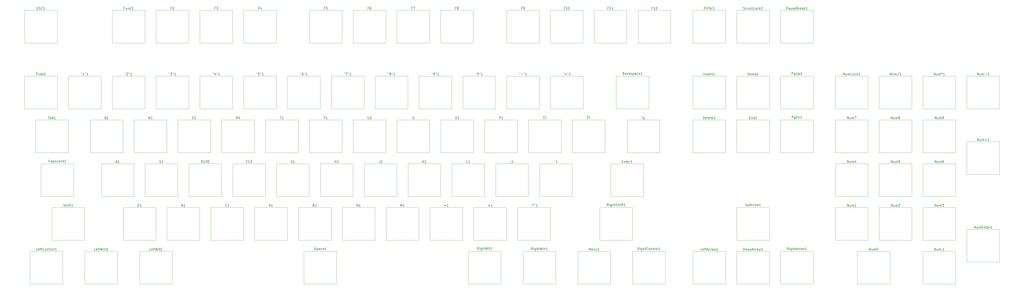
<source format=gbr>
%TF.GenerationSoftware,KiCad,Pcbnew,8.0.5*%
%TF.CreationDate,2025-06-15T08:35:33-07:00*%
%TF.ProjectId,Full Keyboard,46756c6c-204b-4657-9962-6f6172642e6b,2.0.0*%
%TF.SameCoordinates,Original*%
%TF.FileFunction,Legend,Top*%
%TF.FilePolarity,Positive*%
%FSLAX46Y46*%
G04 Gerber Fmt 4.6, Leading zero omitted, Abs format (unit mm)*
G04 Created by KiCad (PCBNEW 8.0.5) date 2025-06-15 08:35:33*
%MOMM*%
%LPD*%
G01*
G04 APERTURE LIST*
%ADD10C,0.150000*%
%ADD11C,0.120000*%
G04 APERTURE END LIST*
D10*
X350203279Y-269795800D02*
X350250898Y-269795800D01*
X350250898Y-269795800D02*
X350346136Y-269748181D01*
X350346136Y-269748181D02*
X350393755Y-269652943D01*
X350393755Y-269652943D02*
X350393755Y-269176752D01*
X350393755Y-269176752D02*
X350441374Y-269081514D01*
X350441374Y-269081514D02*
X350536612Y-269033895D01*
X350536612Y-269033895D02*
X350441374Y-268986276D01*
X350441374Y-268986276D02*
X350393755Y-268891038D01*
X350393755Y-268891038D02*
X350393755Y-268414848D01*
X350393755Y-268414848D02*
X350346136Y-268319609D01*
X350346136Y-268319609D02*
X350250898Y-268271990D01*
X350250898Y-268271990D02*
X350203279Y-268271990D01*
X351488993Y-269414848D02*
X350917565Y-269414848D01*
X351203279Y-269414848D02*
X351203279Y-268414848D01*
X351203279Y-268414848D02*
X351108041Y-268557705D01*
X351108041Y-268557705D02*
X351012803Y-268652943D01*
X351012803Y-268652943D02*
X350917565Y-268700562D01*
X331534231Y-269795800D02*
X331486612Y-269795800D01*
X331486612Y-269795800D02*
X331391374Y-269748181D01*
X331391374Y-269748181D02*
X331343755Y-269652943D01*
X331343755Y-269652943D02*
X331343755Y-269176752D01*
X331343755Y-269176752D02*
X331296136Y-269081514D01*
X331296136Y-269081514D02*
X331200898Y-269033895D01*
X331200898Y-269033895D02*
X331296136Y-268986276D01*
X331296136Y-268986276D02*
X331343755Y-268891038D01*
X331343755Y-268891038D02*
X331343755Y-268414848D01*
X331343755Y-268414848D02*
X331391374Y-268319609D01*
X331391374Y-268319609D02*
X331486612Y-268271990D01*
X331486612Y-268271990D02*
X331534231Y-268271990D01*
X332438993Y-269414848D02*
X331867565Y-269414848D01*
X332153279Y-269414848D02*
X332153279Y-268414848D01*
X332153279Y-268414848D02*
X332058041Y-268557705D01*
X332058041Y-268557705D02*
X331962803Y-268652943D01*
X331962803Y-268652943D02*
X331867565Y-268700562D01*
X373777683Y-268569609D02*
X374634826Y-269855324D01*
X375301493Y-269664848D02*
X374730065Y-269664848D01*
X375015779Y-269664848D02*
X375015779Y-268664848D01*
X375015779Y-268664848D02*
X374920541Y-268807705D01*
X374920541Y-268807705D02*
X374825303Y-268902943D01*
X374825303Y-268902943D02*
X374730065Y-268950562D01*
X154797922Y-306764848D02*
X155464588Y-306764848D01*
X155464588Y-306764848D02*
X154797922Y-307764848D01*
X154797922Y-307764848D02*
X155464588Y-307764848D01*
X156369350Y-307764848D02*
X155797922Y-307764848D01*
X156083636Y-307764848D02*
X156083636Y-306764848D01*
X156083636Y-306764848D02*
X155988398Y-306907705D01*
X155988398Y-306907705D02*
X155893160Y-307002943D01*
X155893160Y-307002943D02*
X155797922Y-307050562D01*
X236093755Y-269188657D02*
X236093755Y-269664848D01*
X235760422Y-268664848D02*
X236093755Y-269188657D01*
X236093755Y-269188657D02*
X236427088Y-268664848D01*
X237284231Y-269664848D02*
X236712803Y-269664848D01*
X236998517Y-269664848D02*
X236998517Y-268664848D01*
X236998517Y-268664848D02*
X236903279Y-268807705D01*
X236903279Y-268807705D02*
X236808041Y-268902943D01*
X236808041Y-268902943D02*
X236712803Y-268950562D01*
X173847922Y-306764848D02*
X174514588Y-307764848D01*
X174514588Y-306764848D02*
X173847922Y-307764848D01*
X175419350Y-307764848D02*
X174847922Y-307764848D01*
X175133636Y-307764848D02*
X175133636Y-306764848D01*
X175133636Y-306764848D02*
X175038398Y-306907705D01*
X175038398Y-306907705D02*
X174943160Y-307002943D01*
X174943160Y-307002943D02*
X174847922Y-307050562D01*
X159465184Y-268664848D02*
X159703279Y-269664848D01*
X159703279Y-269664848D02*
X159893755Y-268950562D01*
X159893755Y-268950562D02*
X160084231Y-269664848D01*
X160084231Y-269664848D02*
X160322327Y-268664848D01*
X161227088Y-269664848D02*
X160655660Y-269664848D01*
X160941374Y-269664848D02*
X160941374Y-268664848D01*
X160941374Y-268664848D02*
X160846136Y-268807705D01*
X160846136Y-268807705D02*
X160750898Y-268902943D01*
X160750898Y-268902943D02*
X160655660Y-268950562D01*
X211947922Y-306764848D02*
X212281255Y-307764848D01*
X212281255Y-307764848D02*
X212614588Y-306764848D01*
X213471731Y-307764848D02*
X212900303Y-307764848D01*
X213186017Y-307764848D02*
X213186017Y-306764848D01*
X213186017Y-306764848D02*
X213090779Y-306907705D01*
X213090779Y-306907705D02*
X212995541Y-307002943D01*
X212995541Y-307002943D02*
X212900303Y-307050562D01*
X419069350Y-306514848D02*
X419069350Y-307324371D01*
X419069350Y-307324371D02*
X419116969Y-307419609D01*
X419116969Y-307419609D02*
X419164588Y-307467229D01*
X419164588Y-307467229D02*
X419259826Y-307514848D01*
X419259826Y-307514848D02*
X419450302Y-307514848D01*
X419450302Y-307514848D02*
X419545540Y-307467229D01*
X419545540Y-307467229D02*
X419593159Y-307419609D01*
X419593159Y-307419609D02*
X419640778Y-307324371D01*
X419640778Y-307324371D02*
X419640778Y-306514848D01*
X420116969Y-306848181D02*
X420116969Y-307848181D01*
X420116969Y-306895800D02*
X420212207Y-306848181D01*
X420212207Y-306848181D02*
X420402683Y-306848181D01*
X420402683Y-306848181D02*
X420497921Y-306895800D01*
X420497921Y-306895800D02*
X420545540Y-306943419D01*
X420545540Y-306943419D02*
X420593159Y-307038657D01*
X420593159Y-307038657D02*
X420593159Y-307324371D01*
X420593159Y-307324371D02*
X420545540Y-307419609D01*
X420545540Y-307419609D02*
X420497921Y-307467229D01*
X420497921Y-307467229D02*
X420402683Y-307514848D01*
X420402683Y-307514848D02*
X420212207Y-307514848D01*
X420212207Y-307514848D02*
X420116969Y-307467229D01*
X420974112Y-307229133D02*
X421450302Y-307229133D01*
X420878874Y-307514848D02*
X421212207Y-306514848D01*
X421212207Y-306514848D02*
X421545540Y-307514848D01*
X421878874Y-307514848D02*
X421878874Y-306848181D01*
X421878874Y-307038657D02*
X421926493Y-306943419D01*
X421926493Y-306943419D02*
X421974112Y-306895800D01*
X421974112Y-306895800D02*
X422069350Y-306848181D01*
X422069350Y-306848181D02*
X422164588Y-306848181D01*
X422497922Y-307514848D02*
X422497922Y-306848181D01*
X422497922Y-307038657D02*
X422545541Y-306943419D01*
X422545541Y-306943419D02*
X422593160Y-306895800D01*
X422593160Y-306895800D02*
X422688398Y-306848181D01*
X422688398Y-306848181D02*
X422783636Y-306848181D01*
X423259827Y-307514848D02*
X423164589Y-307467229D01*
X423164589Y-307467229D02*
X423116970Y-307419609D01*
X423116970Y-307419609D02*
X423069351Y-307324371D01*
X423069351Y-307324371D02*
X423069351Y-307038657D01*
X423069351Y-307038657D02*
X423116970Y-306943419D01*
X423116970Y-306943419D02*
X423164589Y-306895800D01*
X423164589Y-306895800D02*
X423259827Y-306848181D01*
X423259827Y-306848181D02*
X423402684Y-306848181D01*
X423402684Y-306848181D02*
X423497922Y-306895800D01*
X423497922Y-306895800D02*
X423545541Y-306943419D01*
X423545541Y-306943419D02*
X423593160Y-307038657D01*
X423593160Y-307038657D02*
X423593160Y-307324371D01*
X423593160Y-307324371D02*
X423545541Y-307419609D01*
X423545541Y-307419609D02*
X423497922Y-307467229D01*
X423497922Y-307467229D02*
X423402684Y-307514848D01*
X423402684Y-307514848D02*
X423259827Y-307514848D01*
X423926494Y-306848181D02*
X424116970Y-307514848D01*
X424116970Y-307514848D02*
X424307446Y-307038657D01*
X424307446Y-307038657D02*
X424497922Y-307514848D01*
X424497922Y-307514848D02*
X424688398Y-306848181D01*
X425593160Y-307514848D02*
X425021732Y-307514848D01*
X425307446Y-307514848D02*
X425307446Y-306514848D01*
X425307446Y-306514848D02*
X425212208Y-306657705D01*
X425212208Y-306657705D02*
X425116970Y-306752943D01*
X425116970Y-306752943D02*
X425021732Y-306800562D01*
X254858041Y-268664848D02*
X254858041Y-269474371D01*
X254858041Y-269474371D02*
X254905660Y-269569609D01*
X254905660Y-269569609D02*
X254953279Y-269617229D01*
X254953279Y-269617229D02*
X255048517Y-269664848D01*
X255048517Y-269664848D02*
X255238993Y-269664848D01*
X255238993Y-269664848D02*
X255334231Y-269617229D01*
X255334231Y-269617229D02*
X255381850Y-269569609D01*
X255381850Y-269569609D02*
X255429469Y-269474371D01*
X255429469Y-269474371D02*
X255429469Y-268664848D01*
X255858041Y-268760086D02*
X255905660Y-268712467D01*
X255905660Y-268712467D02*
X256000898Y-268664848D01*
X256000898Y-268664848D02*
X256238993Y-268664848D01*
X256238993Y-268664848D02*
X256334231Y-268712467D01*
X256334231Y-268712467D02*
X256381850Y-268760086D01*
X256381850Y-268760086D02*
X256429469Y-268855324D01*
X256429469Y-268855324D02*
X256429469Y-268950562D01*
X256429469Y-268950562D02*
X256381850Y-269093419D01*
X256381850Y-269093419D02*
X255810422Y-269664848D01*
X255810422Y-269664848D02*
X256429469Y-269664848D01*
X110602089Y-249614848D02*
X111173517Y-249614848D01*
X110887803Y-250614848D02*
X110887803Y-249614848D01*
X111506851Y-250614848D02*
X111506851Y-249948181D01*
X111506851Y-249614848D02*
X111459232Y-249662467D01*
X111459232Y-249662467D02*
X111506851Y-249710086D01*
X111506851Y-249710086D02*
X111554470Y-249662467D01*
X111554470Y-249662467D02*
X111506851Y-249614848D01*
X111506851Y-249614848D02*
X111506851Y-249710086D01*
X112125898Y-250614848D02*
X112030660Y-250567229D01*
X112030660Y-250567229D02*
X111983041Y-250471990D01*
X111983041Y-250471990D02*
X111983041Y-249614848D01*
X112935422Y-250614848D02*
X112935422Y-249614848D01*
X112935422Y-250567229D02*
X112840184Y-250614848D01*
X112840184Y-250614848D02*
X112649708Y-250614848D01*
X112649708Y-250614848D02*
X112554470Y-250567229D01*
X112554470Y-250567229D02*
X112506851Y-250519609D01*
X112506851Y-250519609D02*
X112459232Y-250424371D01*
X112459232Y-250424371D02*
X112459232Y-250138657D01*
X112459232Y-250138657D02*
X112506851Y-250043419D01*
X112506851Y-250043419D02*
X112554470Y-249995800D01*
X112554470Y-249995800D02*
X112649708Y-249948181D01*
X112649708Y-249948181D02*
X112840184Y-249948181D01*
X112840184Y-249948181D02*
X112935422Y-249995800D01*
X113792565Y-250567229D02*
X113697327Y-250614848D01*
X113697327Y-250614848D02*
X113506851Y-250614848D01*
X113506851Y-250614848D02*
X113411613Y-250567229D01*
X113411613Y-250567229D02*
X113363994Y-250471990D01*
X113363994Y-250471990D02*
X113363994Y-250091038D01*
X113363994Y-250091038D02*
X113411613Y-249995800D01*
X113411613Y-249995800D02*
X113506851Y-249948181D01*
X113506851Y-249948181D02*
X113697327Y-249948181D01*
X113697327Y-249948181D02*
X113792565Y-249995800D01*
X113792565Y-249995800D02*
X113840184Y-250091038D01*
X113840184Y-250091038D02*
X113840184Y-250186276D01*
X113840184Y-250186276D02*
X113363994Y-250281514D01*
X114792565Y-250614848D02*
X114221137Y-250614848D01*
X114506851Y-250614848D02*
X114506851Y-249614848D01*
X114506851Y-249614848D02*
X114411613Y-249757705D01*
X114411613Y-249757705D02*
X114316375Y-249852943D01*
X114316375Y-249852943D02*
X114221137Y-249900562D01*
X115840779Y-268664848D02*
X116412207Y-268664848D01*
X116126493Y-269664848D02*
X116126493Y-268664848D01*
X117174112Y-269664848D02*
X117174112Y-269141038D01*
X117174112Y-269141038D02*
X117126493Y-269045800D01*
X117126493Y-269045800D02*
X117031255Y-268998181D01*
X117031255Y-268998181D02*
X116840779Y-268998181D01*
X116840779Y-268998181D02*
X116745541Y-269045800D01*
X117174112Y-269617229D02*
X117078874Y-269664848D01*
X117078874Y-269664848D02*
X116840779Y-269664848D01*
X116840779Y-269664848D02*
X116745541Y-269617229D01*
X116745541Y-269617229D02*
X116697922Y-269521990D01*
X116697922Y-269521990D02*
X116697922Y-269426752D01*
X116697922Y-269426752D02*
X116745541Y-269331514D01*
X116745541Y-269331514D02*
X116840779Y-269283895D01*
X116840779Y-269283895D02*
X117078874Y-269283895D01*
X117078874Y-269283895D02*
X117174112Y-269236276D01*
X117650303Y-269664848D02*
X117650303Y-268664848D01*
X117650303Y-269045800D02*
X117745541Y-268998181D01*
X117745541Y-268998181D02*
X117936017Y-268998181D01*
X117936017Y-268998181D02*
X118031255Y-269045800D01*
X118031255Y-269045800D02*
X118078874Y-269093419D01*
X118078874Y-269093419D02*
X118126493Y-269188657D01*
X118126493Y-269188657D02*
X118126493Y-269474371D01*
X118126493Y-269474371D02*
X118078874Y-269569609D01*
X118078874Y-269569609D02*
X118031255Y-269617229D01*
X118031255Y-269617229D02*
X117936017Y-269664848D01*
X117936017Y-269664848D02*
X117745541Y-269664848D01*
X117745541Y-269664848D02*
X117650303Y-269617229D01*
X119078874Y-269664848D02*
X118507446Y-269664848D01*
X118793160Y-269664848D02*
X118793160Y-268664848D01*
X118793160Y-268664848D02*
X118697922Y-268807705D01*
X118697922Y-268807705D02*
X118602684Y-268902943D01*
X118602684Y-268902943D02*
X118507446Y-268950562D01*
X216758041Y-268664848D02*
X217329469Y-268664848D01*
X217043755Y-269664848D02*
X217043755Y-268664848D01*
X218186612Y-269664848D02*
X217615184Y-269664848D01*
X217900898Y-269664848D02*
X217900898Y-268664848D01*
X217900898Y-268664848D02*
X217805660Y-268807705D01*
X217805660Y-268807705D02*
X217710422Y-268902943D01*
X217710422Y-268902943D02*
X217615184Y-268950562D01*
X231664886Y-326567229D02*
X231807743Y-326614848D01*
X231807743Y-326614848D02*
X232045838Y-326614848D01*
X232045838Y-326614848D02*
X232141076Y-326567229D01*
X232141076Y-326567229D02*
X232188695Y-326519609D01*
X232188695Y-326519609D02*
X232236314Y-326424371D01*
X232236314Y-326424371D02*
X232236314Y-326329133D01*
X232236314Y-326329133D02*
X232188695Y-326233895D01*
X232188695Y-326233895D02*
X232141076Y-326186276D01*
X232141076Y-326186276D02*
X232045838Y-326138657D01*
X232045838Y-326138657D02*
X231855362Y-326091038D01*
X231855362Y-326091038D02*
X231760124Y-326043419D01*
X231760124Y-326043419D02*
X231712505Y-325995800D01*
X231712505Y-325995800D02*
X231664886Y-325900562D01*
X231664886Y-325900562D02*
X231664886Y-325805324D01*
X231664886Y-325805324D02*
X231712505Y-325710086D01*
X231712505Y-325710086D02*
X231760124Y-325662467D01*
X231760124Y-325662467D02*
X231855362Y-325614848D01*
X231855362Y-325614848D02*
X232093457Y-325614848D01*
X232093457Y-325614848D02*
X232236314Y-325662467D01*
X232664886Y-325948181D02*
X232664886Y-326948181D01*
X232664886Y-325995800D02*
X232760124Y-325948181D01*
X232760124Y-325948181D02*
X232950600Y-325948181D01*
X232950600Y-325948181D02*
X233045838Y-325995800D01*
X233045838Y-325995800D02*
X233093457Y-326043419D01*
X233093457Y-326043419D02*
X233141076Y-326138657D01*
X233141076Y-326138657D02*
X233141076Y-326424371D01*
X233141076Y-326424371D02*
X233093457Y-326519609D01*
X233093457Y-326519609D02*
X233045838Y-326567229D01*
X233045838Y-326567229D02*
X232950600Y-326614848D01*
X232950600Y-326614848D02*
X232760124Y-326614848D01*
X232760124Y-326614848D02*
X232664886Y-326567229D01*
X233998219Y-326614848D02*
X233998219Y-326091038D01*
X233998219Y-326091038D02*
X233950600Y-325995800D01*
X233950600Y-325995800D02*
X233855362Y-325948181D01*
X233855362Y-325948181D02*
X233664886Y-325948181D01*
X233664886Y-325948181D02*
X233569648Y-325995800D01*
X233998219Y-326567229D02*
X233902981Y-326614848D01*
X233902981Y-326614848D02*
X233664886Y-326614848D01*
X233664886Y-326614848D02*
X233569648Y-326567229D01*
X233569648Y-326567229D02*
X233522029Y-326471990D01*
X233522029Y-326471990D02*
X233522029Y-326376752D01*
X233522029Y-326376752D02*
X233569648Y-326281514D01*
X233569648Y-326281514D02*
X233664886Y-326233895D01*
X233664886Y-326233895D02*
X233902981Y-326233895D01*
X233902981Y-326233895D02*
X233998219Y-326186276D01*
X234902981Y-326567229D02*
X234807743Y-326614848D01*
X234807743Y-326614848D02*
X234617267Y-326614848D01*
X234617267Y-326614848D02*
X234522029Y-326567229D01*
X234522029Y-326567229D02*
X234474410Y-326519609D01*
X234474410Y-326519609D02*
X234426791Y-326424371D01*
X234426791Y-326424371D02*
X234426791Y-326138657D01*
X234426791Y-326138657D02*
X234474410Y-326043419D01*
X234474410Y-326043419D02*
X234522029Y-325995800D01*
X234522029Y-325995800D02*
X234617267Y-325948181D01*
X234617267Y-325948181D02*
X234807743Y-325948181D01*
X234807743Y-325948181D02*
X234902981Y-325995800D01*
X235712505Y-326567229D02*
X235617267Y-326614848D01*
X235617267Y-326614848D02*
X235426791Y-326614848D01*
X235426791Y-326614848D02*
X235331553Y-326567229D01*
X235331553Y-326567229D02*
X235283934Y-326471990D01*
X235283934Y-326471990D02*
X235283934Y-326091038D01*
X235283934Y-326091038D02*
X235331553Y-325995800D01*
X235331553Y-325995800D02*
X235426791Y-325948181D01*
X235426791Y-325948181D02*
X235617267Y-325948181D01*
X235617267Y-325948181D02*
X235712505Y-325995800D01*
X235712505Y-325995800D02*
X235760124Y-326091038D01*
X235760124Y-326091038D02*
X235760124Y-326186276D01*
X235760124Y-326186276D02*
X235283934Y-326281514D01*
X236712505Y-326614848D02*
X236141077Y-326614848D01*
X236426791Y-326614848D02*
X236426791Y-325614848D01*
X236426791Y-325614848D02*
X236331553Y-325757705D01*
X236331553Y-325757705D02*
X236236315Y-325852943D01*
X236236315Y-325852943D02*
X236141077Y-325900562D01*
X122627386Y-307717229D02*
X122770243Y-307764848D01*
X122770243Y-307764848D02*
X123008338Y-307764848D01*
X123008338Y-307764848D02*
X123103576Y-307717229D01*
X123103576Y-307717229D02*
X123151195Y-307669609D01*
X123151195Y-307669609D02*
X123198814Y-307574371D01*
X123198814Y-307574371D02*
X123198814Y-307479133D01*
X123198814Y-307479133D02*
X123151195Y-307383895D01*
X123151195Y-307383895D02*
X123103576Y-307336276D01*
X123103576Y-307336276D02*
X123008338Y-307288657D01*
X123008338Y-307288657D02*
X122817862Y-307241038D01*
X122817862Y-307241038D02*
X122722624Y-307193419D01*
X122722624Y-307193419D02*
X122675005Y-307145800D01*
X122675005Y-307145800D02*
X122627386Y-307050562D01*
X122627386Y-307050562D02*
X122627386Y-306955324D01*
X122627386Y-306955324D02*
X122675005Y-306860086D01*
X122675005Y-306860086D02*
X122722624Y-306812467D01*
X122722624Y-306812467D02*
X122817862Y-306764848D01*
X122817862Y-306764848D02*
X123055957Y-306764848D01*
X123055957Y-306764848D02*
X123198814Y-306812467D01*
X123627386Y-307764848D02*
X123627386Y-306764848D01*
X124055957Y-307764848D02*
X124055957Y-307241038D01*
X124055957Y-307241038D02*
X124008338Y-307145800D01*
X124008338Y-307145800D02*
X123913100Y-307098181D01*
X123913100Y-307098181D02*
X123770243Y-307098181D01*
X123770243Y-307098181D02*
X123675005Y-307145800D01*
X123675005Y-307145800D02*
X123627386Y-307193419D01*
X124532148Y-307764848D02*
X124532148Y-307098181D01*
X124532148Y-306764848D02*
X124484529Y-306812467D01*
X124484529Y-306812467D02*
X124532148Y-306860086D01*
X124532148Y-306860086D02*
X124579767Y-306812467D01*
X124579767Y-306812467D02*
X124532148Y-306764848D01*
X124532148Y-306764848D02*
X124532148Y-306860086D01*
X124865481Y-307098181D02*
X125246433Y-307098181D01*
X125008338Y-307764848D02*
X125008338Y-306907705D01*
X125008338Y-306907705D02*
X125055957Y-306812467D01*
X125055957Y-306812467D02*
X125151195Y-306764848D01*
X125151195Y-306764848D02*
X125246433Y-306764848D01*
X125436910Y-307098181D02*
X125817862Y-307098181D01*
X125579767Y-306764848D02*
X125579767Y-307621990D01*
X125579767Y-307621990D02*
X125627386Y-307717229D01*
X125627386Y-307717229D02*
X125722624Y-307764848D01*
X125722624Y-307764848D02*
X125817862Y-307764848D01*
X126675005Y-307764848D02*
X126103577Y-307764848D01*
X126389291Y-307764848D02*
X126389291Y-306764848D01*
X126389291Y-306764848D02*
X126294053Y-306907705D01*
X126294053Y-306907705D02*
X126198815Y-307002943D01*
X126198815Y-307002943D02*
X126103577Y-307050562D01*
X418140778Y-221992229D02*
X418283635Y-222039848D01*
X418283635Y-222039848D02*
X418521730Y-222039848D01*
X418521730Y-222039848D02*
X418616968Y-221992229D01*
X418616968Y-221992229D02*
X418664587Y-221944609D01*
X418664587Y-221944609D02*
X418712206Y-221849371D01*
X418712206Y-221849371D02*
X418712206Y-221754133D01*
X418712206Y-221754133D02*
X418664587Y-221658895D01*
X418664587Y-221658895D02*
X418616968Y-221611276D01*
X418616968Y-221611276D02*
X418521730Y-221563657D01*
X418521730Y-221563657D02*
X418331254Y-221516038D01*
X418331254Y-221516038D02*
X418236016Y-221468419D01*
X418236016Y-221468419D02*
X418188397Y-221420800D01*
X418188397Y-221420800D02*
X418140778Y-221325562D01*
X418140778Y-221325562D02*
X418140778Y-221230324D01*
X418140778Y-221230324D02*
X418188397Y-221135086D01*
X418188397Y-221135086D02*
X418236016Y-221087467D01*
X418236016Y-221087467D02*
X418331254Y-221039848D01*
X418331254Y-221039848D02*
X418569349Y-221039848D01*
X418569349Y-221039848D02*
X418712206Y-221087467D01*
X419569349Y-221992229D02*
X419474111Y-222039848D01*
X419474111Y-222039848D02*
X419283635Y-222039848D01*
X419283635Y-222039848D02*
X419188397Y-221992229D01*
X419188397Y-221992229D02*
X419140778Y-221944609D01*
X419140778Y-221944609D02*
X419093159Y-221849371D01*
X419093159Y-221849371D02*
X419093159Y-221563657D01*
X419093159Y-221563657D02*
X419140778Y-221468419D01*
X419140778Y-221468419D02*
X419188397Y-221420800D01*
X419188397Y-221420800D02*
X419283635Y-221373181D01*
X419283635Y-221373181D02*
X419474111Y-221373181D01*
X419474111Y-221373181D02*
X419569349Y-221420800D01*
X419997921Y-222039848D02*
X419997921Y-221373181D01*
X419997921Y-221563657D02*
X420045540Y-221468419D01*
X420045540Y-221468419D02*
X420093159Y-221420800D01*
X420093159Y-221420800D02*
X420188397Y-221373181D01*
X420188397Y-221373181D02*
X420283635Y-221373181D01*
X420759826Y-222039848D02*
X420664588Y-221992229D01*
X420664588Y-221992229D02*
X420616969Y-221944609D01*
X420616969Y-221944609D02*
X420569350Y-221849371D01*
X420569350Y-221849371D02*
X420569350Y-221563657D01*
X420569350Y-221563657D02*
X420616969Y-221468419D01*
X420616969Y-221468419D02*
X420664588Y-221420800D01*
X420664588Y-221420800D02*
X420759826Y-221373181D01*
X420759826Y-221373181D02*
X420902683Y-221373181D01*
X420902683Y-221373181D02*
X420997921Y-221420800D01*
X420997921Y-221420800D02*
X421045540Y-221468419D01*
X421045540Y-221468419D02*
X421093159Y-221563657D01*
X421093159Y-221563657D02*
X421093159Y-221849371D01*
X421093159Y-221849371D02*
X421045540Y-221944609D01*
X421045540Y-221944609D02*
X420997921Y-221992229D01*
X420997921Y-221992229D02*
X420902683Y-222039848D01*
X420902683Y-222039848D02*
X420759826Y-222039848D01*
X421664588Y-222039848D02*
X421569350Y-221992229D01*
X421569350Y-221992229D02*
X421521731Y-221896990D01*
X421521731Y-221896990D02*
X421521731Y-221039848D01*
X422188398Y-222039848D02*
X422093160Y-221992229D01*
X422093160Y-221992229D02*
X422045541Y-221896990D01*
X422045541Y-221896990D02*
X422045541Y-221039848D01*
X423045541Y-222039848D02*
X422569351Y-222039848D01*
X422569351Y-222039848D02*
X422569351Y-221039848D01*
X423521732Y-222039848D02*
X423426494Y-221992229D01*
X423426494Y-221992229D02*
X423378875Y-221944609D01*
X423378875Y-221944609D02*
X423331256Y-221849371D01*
X423331256Y-221849371D02*
X423331256Y-221563657D01*
X423331256Y-221563657D02*
X423378875Y-221468419D01*
X423378875Y-221468419D02*
X423426494Y-221420800D01*
X423426494Y-221420800D02*
X423521732Y-221373181D01*
X423521732Y-221373181D02*
X423664589Y-221373181D01*
X423664589Y-221373181D02*
X423759827Y-221420800D01*
X423759827Y-221420800D02*
X423807446Y-221468419D01*
X423807446Y-221468419D02*
X423855065Y-221563657D01*
X423855065Y-221563657D02*
X423855065Y-221849371D01*
X423855065Y-221849371D02*
X423807446Y-221944609D01*
X423807446Y-221944609D02*
X423759827Y-221992229D01*
X423759827Y-221992229D02*
X423664589Y-222039848D01*
X423664589Y-222039848D02*
X423521732Y-222039848D01*
X424712208Y-221992229D02*
X424616970Y-222039848D01*
X424616970Y-222039848D02*
X424426494Y-222039848D01*
X424426494Y-222039848D02*
X424331256Y-221992229D01*
X424331256Y-221992229D02*
X424283637Y-221944609D01*
X424283637Y-221944609D02*
X424236018Y-221849371D01*
X424236018Y-221849371D02*
X424236018Y-221563657D01*
X424236018Y-221563657D02*
X424283637Y-221468419D01*
X424283637Y-221468419D02*
X424331256Y-221420800D01*
X424331256Y-221420800D02*
X424426494Y-221373181D01*
X424426494Y-221373181D02*
X424616970Y-221373181D01*
X424616970Y-221373181D02*
X424712208Y-221420800D01*
X425140780Y-222039848D02*
X425140780Y-221039848D01*
X425236018Y-221658895D02*
X425521732Y-222039848D01*
X425521732Y-221373181D02*
X425140780Y-221754133D01*
X426474113Y-222039848D02*
X425902685Y-222039848D01*
X426188399Y-222039848D02*
X426188399Y-221039848D01*
X426188399Y-221039848D02*
X426093161Y-221182705D01*
X426093161Y-221182705D02*
X425997923Y-221277943D01*
X425997923Y-221277943D02*
X425902685Y-221325562D01*
X164370541Y-288667229D02*
X164513398Y-288714848D01*
X164513398Y-288714848D02*
X164751493Y-288714848D01*
X164751493Y-288714848D02*
X164846731Y-288667229D01*
X164846731Y-288667229D02*
X164894350Y-288619609D01*
X164894350Y-288619609D02*
X164941969Y-288524371D01*
X164941969Y-288524371D02*
X164941969Y-288429133D01*
X164941969Y-288429133D02*
X164894350Y-288333895D01*
X164894350Y-288333895D02*
X164846731Y-288286276D01*
X164846731Y-288286276D02*
X164751493Y-288238657D01*
X164751493Y-288238657D02*
X164561017Y-288191038D01*
X164561017Y-288191038D02*
X164465779Y-288143419D01*
X164465779Y-288143419D02*
X164418160Y-288095800D01*
X164418160Y-288095800D02*
X164370541Y-288000562D01*
X164370541Y-288000562D02*
X164370541Y-287905324D01*
X164370541Y-287905324D02*
X164418160Y-287810086D01*
X164418160Y-287810086D02*
X164465779Y-287762467D01*
X164465779Y-287762467D02*
X164561017Y-287714848D01*
X164561017Y-287714848D02*
X164799112Y-287714848D01*
X164799112Y-287714848D02*
X164941969Y-287762467D01*
X165894350Y-288714848D02*
X165322922Y-288714848D01*
X165608636Y-288714848D02*
X165608636Y-287714848D01*
X165608636Y-287714848D02*
X165513398Y-287857705D01*
X165513398Y-287857705D02*
X165418160Y-287952943D01*
X165418160Y-287952943D02*
X165322922Y-288000562D01*
X326581553Y-326614848D02*
X326248220Y-326138657D01*
X326010125Y-326614848D02*
X326010125Y-325614848D01*
X326010125Y-325614848D02*
X326391077Y-325614848D01*
X326391077Y-325614848D02*
X326486315Y-325662467D01*
X326486315Y-325662467D02*
X326533934Y-325710086D01*
X326533934Y-325710086D02*
X326581553Y-325805324D01*
X326581553Y-325805324D02*
X326581553Y-325948181D01*
X326581553Y-325948181D02*
X326533934Y-326043419D01*
X326533934Y-326043419D02*
X326486315Y-326091038D01*
X326486315Y-326091038D02*
X326391077Y-326138657D01*
X326391077Y-326138657D02*
X326010125Y-326138657D01*
X327010125Y-326614848D02*
X327010125Y-325948181D01*
X327010125Y-325614848D02*
X326962506Y-325662467D01*
X326962506Y-325662467D02*
X327010125Y-325710086D01*
X327010125Y-325710086D02*
X327057744Y-325662467D01*
X327057744Y-325662467D02*
X327010125Y-325614848D01*
X327010125Y-325614848D02*
X327010125Y-325710086D01*
X327914886Y-325948181D02*
X327914886Y-326757705D01*
X327914886Y-326757705D02*
X327867267Y-326852943D01*
X327867267Y-326852943D02*
X327819648Y-326900562D01*
X327819648Y-326900562D02*
X327724410Y-326948181D01*
X327724410Y-326948181D02*
X327581553Y-326948181D01*
X327581553Y-326948181D02*
X327486315Y-326900562D01*
X327914886Y-326567229D02*
X327819648Y-326614848D01*
X327819648Y-326614848D02*
X327629172Y-326614848D01*
X327629172Y-326614848D02*
X327533934Y-326567229D01*
X327533934Y-326567229D02*
X327486315Y-326519609D01*
X327486315Y-326519609D02*
X327438696Y-326424371D01*
X327438696Y-326424371D02*
X327438696Y-326138657D01*
X327438696Y-326138657D02*
X327486315Y-326043419D01*
X327486315Y-326043419D02*
X327533934Y-325995800D01*
X327533934Y-325995800D02*
X327629172Y-325948181D01*
X327629172Y-325948181D02*
X327819648Y-325948181D01*
X327819648Y-325948181D02*
X327914886Y-325995800D01*
X328391077Y-326614848D02*
X328391077Y-325614848D01*
X328819648Y-326614848D02*
X328819648Y-326091038D01*
X328819648Y-326091038D02*
X328772029Y-325995800D01*
X328772029Y-325995800D02*
X328676791Y-325948181D01*
X328676791Y-325948181D02*
X328533934Y-325948181D01*
X328533934Y-325948181D02*
X328438696Y-325995800D01*
X328438696Y-325995800D02*
X328391077Y-326043419D01*
X329152982Y-325948181D02*
X329533934Y-325948181D01*
X329295839Y-325614848D02*
X329295839Y-326471990D01*
X329295839Y-326471990D02*
X329343458Y-326567229D01*
X329343458Y-326567229D02*
X329438696Y-326614848D01*
X329438696Y-326614848D02*
X329533934Y-326614848D01*
X329772030Y-325614848D02*
X330010125Y-326614848D01*
X330010125Y-326614848D02*
X330200601Y-325900562D01*
X330200601Y-325900562D02*
X330391077Y-326614848D01*
X330391077Y-326614848D02*
X330629173Y-325614848D01*
X331010125Y-326614848D02*
X331010125Y-325948181D01*
X331010125Y-325614848D02*
X330962506Y-325662467D01*
X330962506Y-325662467D02*
X331010125Y-325710086D01*
X331010125Y-325710086D02*
X331057744Y-325662467D01*
X331057744Y-325662467D02*
X331010125Y-325614848D01*
X331010125Y-325614848D02*
X331010125Y-325710086D01*
X331486315Y-325948181D02*
X331486315Y-326614848D01*
X331486315Y-326043419D02*
X331533934Y-325995800D01*
X331533934Y-325995800D02*
X331629172Y-325948181D01*
X331629172Y-325948181D02*
X331772029Y-325948181D01*
X331772029Y-325948181D02*
X331867267Y-325995800D01*
X331867267Y-325995800D02*
X331914886Y-326091038D01*
X331914886Y-326091038D02*
X331914886Y-326614848D01*
X332914886Y-326614848D02*
X332343458Y-326614848D01*
X332629172Y-326614848D02*
X332629172Y-325614848D01*
X332629172Y-325614848D02*
X332533934Y-325757705D01*
X332533934Y-325757705D02*
X332438696Y-325852943D01*
X332438696Y-325852943D02*
X332343458Y-325900562D01*
X359442862Y-307514848D02*
X359109529Y-307038657D01*
X358871434Y-307514848D02*
X358871434Y-306514848D01*
X358871434Y-306514848D02*
X359252386Y-306514848D01*
X359252386Y-306514848D02*
X359347624Y-306562467D01*
X359347624Y-306562467D02*
X359395243Y-306610086D01*
X359395243Y-306610086D02*
X359442862Y-306705324D01*
X359442862Y-306705324D02*
X359442862Y-306848181D01*
X359442862Y-306848181D02*
X359395243Y-306943419D01*
X359395243Y-306943419D02*
X359347624Y-306991038D01*
X359347624Y-306991038D02*
X359252386Y-307038657D01*
X359252386Y-307038657D02*
X358871434Y-307038657D01*
X359871434Y-307514848D02*
X359871434Y-306848181D01*
X359871434Y-306514848D02*
X359823815Y-306562467D01*
X359823815Y-306562467D02*
X359871434Y-306610086D01*
X359871434Y-306610086D02*
X359919053Y-306562467D01*
X359919053Y-306562467D02*
X359871434Y-306514848D01*
X359871434Y-306514848D02*
X359871434Y-306610086D01*
X360776195Y-306848181D02*
X360776195Y-307657705D01*
X360776195Y-307657705D02*
X360728576Y-307752943D01*
X360728576Y-307752943D02*
X360680957Y-307800562D01*
X360680957Y-307800562D02*
X360585719Y-307848181D01*
X360585719Y-307848181D02*
X360442862Y-307848181D01*
X360442862Y-307848181D02*
X360347624Y-307800562D01*
X360776195Y-307467229D02*
X360680957Y-307514848D01*
X360680957Y-307514848D02*
X360490481Y-307514848D01*
X360490481Y-307514848D02*
X360395243Y-307467229D01*
X360395243Y-307467229D02*
X360347624Y-307419609D01*
X360347624Y-307419609D02*
X360300005Y-307324371D01*
X360300005Y-307324371D02*
X360300005Y-307038657D01*
X360300005Y-307038657D02*
X360347624Y-306943419D01*
X360347624Y-306943419D02*
X360395243Y-306895800D01*
X360395243Y-306895800D02*
X360490481Y-306848181D01*
X360490481Y-306848181D02*
X360680957Y-306848181D01*
X360680957Y-306848181D02*
X360776195Y-306895800D01*
X361252386Y-307514848D02*
X361252386Y-306514848D01*
X361680957Y-307514848D02*
X361680957Y-306991038D01*
X361680957Y-306991038D02*
X361633338Y-306895800D01*
X361633338Y-306895800D02*
X361538100Y-306848181D01*
X361538100Y-306848181D02*
X361395243Y-306848181D01*
X361395243Y-306848181D02*
X361300005Y-306895800D01*
X361300005Y-306895800D02*
X361252386Y-306943419D01*
X362014291Y-306848181D02*
X362395243Y-306848181D01*
X362157148Y-306514848D02*
X362157148Y-307371990D01*
X362157148Y-307371990D02*
X362204767Y-307467229D01*
X362204767Y-307467229D02*
X362300005Y-307514848D01*
X362300005Y-307514848D02*
X362395243Y-307514848D01*
X362680958Y-307467229D02*
X362823815Y-307514848D01*
X362823815Y-307514848D02*
X363061910Y-307514848D01*
X363061910Y-307514848D02*
X363157148Y-307467229D01*
X363157148Y-307467229D02*
X363204767Y-307419609D01*
X363204767Y-307419609D02*
X363252386Y-307324371D01*
X363252386Y-307324371D02*
X363252386Y-307229133D01*
X363252386Y-307229133D02*
X363204767Y-307133895D01*
X363204767Y-307133895D02*
X363157148Y-307086276D01*
X363157148Y-307086276D02*
X363061910Y-307038657D01*
X363061910Y-307038657D02*
X362871434Y-306991038D01*
X362871434Y-306991038D02*
X362776196Y-306943419D01*
X362776196Y-306943419D02*
X362728577Y-306895800D01*
X362728577Y-306895800D02*
X362680958Y-306800562D01*
X362680958Y-306800562D02*
X362680958Y-306705324D01*
X362680958Y-306705324D02*
X362728577Y-306610086D01*
X362728577Y-306610086D02*
X362776196Y-306562467D01*
X362776196Y-306562467D02*
X362871434Y-306514848D01*
X362871434Y-306514848D02*
X363109529Y-306514848D01*
X363109529Y-306514848D02*
X363252386Y-306562467D01*
X363680958Y-307514848D02*
X363680958Y-306514848D01*
X364109529Y-307514848D02*
X364109529Y-306991038D01*
X364109529Y-306991038D02*
X364061910Y-306895800D01*
X364061910Y-306895800D02*
X363966672Y-306848181D01*
X363966672Y-306848181D02*
X363823815Y-306848181D01*
X363823815Y-306848181D02*
X363728577Y-306895800D01*
X363728577Y-306895800D02*
X363680958Y-306943419D01*
X364585720Y-307514848D02*
X364585720Y-306848181D01*
X364585720Y-306514848D02*
X364538101Y-306562467D01*
X364538101Y-306562467D02*
X364585720Y-306610086D01*
X364585720Y-306610086D02*
X364633339Y-306562467D01*
X364633339Y-306562467D02*
X364585720Y-306514848D01*
X364585720Y-306514848D02*
X364585720Y-306610086D01*
X364919053Y-306848181D02*
X365300005Y-306848181D01*
X365061910Y-307514848D02*
X365061910Y-306657705D01*
X365061910Y-306657705D02*
X365109529Y-306562467D01*
X365109529Y-306562467D02*
X365204767Y-306514848D01*
X365204767Y-306514848D02*
X365300005Y-306514848D01*
X365490482Y-306848181D02*
X365871434Y-306848181D01*
X365633339Y-306514848D02*
X365633339Y-307371990D01*
X365633339Y-307371990D02*
X365680958Y-307467229D01*
X365680958Y-307467229D02*
X365776196Y-307514848D01*
X365776196Y-307514848D02*
X365871434Y-307514848D01*
X366728577Y-307514848D02*
X366157149Y-307514848D01*
X366442863Y-307514848D02*
X366442863Y-306514848D01*
X366442863Y-306514848D02*
X366347625Y-306657705D01*
X366347625Y-306657705D02*
X366252387Y-306752943D01*
X366252387Y-306752943D02*
X366157149Y-306800562D01*
X372754171Y-326614848D02*
X372420838Y-326138657D01*
X372182743Y-326614848D02*
X372182743Y-325614848D01*
X372182743Y-325614848D02*
X372563695Y-325614848D01*
X372563695Y-325614848D02*
X372658933Y-325662467D01*
X372658933Y-325662467D02*
X372706552Y-325710086D01*
X372706552Y-325710086D02*
X372754171Y-325805324D01*
X372754171Y-325805324D02*
X372754171Y-325948181D01*
X372754171Y-325948181D02*
X372706552Y-326043419D01*
X372706552Y-326043419D02*
X372658933Y-326091038D01*
X372658933Y-326091038D02*
X372563695Y-326138657D01*
X372563695Y-326138657D02*
X372182743Y-326138657D01*
X373182743Y-326614848D02*
X373182743Y-325948181D01*
X373182743Y-325614848D02*
X373135124Y-325662467D01*
X373135124Y-325662467D02*
X373182743Y-325710086D01*
X373182743Y-325710086D02*
X373230362Y-325662467D01*
X373230362Y-325662467D02*
X373182743Y-325614848D01*
X373182743Y-325614848D02*
X373182743Y-325710086D01*
X374087504Y-325948181D02*
X374087504Y-326757705D01*
X374087504Y-326757705D02*
X374039885Y-326852943D01*
X374039885Y-326852943D02*
X373992266Y-326900562D01*
X373992266Y-326900562D02*
X373897028Y-326948181D01*
X373897028Y-326948181D02*
X373754171Y-326948181D01*
X373754171Y-326948181D02*
X373658933Y-326900562D01*
X374087504Y-326567229D02*
X373992266Y-326614848D01*
X373992266Y-326614848D02*
X373801790Y-326614848D01*
X373801790Y-326614848D02*
X373706552Y-326567229D01*
X373706552Y-326567229D02*
X373658933Y-326519609D01*
X373658933Y-326519609D02*
X373611314Y-326424371D01*
X373611314Y-326424371D02*
X373611314Y-326138657D01*
X373611314Y-326138657D02*
X373658933Y-326043419D01*
X373658933Y-326043419D02*
X373706552Y-325995800D01*
X373706552Y-325995800D02*
X373801790Y-325948181D01*
X373801790Y-325948181D02*
X373992266Y-325948181D01*
X373992266Y-325948181D02*
X374087504Y-325995800D01*
X374563695Y-326614848D02*
X374563695Y-325614848D01*
X374992266Y-326614848D02*
X374992266Y-326091038D01*
X374992266Y-326091038D02*
X374944647Y-325995800D01*
X374944647Y-325995800D02*
X374849409Y-325948181D01*
X374849409Y-325948181D02*
X374706552Y-325948181D01*
X374706552Y-325948181D02*
X374611314Y-325995800D01*
X374611314Y-325995800D02*
X374563695Y-326043419D01*
X375325600Y-325948181D02*
X375706552Y-325948181D01*
X375468457Y-325614848D02*
X375468457Y-326471990D01*
X375468457Y-326471990D02*
X375516076Y-326567229D01*
X375516076Y-326567229D02*
X375611314Y-326614848D01*
X375611314Y-326614848D02*
X375706552Y-326614848D01*
X376611314Y-326519609D02*
X376563695Y-326567229D01*
X376563695Y-326567229D02*
X376420838Y-326614848D01*
X376420838Y-326614848D02*
X376325600Y-326614848D01*
X376325600Y-326614848D02*
X376182743Y-326567229D01*
X376182743Y-326567229D02*
X376087505Y-326471990D01*
X376087505Y-326471990D02*
X376039886Y-326376752D01*
X376039886Y-326376752D02*
X375992267Y-326186276D01*
X375992267Y-326186276D02*
X375992267Y-326043419D01*
X375992267Y-326043419D02*
X376039886Y-325852943D01*
X376039886Y-325852943D02*
X376087505Y-325757705D01*
X376087505Y-325757705D02*
X376182743Y-325662467D01*
X376182743Y-325662467D02*
X376325600Y-325614848D01*
X376325600Y-325614848D02*
X376420838Y-325614848D01*
X376420838Y-325614848D02*
X376563695Y-325662467D01*
X376563695Y-325662467D02*
X376611314Y-325710086D01*
X377182743Y-326614848D02*
X377087505Y-326567229D01*
X377087505Y-326567229D02*
X377039886Y-326519609D01*
X377039886Y-326519609D02*
X376992267Y-326424371D01*
X376992267Y-326424371D02*
X376992267Y-326138657D01*
X376992267Y-326138657D02*
X377039886Y-326043419D01*
X377039886Y-326043419D02*
X377087505Y-325995800D01*
X377087505Y-325995800D02*
X377182743Y-325948181D01*
X377182743Y-325948181D02*
X377325600Y-325948181D01*
X377325600Y-325948181D02*
X377420838Y-325995800D01*
X377420838Y-325995800D02*
X377468457Y-326043419D01*
X377468457Y-326043419D02*
X377516076Y-326138657D01*
X377516076Y-326138657D02*
X377516076Y-326424371D01*
X377516076Y-326424371D02*
X377468457Y-326519609D01*
X377468457Y-326519609D02*
X377420838Y-326567229D01*
X377420838Y-326567229D02*
X377325600Y-326614848D01*
X377325600Y-326614848D02*
X377182743Y-326614848D01*
X377944648Y-325948181D02*
X377944648Y-326614848D01*
X377944648Y-326043419D02*
X377992267Y-325995800D01*
X377992267Y-325995800D02*
X378087505Y-325948181D01*
X378087505Y-325948181D02*
X378230362Y-325948181D01*
X378230362Y-325948181D02*
X378325600Y-325995800D01*
X378325600Y-325995800D02*
X378373219Y-326091038D01*
X378373219Y-326091038D02*
X378373219Y-326614848D01*
X378706553Y-325948181D02*
X379087505Y-325948181D01*
X378849410Y-325614848D02*
X378849410Y-326471990D01*
X378849410Y-326471990D02*
X378897029Y-326567229D01*
X378897029Y-326567229D02*
X378992267Y-326614848D01*
X378992267Y-326614848D02*
X379087505Y-326614848D01*
X379420839Y-326614848D02*
X379420839Y-325948181D01*
X379420839Y-326138657D02*
X379468458Y-326043419D01*
X379468458Y-326043419D02*
X379516077Y-325995800D01*
X379516077Y-325995800D02*
X379611315Y-325948181D01*
X379611315Y-325948181D02*
X379706553Y-325948181D01*
X380182744Y-326614848D02*
X380087506Y-326567229D01*
X380087506Y-326567229D02*
X380039887Y-326519609D01*
X380039887Y-326519609D02*
X379992268Y-326424371D01*
X379992268Y-326424371D02*
X379992268Y-326138657D01*
X379992268Y-326138657D02*
X380039887Y-326043419D01*
X380039887Y-326043419D02*
X380087506Y-325995800D01*
X380087506Y-325995800D02*
X380182744Y-325948181D01*
X380182744Y-325948181D02*
X380325601Y-325948181D01*
X380325601Y-325948181D02*
X380420839Y-325995800D01*
X380420839Y-325995800D02*
X380468458Y-326043419D01*
X380468458Y-326043419D02*
X380516077Y-326138657D01*
X380516077Y-326138657D02*
X380516077Y-326424371D01*
X380516077Y-326424371D02*
X380468458Y-326519609D01*
X380468458Y-326519609D02*
X380420839Y-326567229D01*
X380420839Y-326567229D02*
X380325601Y-326614848D01*
X380325601Y-326614848D02*
X380182744Y-326614848D01*
X381087506Y-326614848D02*
X380992268Y-326567229D01*
X380992268Y-326567229D02*
X380944649Y-326471990D01*
X380944649Y-326471990D02*
X380944649Y-325614848D01*
X381992268Y-326614848D02*
X381420840Y-326614848D01*
X381706554Y-326614848D02*
X381706554Y-325614848D01*
X381706554Y-325614848D02*
X381611316Y-325757705D01*
X381611316Y-325757705D02*
X381516078Y-325852943D01*
X381516078Y-325852943D02*
X381420840Y-325900562D01*
X437738397Y-326614848D02*
X437405064Y-326138657D01*
X437166969Y-326614848D02*
X437166969Y-325614848D01*
X437166969Y-325614848D02*
X437547921Y-325614848D01*
X437547921Y-325614848D02*
X437643159Y-325662467D01*
X437643159Y-325662467D02*
X437690778Y-325710086D01*
X437690778Y-325710086D02*
X437738397Y-325805324D01*
X437738397Y-325805324D02*
X437738397Y-325948181D01*
X437738397Y-325948181D02*
X437690778Y-326043419D01*
X437690778Y-326043419D02*
X437643159Y-326091038D01*
X437643159Y-326091038D02*
X437547921Y-326138657D01*
X437547921Y-326138657D02*
X437166969Y-326138657D01*
X438166969Y-326614848D02*
X438166969Y-325948181D01*
X438166969Y-325614848D02*
X438119350Y-325662467D01*
X438119350Y-325662467D02*
X438166969Y-325710086D01*
X438166969Y-325710086D02*
X438214588Y-325662467D01*
X438214588Y-325662467D02*
X438166969Y-325614848D01*
X438166969Y-325614848D02*
X438166969Y-325710086D01*
X439071730Y-325948181D02*
X439071730Y-326757705D01*
X439071730Y-326757705D02*
X439024111Y-326852943D01*
X439024111Y-326852943D02*
X438976492Y-326900562D01*
X438976492Y-326900562D02*
X438881254Y-326948181D01*
X438881254Y-326948181D02*
X438738397Y-326948181D01*
X438738397Y-326948181D02*
X438643159Y-326900562D01*
X439071730Y-326567229D02*
X438976492Y-326614848D01*
X438976492Y-326614848D02*
X438786016Y-326614848D01*
X438786016Y-326614848D02*
X438690778Y-326567229D01*
X438690778Y-326567229D02*
X438643159Y-326519609D01*
X438643159Y-326519609D02*
X438595540Y-326424371D01*
X438595540Y-326424371D02*
X438595540Y-326138657D01*
X438595540Y-326138657D02*
X438643159Y-326043419D01*
X438643159Y-326043419D02*
X438690778Y-325995800D01*
X438690778Y-325995800D02*
X438786016Y-325948181D01*
X438786016Y-325948181D02*
X438976492Y-325948181D01*
X438976492Y-325948181D02*
X439071730Y-325995800D01*
X439547921Y-326614848D02*
X439547921Y-325614848D01*
X439976492Y-326614848D02*
X439976492Y-326091038D01*
X439976492Y-326091038D02*
X439928873Y-325995800D01*
X439928873Y-325995800D02*
X439833635Y-325948181D01*
X439833635Y-325948181D02*
X439690778Y-325948181D01*
X439690778Y-325948181D02*
X439595540Y-325995800D01*
X439595540Y-325995800D02*
X439547921Y-326043419D01*
X440309826Y-325948181D02*
X440690778Y-325948181D01*
X440452683Y-325614848D02*
X440452683Y-326471990D01*
X440452683Y-326471990D02*
X440500302Y-326567229D01*
X440500302Y-326567229D02*
X440595540Y-326614848D01*
X440595540Y-326614848D02*
X440690778Y-326614848D01*
X440976493Y-326329133D02*
X441452683Y-326329133D01*
X440881255Y-326614848D02*
X441214588Y-325614848D01*
X441214588Y-325614848D02*
X441547921Y-326614848D01*
X441881255Y-326614848D02*
X441881255Y-325948181D01*
X441881255Y-326138657D02*
X441928874Y-326043419D01*
X441928874Y-326043419D02*
X441976493Y-325995800D01*
X441976493Y-325995800D02*
X442071731Y-325948181D01*
X442071731Y-325948181D02*
X442166969Y-325948181D01*
X442500303Y-326614848D02*
X442500303Y-325948181D01*
X442500303Y-326138657D02*
X442547922Y-326043419D01*
X442547922Y-326043419D02*
X442595541Y-325995800D01*
X442595541Y-325995800D02*
X442690779Y-325948181D01*
X442690779Y-325948181D02*
X442786017Y-325948181D01*
X443262208Y-326614848D02*
X443166970Y-326567229D01*
X443166970Y-326567229D02*
X443119351Y-326519609D01*
X443119351Y-326519609D02*
X443071732Y-326424371D01*
X443071732Y-326424371D02*
X443071732Y-326138657D01*
X443071732Y-326138657D02*
X443119351Y-326043419D01*
X443119351Y-326043419D02*
X443166970Y-325995800D01*
X443166970Y-325995800D02*
X443262208Y-325948181D01*
X443262208Y-325948181D02*
X443405065Y-325948181D01*
X443405065Y-325948181D02*
X443500303Y-325995800D01*
X443500303Y-325995800D02*
X443547922Y-326043419D01*
X443547922Y-326043419D02*
X443595541Y-326138657D01*
X443595541Y-326138657D02*
X443595541Y-326424371D01*
X443595541Y-326424371D02*
X443547922Y-326519609D01*
X443547922Y-326519609D02*
X443500303Y-326567229D01*
X443500303Y-326567229D02*
X443405065Y-326614848D01*
X443405065Y-326614848D02*
X443262208Y-326614848D01*
X443928875Y-325948181D02*
X444119351Y-326614848D01*
X444119351Y-326614848D02*
X444309827Y-326138657D01*
X444309827Y-326138657D02*
X444500303Y-326614848D01*
X444500303Y-326614848D02*
X444690779Y-325948181D01*
X445595541Y-326614848D02*
X445024113Y-326614848D01*
X445309827Y-326614848D02*
X445309827Y-325614848D01*
X445309827Y-325614848D02*
X445214589Y-325757705D01*
X445214589Y-325757705D02*
X445119351Y-325852943D01*
X445119351Y-325852943D02*
X445024113Y-325900562D01*
X303054766Y-326514848D02*
X302721433Y-326038657D01*
X302483338Y-326514848D02*
X302483338Y-325514848D01*
X302483338Y-325514848D02*
X302864290Y-325514848D01*
X302864290Y-325514848D02*
X302959528Y-325562467D01*
X302959528Y-325562467D02*
X303007147Y-325610086D01*
X303007147Y-325610086D02*
X303054766Y-325705324D01*
X303054766Y-325705324D02*
X303054766Y-325848181D01*
X303054766Y-325848181D02*
X303007147Y-325943419D01*
X303007147Y-325943419D02*
X302959528Y-325991038D01*
X302959528Y-325991038D02*
X302864290Y-326038657D01*
X302864290Y-326038657D02*
X302483338Y-326038657D01*
X303483338Y-326514848D02*
X303483338Y-325848181D01*
X303483338Y-325514848D02*
X303435719Y-325562467D01*
X303435719Y-325562467D02*
X303483338Y-325610086D01*
X303483338Y-325610086D02*
X303530957Y-325562467D01*
X303530957Y-325562467D02*
X303483338Y-325514848D01*
X303483338Y-325514848D02*
X303483338Y-325610086D01*
X304388099Y-325848181D02*
X304388099Y-326657705D01*
X304388099Y-326657705D02*
X304340480Y-326752943D01*
X304340480Y-326752943D02*
X304292861Y-326800562D01*
X304292861Y-326800562D02*
X304197623Y-326848181D01*
X304197623Y-326848181D02*
X304054766Y-326848181D01*
X304054766Y-326848181D02*
X303959528Y-326800562D01*
X304388099Y-326467229D02*
X304292861Y-326514848D01*
X304292861Y-326514848D02*
X304102385Y-326514848D01*
X304102385Y-326514848D02*
X304007147Y-326467229D01*
X304007147Y-326467229D02*
X303959528Y-326419609D01*
X303959528Y-326419609D02*
X303911909Y-326324371D01*
X303911909Y-326324371D02*
X303911909Y-326038657D01*
X303911909Y-326038657D02*
X303959528Y-325943419D01*
X303959528Y-325943419D02*
X304007147Y-325895800D01*
X304007147Y-325895800D02*
X304102385Y-325848181D01*
X304102385Y-325848181D02*
X304292861Y-325848181D01*
X304292861Y-325848181D02*
X304388099Y-325895800D01*
X304864290Y-326514848D02*
X304864290Y-325514848D01*
X305292861Y-326514848D02*
X305292861Y-325991038D01*
X305292861Y-325991038D02*
X305245242Y-325895800D01*
X305245242Y-325895800D02*
X305150004Y-325848181D01*
X305150004Y-325848181D02*
X305007147Y-325848181D01*
X305007147Y-325848181D02*
X304911909Y-325895800D01*
X304911909Y-325895800D02*
X304864290Y-325943419D01*
X305626195Y-325848181D02*
X306007147Y-325848181D01*
X305769052Y-325514848D02*
X305769052Y-326371990D01*
X305769052Y-326371990D02*
X305816671Y-326467229D01*
X305816671Y-326467229D02*
X305911909Y-326514848D01*
X305911909Y-326514848D02*
X306007147Y-326514848D01*
X306292862Y-326229133D02*
X306769052Y-326229133D01*
X306197624Y-326514848D02*
X306530957Y-325514848D01*
X306530957Y-325514848D02*
X306864290Y-326514848D01*
X307340481Y-326514848D02*
X307245243Y-326467229D01*
X307245243Y-326467229D02*
X307197624Y-326371990D01*
X307197624Y-326371990D02*
X307197624Y-325514848D01*
X307578577Y-325848181D02*
X307959529Y-325848181D01*
X307721434Y-325514848D02*
X307721434Y-326371990D01*
X307721434Y-326371990D02*
X307769053Y-326467229D01*
X307769053Y-326467229D02*
X307864291Y-326514848D01*
X307864291Y-326514848D02*
X307959529Y-326514848D01*
X308816672Y-326514848D02*
X308245244Y-326514848D01*
X308530958Y-326514848D02*
X308530958Y-325514848D01*
X308530958Y-325514848D02*
X308435720Y-325657705D01*
X308435720Y-325657705D02*
X308340482Y-325752943D01*
X308340482Y-325752943D02*
X308245244Y-325800562D01*
X198303279Y-269664848D02*
X197969946Y-269188657D01*
X197731851Y-269664848D02*
X197731851Y-268664848D01*
X197731851Y-268664848D02*
X198112803Y-268664848D01*
X198112803Y-268664848D02*
X198208041Y-268712467D01*
X198208041Y-268712467D02*
X198255660Y-268760086D01*
X198255660Y-268760086D02*
X198303279Y-268855324D01*
X198303279Y-268855324D02*
X198303279Y-268998181D01*
X198303279Y-268998181D02*
X198255660Y-269093419D01*
X198255660Y-269093419D02*
X198208041Y-269141038D01*
X198208041Y-269141038D02*
X198112803Y-269188657D01*
X198112803Y-269188657D02*
X197731851Y-269188657D01*
X199160422Y-268998181D02*
X199160422Y-269664848D01*
X198922327Y-268617229D02*
X198684232Y-269331514D01*
X198684232Y-269331514D02*
X199303279Y-269331514D01*
X141224707Y-269760086D02*
X141129469Y-269712467D01*
X141129469Y-269712467D02*
X141034231Y-269617229D01*
X141034231Y-269617229D02*
X140891374Y-269474371D01*
X140891374Y-269474371D02*
X140796136Y-269426752D01*
X140796136Y-269426752D02*
X140700898Y-269426752D01*
X140748517Y-269664848D02*
X140653279Y-269617229D01*
X140653279Y-269617229D02*
X140558041Y-269521990D01*
X140558041Y-269521990D02*
X140510422Y-269331514D01*
X140510422Y-269331514D02*
X140510422Y-268998181D01*
X140510422Y-268998181D02*
X140558041Y-268807705D01*
X140558041Y-268807705D02*
X140653279Y-268712467D01*
X140653279Y-268712467D02*
X140748517Y-268664848D01*
X140748517Y-268664848D02*
X140938993Y-268664848D01*
X140938993Y-268664848D02*
X141034231Y-268712467D01*
X141034231Y-268712467D02*
X141129469Y-268807705D01*
X141129469Y-268807705D02*
X141177088Y-268998181D01*
X141177088Y-268998181D02*
X141177088Y-269331514D01*
X141177088Y-269331514D02*
X141129469Y-269521990D01*
X141129469Y-269521990D02*
X141034231Y-269617229D01*
X141034231Y-269617229D02*
X140938993Y-269664848D01*
X140938993Y-269664848D02*
X140748517Y-269664848D01*
X142129469Y-269664848D02*
X141558041Y-269664848D01*
X141843755Y-269664848D02*
X141843755Y-268664848D01*
X141843755Y-268664848D02*
X141748517Y-268807705D01*
X141748517Y-268807705D02*
X141653279Y-268902943D01*
X141653279Y-268902943D02*
X141558041Y-268950562D01*
X401019350Y-222039848D02*
X401019350Y-221039848D01*
X401019350Y-221039848D02*
X401400302Y-221039848D01*
X401400302Y-221039848D02*
X401495540Y-221087467D01*
X401495540Y-221087467D02*
X401543159Y-221135086D01*
X401543159Y-221135086D02*
X401590778Y-221230324D01*
X401590778Y-221230324D02*
X401590778Y-221373181D01*
X401590778Y-221373181D02*
X401543159Y-221468419D01*
X401543159Y-221468419D02*
X401495540Y-221516038D01*
X401495540Y-221516038D02*
X401400302Y-221563657D01*
X401400302Y-221563657D02*
X401019350Y-221563657D01*
X402019350Y-222039848D02*
X402019350Y-221373181D01*
X402019350Y-221563657D02*
X402066969Y-221468419D01*
X402066969Y-221468419D02*
X402114588Y-221420800D01*
X402114588Y-221420800D02*
X402209826Y-221373181D01*
X402209826Y-221373181D02*
X402305064Y-221373181D01*
X402495541Y-221373181D02*
X402876493Y-221373181D01*
X402638398Y-221039848D02*
X402638398Y-221896990D01*
X402638398Y-221896990D02*
X402686017Y-221992229D01*
X402686017Y-221992229D02*
X402781255Y-222039848D01*
X402781255Y-222039848D02*
X402876493Y-222039848D01*
X403162208Y-221992229D02*
X403305065Y-222039848D01*
X403305065Y-222039848D02*
X403543160Y-222039848D01*
X403543160Y-222039848D02*
X403638398Y-221992229D01*
X403638398Y-221992229D02*
X403686017Y-221944609D01*
X403686017Y-221944609D02*
X403733636Y-221849371D01*
X403733636Y-221849371D02*
X403733636Y-221754133D01*
X403733636Y-221754133D02*
X403686017Y-221658895D01*
X403686017Y-221658895D02*
X403638398Y-221611276D01*
X403638398Y-221611276D02*
X403543160Y-221563657D01*
X403543160Y-221563657D02*
X403352684Y-221516038D01*
X403352684Y-221516038D02*
X403257446Y-221468419D01*
X403257446Y-221468419D02*
X403209827Y-221420800D01*
X403209827Y-221420800D02*
X403162208Y-221325562D01*
X403162208Y-221325562D02*
X403162208Y-221230324D01*
X403162208Y-221230324D02*
X403209827Y-221135086D01*
X403209827Y-221135086D02*
X403257446Y-221087467D01*
X403257446Y-221087467D02*
X403352684Y-221039848D01*
X403352684Y-221039848D02*
X403590779Y-221039848D01*
X403590779Y-221039848D02*
X403733636Y-221087467D01*
X404590779Y-221992229D02*
X404495541Y-222039848D01*
X404495541Y-222039848D02*
X404305065Y-222039848D01*
X404305065Y-222039848D02*
X404209827Y-221992229D01*
X404209827Y-221992229D02*
X404162208Y-221944609D01*
X404162208Y-221944609D02*
X404114589Y-221849371D01*
X404114589Y-221849371D02*
X404114589Y-221563657D01*
X404114589Y-221563657D02*
X404162208Y-221468419D01*
X404162208Y-221468419D02*
X404209827Y-221420800D01*
X404209827Y-221420800D02*
X404305065Y-221373181D01*
X404305065Y-221373181D02*
X404495541Y-221373181D01*
X404495541Y-221373181D02*
X404590779Y-221420800D01*
X405543160Y-222039848D02*
X404971732Y-222039848D01*
X405257446Y-222039848D02*
X405257446Y-221039848D01*
X405257446Y-221039848D02*
X405162208Y-221182705D01*
X405162208Y-221182705D02*
X405066970Y-221277943D01*
X405066970Y-221277943D02*
X404971732Y-221325562D01*
X439190779Y-250414848D02*
X439190779Y-249414848D01*
X439190779Y-249414848D02*
X439571731Y-249414848D01*
X439571731Y-249414848D02*
X439666969Y-249462467D01*
X439666969Y-249462467D02*
X439714588Y-249510086D01*
X439714588Y-249510086D02*
X439762207Y-249605324D01*
X439762207Y-249605324D02*
X439762207Y-249748181D01*
X439762207Y-249748181D02*
X439714588Y-249843419D01*
X439714588Y-249843419D02*
X439666969Y-249891038D01*
X439666969Y-249891038D02*
X439571731Y-249938657D01*
X439571731Y-249938657D02*
X439190779Y-249938657D01*
X440619350Y-249748181D02*
X440619350Y-250557705D01*
X440619350Y-250557705D02*
X440571731Y-250652943D01*
X440571731Y-250652943D02*
X440524112Y-250700562D01*
X440524112Y-250700562D02*
X440428874Y-250748181D01*
X440428874Y-250748181D02*
X440286017Y-250748181D01*
X440286017Y-250748181D02*
X440190779Y-250700562D01*
X440619350Y-250367229D02*
X440524112Y-250414848D01*
X440524112Y-250414848D02*
X440333636Y-250414848D01*
X440333636Y-250414848D02*
X440238398Y-250367229D01*
X440238398Y-250367229D02*
X440190779Y-250319609D01*
X440190779Y-250319609D02*
X440143160Y-250224371D01*
X440143160Y-250224371D02*
X440143160Y-249938657D01*
X440143160Y-249938657D02*
X440190779Y-249843419D01*
X440190779Y-249843419D02*
X440238398Y-249795800D01*
X440238398Y-249795800D02*
X440333636Y-249748181D01*
X440333636Y-249748181D02*
X440524112Y-249748181D01*
X440524112Y-249748181D02*
X440619350Y-249795800D01*
X441095541Y-249414848D02*
X441095541Y-250224371D01*
X441095541Y-250224371D02*
X441143160Y-250319609D01*
X441143160Y-250319609D02*
X441190779Y-250367229D01*
X441190779Y-250367229D02*
X441286017Y-250414848D01*
X441286017Y-250414848D02*
X441476493Y-250414848D01*
X441476493Y-250414848D02*
X441571731Y-250367229D01*
X441571731Y-250367229D02*
X441619350Y-250319609D01*
X441619350Y-250319609D02*
X441666969Y-250224371D01*
X441666969Y-250224371D02*
X441666969Y-249414848D01*
X442143160Y-249748181D02*
X442143160Y-250748181D01*
X442143160Y-249795800D02*
X442238398Y-249748181D01*
X442238398Y-249748181D02*
X442428874Y-249748181D01*
X442428874Y-249748181D02*
X442524112Y-249795800D01*
X442524112Y-249795800D02*
X442571731Y-249843419D01*
X442571731Y-249843419D02*
X442619350Y-249938657D01*
X442619350Y-249938657D02*
X442619350Y-250224371D01*
X442619350Y-250224371D02*
X442571731Y-250319609D01*
X442571731Y-250319609D02*
X442524112Y-250367229D01*
X442524112Y-250367229D02*
X442428874Y-250414848D01*
X442428874Y-250414848D02*
X442238398Y-250414848D01*
X442238398Y-250414848D02*
X442143160Y-250367229D01*
X443571731Y-250414848D02*
X443000303Y-250414848D01*
X443286017Y-250414848D02*
X443286017Y-249414848D01*
X443286017Y-249414848D02*
X443190779Y-249557705D01*
X443190779Y-249557705D02*
X443095541Y-249652943D01*
X443095541Y-249652943D02*
X443000303Y-249700562D01*
X439214589Y-269414848D02*
X439214589Y-268414848D01*
X439214589Y-268414848D02*
X439595541Y-268414848D01*
X439595541Y-268414848D02*
X439690779Y-268462467D01*
X439690779Y-268462467D02*
X439738398Y-268510086D01*
X439738398Y-268510086D02*
X439786017Y-268605324D01*
X439786017Y-268605324D02*
X439786017Y-268748181D01*
X439786017Y-268748181D02*
X439738398Y-268843419D01*
X439738398Y-268843419D02*
X439690779Y-268891038D01*
X439690779Y-268891038D02*
X439595541Y-268938657D01*
X439595541Y-268938657D02*
X439214589Y-268938657D01*
X440643160Y-268748181D02*
X440643160Y-269557705D01*
X440643160Y-269557705D02*
X440595541Y-269652943D01*
X440595541Y-269652943D02*
X440547922Y-269700562D01*
X440547922Y-269700562D02*
X440452684Y-269748181D01*
X440452684Y-269748181D02*
X440309827Y-269748181D01*
X440309827Y-269748181D02*
X440214589Y-269700562D01*
X440643160Y-269367229D02*
X440547922Y-269414848D01*
X440547922Y-269414848D02*
X440357446Y-269414848D01*
X440357446Y-269414848D02*
X440262208Y-269367229D01*
X440262208Y-269367229D02*
X440214589Y-269319609D01*
X440214589Y-269319609D02*
X440166970Y-269224371D01*
X440166970Y-269224371D02*
X440166970Y-268938657D01*
X440166970Y-268938657D02*
X440214589Y-268843419D01*
X440214589Y-268843419D02*
X440262208Y-268795800D01*
X440262208Y-268795800D02*
X440357446Y-268748181D01*
X440357446Y-268748181D02*
X440547922Y-268748181D01*
X440547922Y-268748181D02*
X440643160Y-268795800D01*
X441119351Y-269414848D02*
X441119351Y-268414848D01*
X441119351Y-268414848D02*
X441357446Y-268414848D01*
X441357446Y-268414848D02*
X441500303Y-268462467D01*
X441500303Y-268462467D02*
X441595541Y-268557705D01*
X441595541Y-268557705D02*
X441643160Y-268652943D01*
X441643160Y-268652943D02*
X441690779Y-268843419D01*
X441690779Y-268843419D02*
X441690779Y-268986276D01*
X441690779Y-268986276D02*
X441643160Y-269176752D01*
X441643160Y-269176752D02*
X441595541Y-269271990D01*
X441595541Y-269271990D02*
X441500303Y-269367229D01*
X441500303Y-269367229D02*
X441357446Y-269414848D01*
X441357446Y-269414848D02*
X441119351Y-269414848D01*
X442119351Y-268748181D02*
X442119351Y-269414848D01*
X442119351Y-268843419D02*
X442166970Y-268795800D01*
X442166970Y-268795800D02*
X442262208Y-268748181D01*
X442262208Y-268748181D02*
X442405065Y-268748181D01*
X442405065Y-268748181D02*
X442500303Y-268795800D01*
X442500303Y-268795800D02*
X442547922Y-268891038D01*
X442547922Y-268891038D02*
X442547922Y-269414848D01*
X443547922Y-269414848D02*
X442976494Y-269414848D01*
X443262208Y-269414848D02*
X443262208Y-268414848D01*
X443262208Y-268414848D02*
X443166970Y-268557705D01*
X443166970Y-268557705D02*
X443071732Y-268652943D01*
X443071732Y-268652943D02*
X442976494Y-268700562D01*
X436786017Y-222039848D02*
X436786017Y-221039848D01*
X436786017Y-221039848D02*
X437166969Y-221039848D01*
X437166969Y-221039848D02*
X437262207Y-221087467D01*
X437262207Y-221087467D02*
X437309826Y-221135086D01*
X437309826Y-221135086D02*
X437357445Y-221230324D01*
X437357445Y-221230324D02*
X437357445Y-221373181D01*
X437357445Y-221373181D02*
X437309826Y-221468419D01*
X437309826Y-221468419D02*
X437262207Y-221516038D01*
X437262207Y-221516038D02*
X437166969Y-221563657D01*
X437166969Y-221563657D02*
X436786017Y-221563657D01*
X438214588Y-222039848D02*
X438214588Y-221516038D01*
X438214588Y-221516038D02*
X438166969Y-221420800D01*
X438166969Y-221420800D02*
X438071731Y-221373181D01*
X438071731Y-221373181D02*
X437881255Y-221373181D01*
X437881255Y-221373181D02*
X437786017Y-221420800D01*
X438214588Y-221992229D02*
X438119350Y-222039848D01*
X438119350Y-222039848D02*
X437881255Y-222039848D01*
X437881255Y-222039848D02*
X437786017Y-221992229D01*
X437786017Y-221992229D02*
X437738398Y-221896990D01*
X437738398Y-221896990D02*
X437738398Y-221801752D01*
X437738398Y-221801752D02*
X437786017Y-221706514D01*
X437786017Y-221706514D02*
X437881255Y-221658895D01*
X437881255Y-221658895D02*
X438119350Y-221658895D01*
X438119350Y-221658895D02*
X438214588Y-221611276D01*
X439119350Y-221373181D02*
X439119350Y-222039848D01*
X438690779Y-221373181D02*
X438690779Y-221896990D01*
X438690779Y-221896990D02*
X438738398Y-221992229D01*
X438738398Y-221992229D02*
X438833636Y-222039848D01*
X438833636Y-222039848D02*
X438976493Y-222039848D01*
X438976493Y-222039848D02*
X439071731Y-221992229D01*
X439071731Y-221992229D02*
X439119350Y-221944609D01*
X439547922Y-221992229D02*
X439643160Y-222039848D01*
X439643160Y-222039848D02*
X439833636Y-222039848D01*
X439833636Y-222039848D02*
X439928874Y-221992229D01*
X439928874Y-221992229D02*
X439976493Y-221896990D01*
X439976493Y-221896990D02*
X439976493Y-221849371D01*
X439976493Y-221849371D02*
X439928874Y-221754133D01*
X439928874Y-221754133D02*
X439833636Y-221706514D01*
X439833636Y-221706514D02*
X439690779Y-221706514D01*
X439690779Y-221706514D02*
X439595541Y-221658895D01*
X439595541Y-221658895D02*
X439547922Y-221563657D01*
X439547922Y-221563657D02*
X439547922Y-221516038D01*
X439547922Y-221516038D02*
X439595541Y-221420800D01*
X439595541Y-221420800D02*
X439690779Y-221373181D01*
X439690779Y-221373181D02*
X439833636Y-221373181D01*
X439833636Y-221373181D02*
X439928874Y-221420800D01*
X440786017Y-221992229D02*
X440690779Y-222039848D01*
X440690779Y-222039848D02*
X440500303Y-222039848D01*
X440500303Y-222039848D02*
X440405065Y-221992229D01*
X440405065Y-221992229D02*
X440357446Y-221896990D01*
X440357446Y-221896990D02*
X440357446Y-221516038D01*
X440357446Y-221516038D02*
X440405065Y-221420800D01*
X440405065Y-221420800D02*
X440500303Y-221373181D01*
X440500303Y-221373181D02*
X440690779Y-221373181D01*
X440690779Y-221373181D02*
X440786017Y-221420800D01*
X440786017Y-221420800D02*
X440833636Y-221516038D01*
X440833636Y-221516038D02*
X440833636Y-221611276D01*
X440833636Y-221611276D02*
X440357446Y-221706514D01*
X441595541Y-221516038D02*
X441738398Y-221563657D01*
X441738398Y-221563657D02*
X441786017Y-221611276D01*
X441786017Y-221611276D02*
X441833636Y-221706514D01*
X441833636Y-221706514D02*
X441833636Y-221849371D01*
X441833636Y-221849371D02*
X441786017Y-221944609D01*
X441786017Y-221944609D02*
X441738398Y-221992229D01*
X441738398Y-221992229D02*
X441643160Y-222039848D01*
X441643160Y-222039848D02*
X441262208Y-222039848D01*
X441262208Y-222039848D02*
X441262208Y-221039848D01*
X441262208Y-221039848D02*
X441595541Y-221039848D01*
X441595541Y-221039848D02*
X441690779Y-221087467D01*
X441690779Y-221087467D02*
X441738398Y-221135086D01*
X441738398Y-221135086D02*
X441786017Y-221230324D01*
X441786017Y-221230324D02*
X441786017Y-221325562D01*
X441786017Y-221325562D02*
X441738398Y-221420800D01*
X441738398Y-221420800D02*
X441690779Y-221468419D01*
X441690779Y-221468419D02*
X441595541Y-221516038D01*
X441595541Y-221516038D02*
X441262208Y-221516038D01*
X442262208Y-222039848D02*
X442262208Y-221373181D01*
X442262208Y-221563657D02*
X442309827Y-221468419D01*
X442309827Y-221468419D02*
X442357446Y-221420800D01*
X442357446Y-221420800D02*
X442452684Y-221373181D01*
X442452684Y-221373181D02*
X442547922Y-221373181D01*
X443262208Y-221992229D02*
X443166970Y-222039848D01*
X443166970Y-222039848D02*
X442976494Y-222039848D01*
X442976494Y-222039848D02*
X442881256Y-221992229D01*
X442881256Y-221992229D02*
X442833637Y-221896990D01*
X442833637Y-221896990D02*
X442833637Y-221516038D01*
X442833637Y-221516038D02*
X442881256Y-221420800D01*
X442881256Y-221420800D02*
X442976494Y-221373181D01*
X442976494Y-221373181D02*
X443166970Y-221373181D01*
X443166970Y-221373181D02*
X443262208Y-221420800D01*
X443262208Y-221420800D02*
X443309827Y-221516038D01*
X443309827Y-221516038D02*
X443309827Y-221611276D01*
X443309827Y-221611276D02*
X442833637Y-221706514D01*
X444166970Y-222039848D02*
X444166970Y-221516038D01*
X444166970Y-221516038D02*
X444119351Y-221420800D01*
X444119351Y-221420800D02*
X444024113Y-221373181D01*
X444024113Y-221373181D02*
X443833637Y-221373181D01*
X443833637Y-221373181D02*
X443738399Y-221420800D01*
X444166970Y-221992229D02*
X444071732Y-222039848D01*
X444071732Y-222039848D02*
X443833637Y-222039848D01*
X443833637Y-222039848D02*
X443738399Y-221992229D01*
X443738399Y-221992229D02*
X443690780Y-221896990D01*
X443690780Y-221896990D02*
X443690780Y-221801752D01*
X443690780Y-221801752D02*
X443738399Y-221706514D01*
X443738399Y-221706514D02*
X443833637Y-221658895D01*
X443833637Y-221658895D02*
X444071732Y-221658895D01*
X444071732Y-221658895D02*
X444166970Y-221611276D01*
X444643161Y-222039848D02*
X444643161Y-221039848D01*
X444738399Y-221658895D02*
X445024113Y-222039848D01*
X445024113Y-221373181D02*
X444643161Y-221754133D01*
X445976494Y-222039848D02*
X445405066Y-222039848D01*
X445690780Y-222039848D02*
X445690780Y-221039848D01*
X445690780Y-221039848D02*
X445595542Y-221182705D01*
X445595542Y-221182705D02*
X445500304Y-221277943D01*
X445500304Y-221277943D02*
X445405066Y-221325562D01*
X312031851Y-269664848D02*
X312031851Y-268664848D01*
X312031851Y-268664848D02*
X312412803Y-268664848D01*
X312412803Y-268664848D02*
X312508041Y-268712467D01*
X312508041Y-268712467D02*
X312555660Y-268760086D01*
X312555660Y-268760086D02*
X312603279Y-268855324D01*
X312603279Y-268855324D02*
X312603279Y-268998181D01*
X312603279Y-268998181D02*
X312555660Y-269093419D01*
X312555660Y-269093419D02*
X312508041Y-269141038D01*
X312508041Y-269141038D02*
X312412803Y-269188657D01*
X312412803Y-269188657D02*
X312031851Y-269188657D01*
X313555660Y-269664848D02*
X312984232Y-269664848D01*
X313269946Y-269664848D02*
X313269946Y-268664848D01*
X313269946Y-268664848D02*
X313174708Y-268807705D01*
X313174708Y-268807705D02*
X313079470Y-268902943D01*
X313079470Y-268902943D02*
X312984232Y-268950562D01*
X293148517Y-268664848D02*
X293338993Y-268664848D01*
X293338993Y-268664848D02*
X293434231Y-268712467D01*
X293434231Y-268712467D02*
X293529469Y-268807705D01*
X293529469Y-268807705D02*
X293577088Y-268998181D01*
X293577088Y-268998181D02*
X293577088Y-269331514D01*
X293577088Y-269331514D02*
X293529469Y-269521990D01*
X293529469Y-269521990D02*
X293434231Y-269617229D01*
X293434231Y-269617229D02*
X293338993Y-269664848D01*
X293338993Y-269664848D02*
X293148517Y-269664848D01*
X293148517Y-269664848D02*
X293053279Y-269617229D01*
X293053279Y-269617229D02*
X292958041Y-269521990D01*
X292958041Y-269521990D02*
X292910422Y-269331514D01*
X292910422Y-269331514D02*
X292910422Y-268998181D01*
X292910422Y-268998181D02*
X292958041Y-268807705D01*
X292958041Y-268807705D02*
X293053279Y-268712467D01*
X293053279Y-268712467D02*
X293148517Y-268664848D01*
X294529469Y-269664848D02*
X293958041Y-269664848D01*
X294243755Y-269664848D02*
X294243755Y-268664848D01*
X294243755Y-268664848D02*
X294148517Y-268807705D01*
X294148517Y-268807705D02*
X294053279Y-268902943D01*
X294053279Y-268902943D02*
X293958041Y-268950562D01*
X461598517Y-250614848D02*
X461598517Y-249614848D01*
X461598517Y-249614848D02*
X462169945Y-250614848D01*
X462169945Y-250614848D02*
X462169945Y-249614848D01*
X463074707Y-249948181D02*
X463074707Y-250614848D01*
X462646136Y-249948181D02*
X462646136Y-250471990D01*
X462646136Y-250471990D02*
X462693755Y-250567229D01*
X462693755Y-250567229D02*
X462788993Y-250614848D01*
X462788993Y-250614848D02*
X462931850Y-250614848D01*
X462931850Y-250614848D02*
X463027088Y-250567229D01*
X463027088Y-250567229D02*
X463074707Y-250519609D01*
X463550898Y-250614848D02*
X463550898Y-249948181D01*
X463550898Y-250043419D02*
X463598517Y-249995800D01*
X463598517Y-249995800D02*
X463693755Y-249948181D01*
X463693755Y-249948181D02*
X463836612Y-249948181D01*
X463836612Y-249948181D02*
X463931850Y-249995800D01*
X463931850Y-249995800D02*
X463979469Y-250091038D01*
X463979469Y-250091038D02*
X463979469Y-250614848D01*
X463979469Y-250091038D02*
X464027088Y-249995800D01*
X464027088Y-249995800D02*
X464122326Y-249948181D01*
X464122326Y-249948181D02*
X464265183Y-249948181D01*
X464265183Y-249948181D02*
X464360422Y-249995800D01*
X464360422Y-249995800D02*
X464408041Y-250091038D01*
X464408041Y-250091038D02*
X464408041Y-250614848D01*
X465360421Y-250614848D02*
X464884231Y-250614848D01*
X464884231Y-250614848D02*
X464884231Y-249614848D01*
X465836612Y-250614848D02*
X465741374Y-250567229D01*
X465741374Y-250567229D02*
X465693755Y-250519609D01*
X465693755Y-250519609D02*
X465646136Y-250424371D01*
X465646136Y-250424371D02*
X465646136Y-250138657D01*
X465646136Y-250138657D02*
X465693755Y-250043419D01*
X465693755Y-250043419D02*
X465741374Y-249995800D01*
X465741374Y-249995800D02*
X465836612Y-249948181D01*
X465836612Y-249948181D02*
X465979469Y-249948181D01*
X465979469Y-249948181D02*
X466074707Y-249995800D01*
X466074707Y-249995800D02*
X466122326Y-250043419D01*
X466122326Y-250043419D02*
X466169945Y-250138657D01*
X466169945Y-250138657D02*
X466169945Y-250424371D01*
X466169945Y-250424371D02*
X466122326Y-250519609D01*
X466122326Y-250519609D02*
X466074707Y-250567229D01*
X466074707Y-250567229D02*
X465979469Y-250614848D01*
X465979469Y-250614848D02*
X465836612Y-250614848D01*
X467027088Y-250567229D02*
X466931850Y-250614848D01*
X466931850Y-250614848D02*
X466741374Y-250614848D01*
X466741374Y-250614848D02*
X466646136Y-250567229D01*
X466646136Y-250567229D02*
X466598517Y-250519609D01*
X466598517Y-250519609D02*
X466550898Y-250424371D01*
X466550898Y-250424371D02*
X466550898Y-250138657D01*
X466550898Y-250138657D02*
X466598517Y-250043419D01*
X466598517Y-250043419D02*
X466646136Y-249995800D01*
X466646136Y-249995800D02*
X466741374Y-249948181D01*
X466741374Y-249948181D02*
X466931850Y-249948181D01*
X466931850Y-249948181D02*
X467027088Y-249995800D01*
X467455660Y-250614848D02*
X467455660Y-249614848D01*
X467550898Y-250233895D02*
X467836612Y-250614848D01*
X467836612Y-249948181D02*
X467455660Y-250329133D01*
X468788993Y-250614848D02*
X468217565Y-250614848D01*
X468503279Y-250614848D02*
X468503279Y-249614848D01*
X468503279Y-249614848D02*
X468408041Y-249757705D01*
X468408041Y-249757705D02*
X468312803Y-249852943D01*
X468312803Y-249852943D02*
X468217565Y-249900562D01*
X518510422Y-317289848D02*
X518510422Y-316289848D01*
X518510422Y-316289848D02*
X519081850Y-317289848D01*
X519081850Y-317289848D02*
X519081850Y-316289848D01*
X519986612Y-316623181D02*
X519986612Y-317289848D01*
X519558041Y-316623181D02*
X519558041Y-317146990D01*
X519558041Y-317146990D02*
X519605660Y-317242229D01*
X519605660Y-317242229D02*
X519700898Y-317289848D01*
X519700898Y-317289848D02*
X519843755Y-317289848D01*
X519843755Y-317289848D02*
X519938993Y-317242229D01*
X519938993Y-317242229D02*
X519986612Y-317194609D01*
X520462803Y-317289848D02*
X520462803Y-316623181D01*
X520462803Y-316718419D02*
X520510422Y-316670800D01*
X520510422Y-316670800D02*
X520605660Y-316623181D01*
X520605660Y-316623181D02*
X520748517Y-316623181D01*
X520748517Y-316623181D02*
X520843755Y-316670800D01*
X520843755Y-316670800D02*
X520891374Y-316766038D01*
X520891374Y-316766038D02*
X520891374Y-317289848D01*
X520891374Y-316766038D02*
X520938993Y-316670800D01*
X520938993Y-316670800D02*
X521034231Y-316623181D01*
X521034231Y-316623181D02*
X521177088Y-316623181D01*
X521177088Y-316623181D02*
X521272327Y-316670800D01*
X521272327Y-316670800D02*
X521319946Y-316766038D01*
X521319946Y-316766038D02*
X521319946Y-317289848D01*
X521796136Y-316766038D02*
X522129469Y-316766038D01*
X522272326Y-317289848D02*
X521796136Y-317289848D01*
X521796136Y-317289848D02*
X521796136Y-316289848D01*
X521796136Y-316289848D02*
X522272326Y-316289848D01*
X522700898Y-316623181D02*
X522700898Y-317289848D01*
X522700898Y-316718419D02*
X522748517Y-316670800D01*
X522748517Y-316670800D02*
X522843755Y-316623181D01*
X522843755Y-316623181D02*
X522986612Y-316623181D01*
X522986612Y-316623181D02*
X523081850Y-316670800D01*
X523081850Y-316670800D02*
X523129469Y-316766038D01*
X523129469Y-316766038D02*
X523129469Y-317289848D01*
X523462803Y-316623181D02*
X523843755Y-316623181D01*
X523605660Y-316289848D02*
X523605660Y-317146990D01*
X523605660Y-317146990D02*
X523653279Y-317242229D01*
X523653279Y-317242229D02*
X523748517Y-317289848D01*
X523748517Y-317289848D02*
X523843755Y-317289848D01*
X524558041Y-317242229D02*
X524462803Y-317289848D01*
X524462803Y-317289848D02*
X524272327Y-317289848D01*
X524272327Y-317289848D02*
X524177089Y-317242229D01*
X524177089Y-317242229D02*
X524129470Y-317146990D01*
X524129470Y-317146990D02*
X524129470Y-316766038D01*
X524129470Y-316766038D02*
X524177089Y-316670800D01*
X524177089Y-316670800D02*
X524272327Y-316623181D01*
X524272327Y-316623181D02*
X524462803Y-316623181D01*
X524462803Y-316623181D02*
X524558041Y-316670800D01*
X524558041Y-316670800D02*
X524605660Y-316766038D01*
X524605660Y-316766038D02*
X524605660Y-316861276D01*
X524605660Y-316861276D02*
X524129470Y-316956514D01*
X525034232Y-317289848D02*
X525034232Y-316623181D01*
X525034232Y-316813657D02*
X525081851Y-316718419D01*
X525081851Y-316718419D02*
X525129470Y-316670800D01*
X525129470Y-316670800D02*
X525224708Y-316623181D01*
X525224708Y-316623181D02*
X525319946Y-316623181D01*
X526177089Y-317289848D02*
X525605661Y-317289848D01*
X525891375Y-317289848D02*
X525891375Y-316289848D01*
X525891375Y-316289848D02*
X525796137Y-316432705D01*
X525796137Y-316432705D02*
X525700899Y-316527943D01*
X525700899Y-316527943D02*
X525605661Y-316575562D01*
X501388994Y-269664848D02*
X501388994Y-268664848D01*
X501388994Y-268664848D02*
X501960422Y-269664848D01*
X501960422Y-269664848D02*
X501960422Y-268664848D01*
X502865184Y-268998181D02*
X502865184Y-269664848D01*
X502436613Y-268998181D02*
X502436613Y-269521990D01*
X502436613Y-269521990D02*
X502484232Y-269617229D01*
X502484232Y-269617229D02*
X502579470Y-269664848D01*
X502579470Y-269664848D02*
X502722327Y-269664848D01*
X502722327Y-269664848D02*
X502817565Y-269617229D01*
X502817565Y-269617229D02*
X502865184Y-269569609D01*
X503341375Y-269664848D02*
X503341375Y-268998181D01*
X503341375Y-269093419D02*
X503388994Y-269045800D01*
X503388994Y-269045800D02*
X503484232Y-268998181D01*
X503484232Y-268998181D02*
X503627089Y-268998181D01*
X503627089Y-268998181D02*
X503722327Y-269045800D01*
X503722327Y-269045800D02*
X503769946Y-269141038D01*
X503769946Y-269141038D02*
X503769946Y-269664848D01*
X503769946Y-269141038D02*
X503817565Y-269045800D01*
X503817565Y-269045800D02*
X503912803Y-268998181D01*
X503912803Y-268998181D02*
X504055660Y-268998181D01*
X504055660Y-268998181D02*
X504150899Y-269045800D01*
X504150899Y-269045800D02*
X504198518Y-269141038D01*
X504198518Y-269141038D02*
X504198518Y-269664848D01*
X504722327Y-269664848D02*
X504912803Y-269664848D01*
X504912803Y-269664848D02*
X505008041Y-269617229D01*
X505008041Y-269617229D02*
X505055660Y-269569609D01*
X505055660Y-269569609D02*
X505150898Y-269426752D01*
X505150898Y-269426752D02*
X505198517Y-269236276D01*
X505198517Y-269236276D02*
X505198517Y-268855324D01*
X505198517Y-268855324D02*
X505150898Y-268760086D01*
X505150898Y-268760086D02*
X505103279Y-268712467D01*
X505103279Y-268712467D02*
X505008041Y-268664848D01*
X505008041Y-268664848D02*
X504817565Y-268664848D01*
X504817565Y-268664848D02*
X504722327Y-268712467D01*
X504722327Y-268712467D02*
X504674708Y-268760086D01*
X504674708Y-268760086D02*
X504627089Y-268855324D01*
X504627089Y-268855324D02*
X504627089Y-269093419D01*
X504627089Y-269093419D02*
X504674708Y-269188657D01*
X504674708Y-269188657D02*
X504722327Y-269236276D01*
X504722327Y-269236276D02*
X504817565Y-269283895D01*
X504817565Y-269283895D02*
X505008041Y-269283895D01*
X505008041Y-269283895D02*
X505103279Y-269236276D01*
X505103279Y-269236276D02*
X505150898Y-269188657D01*
X505150898Y-269188657D02*
X505198517Y-269093419D01*
X482338994Y-269664848D02*
X482338994Y-268664848D01*
X482338994Y-268664848D02*
X482910422Y-269664848D01*
X482910422Y-269664848D02*
X482910422Y-268664848D01*
X483815184Y-268998181D02*
X483815184Y-269664848D01*
X483386613Y-268998181D02*
X483386613Y-269521990D01*
X483386613Y-269521990D02*
X483434232Y-269617229D01*
X483434232Y-269617229D02*
X483529470Y-269664848D01*
X483529470Y-269664848D02*
X483672327Y-269664848D01*
X483672327Y-269664848D02*
X483767565Y-269617229D01*
X483767565Y-269617229D02*
X483815184Y-269569609D01*
X484291375Y-269664848D02*
X484291375Y-268998181D01*
X484291375Y-269093419D02*
X484338994Y-269045800D01*
X484338994Y-269045800D02*
X484434232Y-268998181D01*
X484434232Y-268998181D02*
X484577089Y-268998181D01*
X484577089Y-268998181D02*
X484672327Y-269045800D01*
X484672327Y-269045800D02*
X484719946Y-269141038D01*
X484719946Y-269141038D02*
X484719946Y-269664848D01*
X484719946Y-269141038D02*
X484767565Y-269045800D01*
X484767565Y-269045800D02*
X484862803Y-268998181D01*
X484862803Y-268998181D02*
X485005660Y-268998181D01*
X485005660Y-268998181D02*
X485100899Y-269045800D01*
X485100899Y-269045800D02*
X485148518Y-269141038D01*
X485148518Y-269141038D02*
X485148518Y-269664848D01*
X485767565Y-269093419D02*
X485672327Y-269045800D01*
X485672327Y-269045800D02*
X485624708Y-268998181D01*
X485624708Y-268998181D02*
X485577089Y-268902943D01*
X485577089Y-268902943D02*
X485577089Y-268855324D01*
X485577089Y-268855324D02*
X485624708Y-268760086D01*
X485624708Y-268760086D02*
X485672327Y-268712467D01*
X485672327Y-268712467D02*
X485767565Y-268664848D01*
X485767565Y-268664848D02*
X485958041Y-268664848D01*
X485958041Y-268664848D02*
X486053279Y-268712467D01*
X486053279Y-268712467D02*
X486100898Y-268760086D01*
X486100898Y-268760086D02*
X486148517Y-268855324D01*
X486148517Y-268855324D02*
X486148517Y-268902943D01*
X486148517Y-268902943D02*
X486100898Y-268998181D01*
X486100898Y-268998181D02*
X486053279Y-269045800D01*
X486053279Y-269045800D02*
X485958041Y-269093419D01*
X485958041Y-269093419D02*
X485767565Y-269093419D01*
X485767565Y-269093419D02*
X485672327Y-269141038D01*
X485672327Y-269141038D02*
X485624708Y-269188657D01*
X485624708Y-269188657D02*
X485577089Y-269283895D01*
X485577089Y-269283895D02*
X485577089Y-269474371D01*
X485577089Y-269474371D02*
X485624708Y-269569609D01*
X485624708Y-269569609D02*
X485672327Y-269617229D01*
X485672327Y-269617229D02*
X485767565Y-269664848D01*
X485767565Y-269664848D02*
X485958041Y-269664848D01*
X485958041Y-269664848D02*
X486053279Y-269617229D01*
X486053279Y-269617229D02*
X486100898Y-269569609D01*
X486100898Y-269569609D02*
X486148517Y-269474371D01*
X486148517Y-269474371D02*
X486148517Y-269283895D01*
X486148517Y-269283895D02*
X486100898Y-269188657D01*
X486100898Y-269188657D02*
X486053279Y-269141038D01*
X486053279Y-269141038D02*
X485958041Y-269093419D01*
X463288994Y-269664848D02*
X463288994Y-268664848D01*
X463288994Y-268664848D02*
X463860422Y-269664848D01*
X463860422Y-269664848D02*
X463860422Y-268664848D01*
X464765184Y-268998181D02*
X464765184Y-269664848D01*
X464336613Y-268998181D02*
X464336613Y-269521990D01*
X464336613Y-269521990D02*
X464384232Y-269617229D01*
X464384232Y-269617229D02*
X464479470Y-269664848D01*
X464479470Y-269664848D02*
X464622327Y-269664848D01*
X464622327Y-269664848D02*
X464717565Y-269617229D01*
X464717565Y-269617229D02*
X464765184Y-269569609D01*
X465241375Y-269664848D02*
X465241375Y-268998181D01*
X465241375Y-269093419D02*
X465288994Y-269045800D01*
X465288994Y-269045800D02*
X465384232Y-268998181D01*
X465384232Y-268998181D02*
X465527089Y-268998181D01*
X465527089Y-268998181D02*
X465622327Y-269045800D01*
X465622327Y-269045800D02*
X465669946Y-269141038D01*
X465669946Y-269141038D02*
X465669946Y-269664848D01*
X465669946Y-269141038D02*
X465717565Y-269045800D01*
X465717565Y-269045800D02*
X465812803Y-268998181D01*
X465812803Y-268998181D02*
X465955660Y-268998181D01*
X465955660Y-268998181D02*
X466050899Y-269045800D01*
X466050899Y-269045800D02*
X466098518Y-269141038D01*
X466098518Y-269141038D02*
X466098518Y-269664848D01*
X466479470Y-268664848D02*
X467146136Y-268664848D01*
X467146136Y-268664848D02*
X466717565Y-269664848D01*
X501388994Y-288714848D02*
X501388994Y-287714848D01*
X501388994Y-287714848D02*
X501960422Y-288714848D01*
X501960422Y-288714848D02*
X501960422Y-287714848D01*
X502865184Y-288048181D02*
X502865184Y-288714848D01*
X502436613Y-288048181D02*
X502436613Y-288571990D01*
X502436613Y-288571990D02*
X502484232Y-288667229D01*
X502484232Y-288667229D02*
X502579470Y-288714848D01*
X502579470Y-288714848D02*
X502722327Y-288714848D01*
X502722327Y-288714848D02*
X502817565Y-288667229D01*
X502817565Y-288667229D02*
X502865184Y-288619609D01*
X503341375Y-288714848D02*
X503341375Y-288048181D01*
X503341375Y-288143419D02*
X503388994Y-288095800D01*
X503388994Y-288095800D02*
X503484232Y-288048181D01*
X503484232Y-288048181D02*
X503627089Y-288048181D01*
X503627089Y-288048181D02*
X503722327Y-288095800D01*
X503722327Y-288095800D02*
X503769946Y-288191038D01*
X503769946Y-288191038D02*
X503769946Y-288714848D01*
X503769946Y-288191038D02*
X503817565Y-288095800D01*
X503817565Y-288095800D02*
X503912803Y-288048181D01*
X503912803Y-288048181D02*
X504055660Y-288048181D01*
X504055660Y-288048181D02*
X504150899Y-288095800D01*
X504150899Y-288095800D02*
X504198518Y-288191038D01*
X504198518Y-288191038D02*
X504198518Y-288714848D01*
X505103279Y-287714848D02*
X504912803Y-287714848D01*
X504912803Y-287714848D02*
X504817565Y-287762467D01*
X504817565Y-287762467D02*
X504769946Y-287810086D01*
X504769946Y-287810086D02*
X504674708Y-287952943D01*
X504674708Y-287952943D02*
X504627089Y-288143419D01*
X504627089Y-288143419D02*
X504627089Y-288524371D01*
X504627089Y-288524371D02*
X504674708Y-288619609D01*
X504674708Y-288619609D02*
X504722327Y-288667229D01*
X504722327Y-288667229D02*
X504817565Y-288714848D01*
X504817565Y-288714848D02*
X505008041Y-288714848D01*
X505008041Y-288714848D02*
X505103279Y-288667229D01*
X505103279Y-288667229D02*
X505150898Y-288619609D01*
X505150898Y-288619609D02*
X505198517Y-288524371D01*
X505198517Y-288524371D02*
X505198517Y-288286276D01*
X505198517Y-288286276D02*
X505150898Y-288191038D01*
X505150898Y-288191038D02*
X505103279Y-288143419D01*
X505103279Y-288143419D02*
X505008041Y-288095800D01*
X505008041Y-288095800D02*
X504817565Y-288095800D01*
X504817565Y-288095800D02*
X504722327Y-288143419D01*
X504722327Y-288143419D02*
X504674708Y-288191038D01*
X504674708Y-288191038D02*
X504627089Y-288286276D01*
X482338994Y-288714848D02*
X482338994Y-287714848D01*
X482338994Y-287714848D02*
X482910422Y-288714848D01*
X482910422Y-288714848D02*
X482910422Y-287714848D01*
X483815184Y-288048181D02*
X483815184Y-288714848D01*
X483386613Y-288048181D02*
X483386613Y-288571990D01*
X483386613Y-288571990D02*
X483434232Y-288667229D01*
X483434232Y-288667229D02*
X483529470Y-288714848D01*
X483529470Y-288714848D02*
X483672327Y-288714848D01*
X483672327Y-288714848D02*
X483767565Y-288667229D01*
X483767565Y-288667229D02*
X483815184Y-288619609D01*
X484291375Y-288714848D02*
X484291375Y-288048181D01*
X484291375Y-288143419D02*
X484338994Y-288095800D01*
X484338994Y-288095800D02*
X484434232Y-288048181D01*
X484434232Y-288048181D02*
X484577089Y-288048181D01*
X484577089Y-288048181D02*
X484672327Y-288095800D01*
X484672327Y-288095800D02*
X484719946Y-288191038D01*
X484719946Y-288191038D02*
X484719946Y-288714848D01*
X484719946Y-288191038D02*
X484767565Y-288095800D01*
X484767565Y-288095800D02*
X484862803Y-288048181D01*
X484862803Y-288048181D02*
X485005660Y-288048181D01*
X485005660Y-288048181D02*
X485100899Y-288095800D01*
X485100899Y-288095800D02*
X485148518Y-288191038D01*
X485148518Y-288191038D02*
X485148518Y-288714848D01*
X486100898Y-287714848D02*
X485624708Y-287714848D01*
X485624708Y-287714848D02*
X485577089Y-288191038D01*
X485577089Y-288191038D02*
X485624708Y-288143419D01*
X485624708Y-288143419D02*
X485719946Y-288095800D01*
X485719946Y-288095800D02*
X485958041Y-288095800D01*
X485958041Y-288095800D02*
X486053279Y-288143419D01*
X486053279Y-288143419D02*
X486100898Y-288191038D01*
X486100898Y-288191038D02*
X486148517Y-288286276D01*
X486148517Y-288286276D02*
X486148517Y-288524371D01*
X486148517Y-288524371D02*
X486100898Y-288619609D01*
X486100898Y-288619609D02*
X486053279Y-288667229D01*
X486053279Y-288667229D02*
X485958041Y-288714848D01*
X485958041Y-288714848D02*
X485719946Y-288714848D01*
X485719946Y-288714848D02*
X485624708Y-288667229D01*
X485624708Y-288667229D02*
X485577089Y-288619609D01*
X463288994Y-288714848D02*
X463288994Y-287714848D01*
X463288994Y-287714848D02*
X463860422Y-288714848D01*
X463860422Y-288714848D02*
X463860422Y-287714848D01*
X464765184Y-288048181D02*
X464765184Y-288714848D01*
X464336613Y-288048181D02*
X464336613Y-288571990D01*
X464336613Y-288571990D02*
X464384232Y-288667229D01*
X464384232Y-288667229D02*
X464479470Y-288714848D01*
X464479470Y-288714848D02*
X464622327Y-288714848D01*
X464622327Y-288714848D02*
X464717565Y-288667229D01*
X464717565Y-288667229D02*
X464765184Y-288619609D01*
X465241375Y-288714848D02*
X465241375Y-288048181D01*
X465241375Y-288143419D02*
X465288994Y-288095800D01*
X465288994Y-288095800D02*
X465384232Y-288048181D01*
X465384232Y-288048181D02*
X465527089Y-288048181D01*
X465527089Y-288048181D02*
X465622327Y-288095800D01*
X465622327Y-288095800D02*
X465669946Y-288191038D01*
X465669946Y-288191038D02*
X465669946Y-288714848D01*
X465669946Y-288191038D02*
X465717565Y-288095800D01*
X465717565Y-288095800D02*
X465812803Y-288048181D01*
X465812803Y-288048181D02*
X465955660Y-288048181D01*
X465955660Y-288048181D02*
X466050899Y-288095800D01*
X466050899Y-288095800D02*
X466098518Y-288191038D01*
X466098518Y-288191038D02*
X466098518Y-288714848D01*
X467003279Y-288048181D02*
X467003279Y-288714848D01*
X466765184Y-287667229D02*
X466527089Y-288381514D01*
X466527089Y-288381514D02*
X467146136Y-288381514D01*
X501388994Y-307764848D02*
X501388994Y-306764848D01*
X501388994Y-306764848D02*
X501960422Y-307764848D01*
X501960422Y-307764848D02*
X501960422Y-306764848D01*
X502865184Y-307098181D02*
X502865184Y-307764848D01*
X502436613Y-307098181D02*
X502436613Y-307621990D01*
X502436613Y-307621990D02*
X502484232Y-307717229D01*
X502484232Y-307717229D02*
X502579470Y-307764848D01*
X502579470Y-307764848D02*
X502722327Y-307764848D01*
X502722327Y-307764848D02*
X502817565Y-307717229D01*
X502817565Y-307717229D02*
X502865184Y-307669609D01*
X503341375Y-307764848D02*
X503341375Y-307098181D01*
X503341375Y-307193419D02*
X503388994Y-307145800D01*
X503388994Y-307145800D02*
X503484232Y-307098181D01*
X503484232Y-307098181D02*
X503627089Y-307098181D01*
X503627089Y-307098181D02*
X503722327Y-307145800D01*
X503722327Y-307145800D02*
X503769946Y-307241038D01*
X503769946Y-307241038D02*
X503769946Y-307764848D01*
X503769946Y-307241038D02*
X503817565Y-307145800D01*
X503817565Y-307145800D02*
X503912803Y-307098181D01*
X503912803Y-307098181D02*
X504055660Y-307098181D01*
X504055660Y-307098181D02*
X504150899Y-307145800D01*
X504150899Y-307145800D02*
X504198518Y-307241038D01*
X504198518Y-307241038D02*
X504198518Y-307764848D01*
X504579470Y-306764848D02*
X505198517Y-306764848D01*
X505198517Y-306764848D02*
X504865184Y-307145800D01*
X504865184Y-307145800D02*
X505008041Y-307145800D01*
X505008041Y-307145800D02*
X505103279Y-307193419D01*
X505103279Y-307193419D02*
X505150898Y-307241038D01*
X505150898Y-307241038D02*
X505198517Y-307336276D01*
X505198517Y-307336276D02*
X505198517Y-307574371D01*
X505198517Y-307574371D02*
X505150898Y-307669609D01*
X505150898Y-307669609D02*
X505103279Y-307717229D01*
X505103279Y-307717229D02*
X505008041Y-307764848D01*
X505008041Y-307764848D02*
X504722327Y-307764848D01*
X504722327Y-307764848D02*
X504627089Y-307717229D01*
X504627089Y-307717229D02*
X504579470Y-307669609D01*
X482338994Y-307764848D02*
X482338994Y-306764848D01*
X482338994Y-306764848D02*
X482910422Y-307764848D01*
X482910422Y-307764848D02*
X482910422Y-306764848D01*
X483815184Y-307098181D02*
X483815184Y-307764848D01*
X483386613Y-307098181D02*
X483386613Y-307621990D01*
X483386613Y-307621990D02*
X483434232Y-307717229D01*
X483434232Y-307717229D02*
X483529470Y-307764848D01*
X483529470Y-307764848D02*
X483672327Y-307764848D01*
X483672327Y-307764848D02*
X483767565Y-307717229D01*
X483767565Y-307717229D02*
X483815184Y-307669609D01*
X484291375Y-307764848D02*
X484291375Y-307098181D01*
X484291375Y-307193419D02*
X484338994Y-307145800D01*
X484338994Y-307145800D02*
X484434232Y-307098181D01*
X484434232Y-307098181D02*
X484577089Y-307098181D01*
X484577089Y-307098181D02*
X484672327Y-307145800D01*
X484672327Y-307145800D02*
X484719946Y-307241038D01*
X484719946Y-307241038D02*
X484719946Y-307764848D01*
X484719946Y-307241038D02*
X484767565Y-307145800D01*
X484767565Y-307145800D02*
X484862803Y-307098181D01*
X484862803Y-307098181D02*
X485005660Y-307098181D01*
X485005660Y-307098181D02*
X485100899Y-307145800D01*
X485100899Y-307145800D02*
X485148518Y-307241038D01*
X485148518Y-307241038D02*
X485148518Y-307764848D01*
X485577089Y-306860086D02*
X485624708Y-306812467D01*
X485624708Y-306812467D02*
X485719946Y-306764848D01*
X485719946Y-306764848D02*
X485958041Y-306764848D01*
X485958041Y-306764848D02*
X486053279Y-306812467D01*
X486053279Y-306812467D02*
X486100898Y-306860086D01*
X486100898Y-306860086D02*
X486148517Y-306955324D01*
X486148517Y-306955324D02*
X486148517Y-307050562D01*
X486148517Y-307050562D02*
X486100898Y-307193419D01*
X486100898Y-307193419D02*
X485529470Y-307764848D01*
X485529470Y-307764848D02*
X486148517Y-307764848D01*
X463288994Y-307764848D02*
X463288994Y-306764848D01*
X463288994Y-306764848D02*
X463860422Y-307764848D01*
X463860422Y-307764848D02*
X463860422Y-306764848D01*
X464765184Y-307098181D02*
X464765184Y-307764848D01*
X464336613Y-307098181D02*
X464336613Y-307621990D01*
X464336613Y-307621990D02*
X464384232Y-307717229D01*
X464384232Y-307717229D02*
X464479470Y-307764848D01*
X464479470Y-307764848D02*
X464622327Y-307764848D01*
X464622327Y-307764848D02*
X464717565Y-307717229D01*
X464717565Y-307717229D02*
X464765184Y-307669609D01*
X465241375Y-307764848D02*
X465241375Y-307098181D01*
X465241375Y-307193419D02*
X465288994Y-307145800D01*
X465288994Y-307145800D02*
X465384232Y-307098181D01*
X465384232Y-307098181D02*
X465527089Y-307098181D01*
X465527089Y-307098181D02*
X465622327Y-307145800D01*
X465622327Y-307145800D02*
X465669946Y-307241038D01*
X465669946Y-307241038D02*
X465669946Y-307764848D01*
X465669946Y-307241038D02*
X465717565Y-307145800D01*
X465717565Y-307145800D02*
X465812803Y-307098181D01*
X465812803Y-307098181D02*
X465955660Y-307098181D01*
X465955660Y-307098181D02*
X466050899Y-307145800D01*
X466050899Y-307145800D02*
X466098518Y-307241038D01*
X466098518Y-307241038D02*
X466098518Y-307764848D01*
X467098517Y-307764848D02*
X466527089Y-307764848D01*
X466812803Y-307764848D02*
X466812803Y-306764848D01*
X466812803Y-306764848D02*
X466717565Y-306907705D01*
X466717565Y-306907705D02*
X466622327Y-307002943D01*
X466622327Y-307002943D02*
X466527089Y-307050562D01*
X472813994Y-326814848D02*
X472813994Y-325814848D01*
X472813994Y-325814848D02*
X473385422Y-326814848D01*
X473385422Y-326814848D02*
X473385422Y-325814848D01*
X474290184Y-326148181D02*
X474290184Y-326814848D01*
X473861613Y-326148181D02*
X473861613Y-326671990D01*
X473861613Y-326671990D02*
X473909232Y-326767229D01*
X473909232Y-326767229D02*
X474004470Y-326814848D01*
X474004470Y-326814848D02*
X474147327Y-326814848D01*
X474147327Y-326814848D02*
X474242565Y-326767229D01*
X474242565Y-326767229D02*
X474290184Y-326719609D01*
X474766375Y-326814848D02*
X474766375Y-326148181D01*
X474766375Y-326243419D02*
X474813994Y-326195800D01*
X474813994Y-326195800D02*
X474909232Y-326148181D01*
X474909232Y-326148181D02*
X475052089Y-326148181D01*
X475052089Y-326148181D02*
X475147327Y-326195800D01*
X475147327Y-326195800D02*
X475194946Y-326291038D01*
X475194946Y-326291038D02*
X475194946Y-326814848D01*
X475194946Y-326291038D02*
X475242565Y-326195800D01*
X475242565Y-326195800D02*
X475337803Y-326148181D01*
X475337803Y-326148181D02*
X475480660Y-326148181D01*
X475480660Y-326148181D02*
X475575899Y-326195800D01*
X475575899Y-326195800D02*
X475623518Y-326291038D01*
X475623518Y-326291038D02*
X475623518Y-326814848D01*
X476290184Y-325814848D02*
X476385422Y-325814848D01*
X476385422Y-325814848D02*
X476480660Y-325862467D01*
X476480660Y-325862467D02*
X476528279Y-325910086D01*
X476528279Y-325910086D02*
X476575898Y-326005324D01*
X476575898Y-326005324D02*
X476623517Y-326195800D01*
X476623517Y-326195800D02*
X476623517Y-326433895D01*
X476623517Y-326433895D02*
X476575898Y-326624371D01*
X476575898Y-326624371D02*
X476528279Y-326719609D01*
X476528279Y-326719609D02*
X476480660Y-326767229D01*
X476480660Y-326767229D02*
X476385422Y-326814848D01*
X476385422Y-326814848D02*
X476290184Y-326814848D01*
X476290184Y-326814848D02*
X476194946Y-326767229D01*
X476194946Y-326767229D02*
X476147327Y-326719609D01*
X476147327Y-326719609D02*
X476099708Y-326624371D01*
X476099708Y-326624371D02*
X476052089Y-326433895D01*
X476052089Y-326433895D02*
X476052089Y-326195800D01*
X476052089Y-326195800D02*
X476099708Y-326005324D01*
X476099708Y-326005324D02*
X476147327Y-325910086D01*
X476147327Y-325910086D02*
X476194946Y-325862467D01*
X476194946Y-325862467D02*
X476290184Y-325814848D01*
X481815184Y-250614848D02*
X481815184Y-249614848D01*
X481815184Y-249614848D02*
X482386612Y-250614848D01*
X482386612Y-250614848D02*
X482386612Y-249614848D01*
X483291374Y-249948181D02*
X483291374Y-250614848D01*
X482862803Y-249948181D02*
X482862803Y-250471990D01*
X482862803Y-250471990D02*
X482910422Y-250567229D01*
X482910422Y-250567229D02*
X483005660Y-250614848D01*
X483005660Y-250614848D02*
X483148517Y-250614848D01*
X483148517Y-250614848D02*
X483243755Y-250567229D01*
X483243755Y-250567229D02*
X483291374Y-250519609D01*
X483767565Y-250614848D02*
X483767565Y-249948181D01*
X483767565Y-250043419D02*
X483815184Y-249995800D01*
X483815184Y-249995800D02*
X483910422Y-249948181D01*
X483910422Y-249948181D02*
X484053279Y-249948181D01*
X484053279Y-249948181D02*
X484148517Y-249995800D01*
X484148517Y-249995800D02*
X484196136Y-250091038D01*
X484196136Y-250091038D02*
X484196136Y-250614848D01*
X484196136Y-250091038D02*
X484243755Y-249995800D01*
X484243755Y-249995800D02*
X484338993Y-249948181D01*
X484338993Y-249948181D02*
X484481850Y-249948181D01*
X484481850Y-249948181D02*
X484577089Y-249995800D01*
X484577089Y-249995800D02*
X484624708Y-250091038D01*
X484624708Y-250091038D02*
X484624708Y-250614848D01*
X485815183Y-249567229D02*
X484958041Y-250852943D01*
X486672326Y-250614848D02*
X486100898Y-250614848D01*
X486386612Y-250614848D02*
X486386612Y-249614848D01*
X486386612Y-249614848D02*
X486291374Y-249757705D01*
X486291374Y-249757705D02*
X486196136Y-249852943D01*
X486196136Y-249852943D02*
X486100898Y-249900562D01*
X501150899Y-326814848D02*
X501150899Y-325814848D01*
X501150899Y-325814848D02*
X501722327Y-326814848D01*
X501722327Y-326814848D02*
X501722327Y-325814848D01*
X502627089Y-326148181D02*
X502627089Y-326814848D01*
X502198518Y-326148181D02*
X502198518Y-326671990D01*
X502198518Y-326671990D02*
X502246137Y-326767229D01*
X502246137Y-326767229D02*
X502341375Y-326814848D01*
X502341375Y-326814848D02*
X502484232Y-326814848D01*
X502484232Y-326814848D02*
X502579470Y-326767229D01*
X502579470Y-326767229D02*
X502627089Y-326719609D01*
X503103280Y-326814848D02*
X503103280Y-326148181D01*
X503103280Y-326243419D02*
X503150899Y-326195800D01*
X503150899Y-326195800D02*
X503246137Y-326148181D01*
X503246137Y-326148181D02*
X503388994Y-326148181D01*
X503388994Y-326148181D02*
X503484232Y-326195800D01*
X503484232Y-326195800D02*
X503531851Y-326291038D01*
X503531851Y-326291038D02*
X503531851Y-326814848D01*
X503531851Y-326291038D02*
X503579470Y-326195800D01*
X503579470Y-326195800D02*
X503674708Y-326148181D01*
X503674708Y-326148181D02*
X503817565Y-326148181D01*
X503817565Y-326148181D02*
X503912804Y-326195800D01*
X503912804Y-326195800D02*
X503960423Y-326291038D01*
X503960423Y-326291038D02*
X503960423Y-326814848D01*
X504436613Y-326719609D02*
X504484232Y-326767229D01*
X504484232Y-326767229D02*
X504436613Y-326814848D01*
X504436613Y-326814848D02*
X504388994Y-326767229D01*
X504388994Y-326767229D02*
X504436613Y-326719609D01*
X504436613Y-326719609D02*
X504436613Y-326814848D01*
X505436612Y-326814848D02*
X504865184Y-326814848D01*
X505150898Y-326814848D02*
X505150898Y-325814848D01*
X505150898Y-325814848D02*
X505055660Y-325957705D01*
X505055660Y-325957705D02*
X504960422Y-326052943D01*
X504960422Y-326052943D02*
X504865184Y-326100562D01*
X519819946Y-250614848D02*
X519819946Y-249614848D01*
X519819946Y-249614848D02*
X520391374Y-250614848D01*
X520391374Y-250614848D02*
X520391374Y-249614848D01*
X521296136Y-249948181D02*
X521296136Y-250614848D01*
X520867565Y-249948181D02*
X520867565Y-250471990D01*
X520867565Y-250471990D02*
X520915184Y-250567229D01*
X520915184Y-250567229D02*
X521010422Y-250614848D01*
X521010422Y-250614848D02*
X521153279Y-250614848D01*
X521153279Y-250614848D02*
X521248517Y-250567229D01*
X521248517Y-250567229D02*
X521296136Y-250519609D01*
X521772327Y-250614848D02*
X521772327Y-249948181D01*
X521772327Y-250043419D02*
X521819946Y-249995800D01*
X521819946Y-249995800D02*
X521915184Y-249948181D01*
X521915184Y-249948181D02*
X522058041Y-249948181D01*
X522058041Y-249948181D02*
X522153279Y-249995800D01*
X522153279Y-249995800D02*
X522200898Y-250091038D01*
X522200898Y-250091038D02*
X522200898Y-250614848D01*
X522200898Y-250091038D02*
X522248517Y-249995800D01*
X522248517Y-249995800D02*
X522343755Y-249948181D01*
X522343755Y-249948181D02*
X522486612Y-249948181D01*
X522486612Y-249948181D02*
X522581851Y-249995800D01*
X522581851Y-249995800D02*
X522629470Y-250091038D01*
X522629470Y-250091038D02*
X522629470Y-250614848D01*
X523105660Y-250233895D02*
X523867565Y-250233895D01*
X524867564Y-250614848D02*
X524296136Y-250614848D01*
X524581850Y-250614848D02*
X524581850Y-249614848D01*
X524581850Y-249614848D02*
X524486612Y-249757705D01*
X524486612Y-249757705D02*
X524391374Y-249852943D01*
X524391374Y-249852943D02*
X524296136Y-249900562D01*
X519819946Y-279189848D02*
X519819946Y-278189848D01*
X519819946Y-278189848D02*
X520391374Y-279189848D01*
X520391374Y-279189848D02*
X520391374Y-278189848D01*
X521296136Y-278523181D02*
X521296136Y-279189848D01*
X520867565Y-278523181D02*
X520867565Y-279046990D01*
X520867565Y-279046990D02*
X520915184Y-279142229D01*
X520915184Y-279142229D02*
X521010422Y-279189848D01*
X521010422Y-279189848D02*
X521153279Y-279189848D01*
X521153279Y-279189848D02*
X521248517Y-279142229D01*
X521248517Y-279142229D02*
X521296136Y-279094609D01*
X521772327Y-279189848D02*
X521772327Y-278523181D01*
X521772327Y-278618419D02*
X521819946Y-278570800D01*
X521819946Y-278570800D02*
X521915184Y-278523181D01*
X521915184Y-278523181D02*
X522058041Y-278523181D01*
X522058041Y-278523181D02*
X522153279Y-278570800D01*
X522153279Y-278570800D02*
X522200898Y-278666038D01*
X522200898Y-278666038D02*
X522200898Y-279189848D01*
X522200898Y-278666038D02*
X522248517Y-278570800D01*
X522248517Y-278570800D02*
X522343755Y-278523181D01*
X522343755Y-278523181D02*
X522486612Y-278523181D01*
X522486612Y-278523181D02*
X522581851Y-278570800D01*
X522581851Y-278570800D02*
X522629470Y-278666038D01*
X522629470Y-278666038D02*
X522629470Y-279189848D01*
X523105660Y-278808895D02*
X523867565Y-278808895D01*
X523486612Y-279189848D02*
X523486612Y-278427943D01*
X524867564Y-279189848D02*
X524296136Y-279189848D01*
X524581850Y-279189848D02*
X524581850Y-278189848D01*
X524581850Y-278189848D02*
X524486612Y-278332705D01*
X524486612Y-278332705D02*
X524391374Y-278427943D01*
X524391374Y-278427943D02*
X524296136Y-278475562D01*
X501008041Y-250614848D02*
X501008041Y-249614848D01*
X501008041Y-249614848D02*
X501579469Y-250614848D01*
X501579469Y-250614848D02*
X501579469Y-249614848D01*
X502484231Y-249948181D02*
X502484231Y-250614848D01*
X502055660Y-249948181D02*
X502055660Y-250471990D01*
X502055660Y-250471990D02*
X502103279Y-250567229D01*
X502103279Y-250567229D02*
X502198517Y-250614848D01*
X502198517Y-250614848D02*
X502341374Y-250614848D01*
X502341374Y-250614848D02*
X502436612Y-250567229D01*
X502436612Y-250567229D02*
X502484231Y-250519609D01*
X502960422Y-250614848D02*
X502960422Y-249948181D01*
X502960422Y-250043419D02*
X503008041Y-249995800D01*
X503008041Y-249995800D02*
X503103279Y-249948181D01*
X503103279Y-249948181D02*
X503246136Y-249948181D01*
X503246136Y-249948181D02*
X503341374Y-249995800D01*
X503341374Y-249995800D02*
X503388993Y-250091038D01*
X503388993Y-250091038D02*
X503388993Y-250614848D01*
X503388993Y-250091038D02*
X503436612Y-249995800D01*
X503436612Y-249995800D02*
X503531850Y-249948181D01*
X503531850Y-249948181D02*
X503674707Y-249948181D01*
X503674707Y-249948181D02*
X503769946Y-249995800D01*
X503769946Y-249995800D02*
X503817565Y-250091038D01*
X503817565Y-250091038D02*
X503817565Y-250614848D01*
X504436612Y-249614848D02*
X504436612Y-249852943D01*
X504198517Y-249757705D02*
X504436612Y-249852943D01*
X504436612Y-249852943D02*
X504674707Y-249757705D01*
X504293755Y-250043419D02*
X504436612Y-249852943D01*
X504436612Y-249852943D02*
X504579469Y-250043419D01*
X505579469Y-250614848D02*
X505008041Y-250614848D01*
X505293755Y-250614848D02*
X505293755Y-249614848D01*
X505293755Y-249614848D02*
X505198517Y-249757705D01*
X505198517Y-249757705D02*
X505103279Y-249852943D01*
X505103279Y-249852943D02*
X505008041Y-249900562D01*
X250095541Y-307764848D02*
X250095541Y-306764848D01*
X250095541Y-306764848D02*
X250666969Y-307764848D01*
X250666969Y-307764848D02*
X250666969Y-306764848D01*
X251666969Y-307764848D02*
X251095541Y-307764848D01*
X251381255Y-307764848D02*
X251381255Y-306764848D01*
X251381255Y-306764848D02*
X251286017Y-306907705D01*
X251286017Y-306907705D02*
X251190779Y-307002943D01*
X251190779Y-307002943D02*
X251095541Y-307050562D01*
X351108339Y-326814848D02*
X351108339Y-325814848D01*
X351108339Y-325814848D02*
X351441672Y-326529133D01*
X351441672Y-326529133D02*
X351775005Y-325814848D01*
X351775005Y-325814848D02*
X351775005Y-326814848D01*
X352632148Y-326767229D02*
X352536910Y-326814848D01*
X352536910Y-326814848D02*
X352346434Y-326814848D01*
X352346434Y-326814848D02*
X352251196Y-326767229D01*
X352251196Y-326767229D02*
X352203577Y-326671990D01*
X352203577Y-326671990D02*
X352203577Y-326291038D01*
X352203577Y-326291038D02*
X352251196Y-326195800D01*
X352251196Y-326195800D02*
X352346434Y-326148181D01*
X352346434Y-326148181D02*
X352536910Y-326148181D01*
X352536910Y-326148181D02*
X352632148Y-326195800D01*
X352632148Y-326195800D02*
X352679767Y-326291038D01*
X352679767Y-326291038D02*
X352679767Y-326386276D01*
X352679767Y-326386276D02*
X352203577Y-326481514D01*
X353108339Y-326148181D02*
X353108339Y-326814848D01*
X353108339Y-326243419D02*
X353155958Y-326195800D01*
X353155958Y-326195800D02*
X353251196Y-326148181D01*
X353251196Y-326148181D02*
X353394053Y-326148181D01*
X353394053Y-326148181D02*
X353489291Y-326195800D01*
X353489291Y-326195800D02*
X353536910Y-326291038D01*
X353536910Y-326291038D02*
X353536910Y-326814848D01*
X354441672Y-326148181D02*
X354441672Y-326814848D01*
X354013101Y-326148181D02*
X354013101Y-326671990D01*
X354013101Y-326671990D02*
X354060720Y-326767229D01*
X354060720Y-326767229D02*
X354155958Y-326814848D01*
X354155958Y-326814848D02*
X354298815Y-326814848D01*
X354298815Y-326814848D02*
X354394053Y-326767229D01*
X354394053Y-326767229D02*
X354441672Y-326719609D01*
X355441672Y-326814848D02*
X354870244Y-326814848D01*
X355155958Y-326814848D02*
X355155958Y-325814848D01*
X355155958Y-325814848D02*
X355060720Y-325957705D01*
X355060720Y-325957705D02*
X354965482Y-326052943D01*
X354965482Y-326052943D02*
X354870244Y-326100562D01*
X269097922Y-307764848D02*
X269097922Y-306764848D01*
X269097922Y-306764848D02*
X269431255Y-307479133D01*
X269431255Y-307479133D02*
X269764588Y-306764848D01*
X269764588Y-306764848D02*
X269764588Y-307764848D01*
X270764588Y-307764848D02*
X270193160Y-307764848D01*
X270478874Y-307764848D02*
X270478874Y-306764848D01*
X270478874Y-306764848D02*
X270383636Y-306907705D01*
X270383636Y-306907705D02*
X270288398Y-307002943D01*
X270288398Y-307002943D02*
X270193160Y-307050562D01*
X136510124Y-326814848D02*
X136033934Y-326814848D01*
X136033934Y-326814848D02*
X136033934Y-325814848D01*
X137224410Y-326767229D02*
X137129172Y-326814848D01*
X137129172Y-326814848D02*
X136938696Y-326814848D01*
X136938696Y-326814848D02*
X136843458Y-326767229D01*
X136843458Y-326767229D02*
X136795839Y-326671990D01*
X136795839Y-326671990D02*
X136795839Y-326291038D01*
X136795839Y-326291038D02*
X136843458Y-326195800D01*
X136843458Y-326195800D02*
X136938696Y-326148181D01*
X136938696Y-326148181D02*
X137129172Y-326148181D01*
X137129172Y-326148181D02*
X137224410Y-326195800D01*
X137224410Y-326195800D02*
X137272029Y-326291038D01*
X137272029Y-326291038D02*
X137272029Y-326386276D01*
X137272029Y-326386276D02*
X136795839Y-326481514D01*
X137557744Y-326148181D02*
X137938696Y-326148181D01*
X137700601Y-326814848D02*
X137700601Y-325957705D01*
X137700601Y-325957705D02*
X137748220Y-325862467D01*
X137748220Y-325862467D02*
X137843458Y-325814848D01*
X137843458Y-325814848D02*
X137938696Y-325814848D01*
X138129173Y-326148181D02*
X138510125Y-326148181D01*
X138272030Y-325814848D02*
X138272030Y-326671990D01*
X138272030Y-326671990D02*
X138319649Y-326767229D01*
X138319649Y-326767229D02*
X138414887Y-326814848D01*
X138414887Y-326814848D02*
X138510125Y-326814848D01*
X138748221Y-325814848D02*
X138986316Y-326814848D01*
X138986316Y-326814848D02*
X139176792Y-326100562D01*
X139176792Y-326100562D02*
X139367268Y-326814848D01*
X139367268Y-326814848D02*
X139605364Y-325814848D01*
X139986316Y-326814848D02*
X139986316Y-326148181D01*
X139986316Y-325814848D02*
X139938697Y-325862467D01*
X139938697Y-325862467D02*
X139986316Y-325910086D01*
X139986316Y-325910086D02*
X140033935Y-325862467D01*
X140033935Y-325862467D02*
X139986316Y-325814848D01*
X139986316Y-325814848D02*
X139986316Y-325910086D01*
X140462506Y-326148181D02*
X140462506Y-326814848D01*
X140462506Y-326243419D02*
X140510125Y-326195800D01*
X140510125Y-326195800D02*
X140605363Y-326148181D01*
X140605363Y-326148181D02*
X140748220Y-326148181D01*
X140748220Y-326148181D02*
X140843458Y-326195800D01*
X140843458Y-326195800D02*
X140891077Y-326291038D01*
X140891077Y-326291038D02*
X140891077Y-326814848D01*
X141891077Y-326814848D02*
X141319649Y-326814848D01*
X141605363Y-326814848D02*
X141605363Y-325814848D01*
X141605363Y-325814848D02*
X141510125Y-325957705D01*
X141510125Y-325957705D02*
X141414887Y-326052943D01*
X141414887Y-326052943D02*
X141319649Y-326100562D01*
X111245242Y-326814848D02*
X110769052Y-326814848D01*
X110769052Y-326814848D02*
X110769052Y-325814848D01*
X111959528Y-326767229D02*
X111864290Y-326814848D01*
X111864290Y-326814848D02*
X111673814Y-326814848D01*
X111673814Y-326814848D02*
X111578576Y-326767229D01*
X111578576Y-326767229D02*
X111530957Y-326671990D01*
X111530957Y-326671990D02*
X111530957Y-326291038D01*
X111530957Y-326291038D02*
X111578576Y-326195800D01*
X111578576Y-326195800D02*
X111673814Y-326148181D01*
X111673814Y-326148181D02*
X111864290Y-326148181D01*
X111864290Y-326148181D02*
X111959528Y-326195800D01*
X111959528Y-326195800D02*
X112007147Y-326291038D01*
X112007147Y-326291038D02*
X112007147Y-326386276D01*
X112007147Y-326386276D02*
X111530957Y-326481514D01*
X112292862Y-326148181D02*
X112673814Y-326148181D01*
X112435719Y-326814848D02*
X112435719Y-325957705D01*
X112435719Y-325957705D02*
X112483338Y-325862467D01*
X112483338Y-325862467D02*
X112578576Y-325814848D01*
X112578576Y-325814848D02*
X112673814Y-325814848D01*
X112864291Y-326148181D02*
X113245243Y-326148181D01*
X113007148Y-325814848D02*
X113007148Y-326671990D01*
X113007148Y-326671990D02*
X113054767Y-326767229D01*
X113054767Y-326767229D02*
X113150005Y-326814848D01*
X113150005Y-326814848D02*
X113245243Y-326814848D01*
X114150005Y-326719609D02*
X114102386Y-326767229D01*
X114102386Y-326767229D02*
X113959529Y-326814848D01*
X113959529Y-326814848D02*
X113864291Y-326814848D01*
X113864291Y-326814848D02*
X113721434Y-326767229D01*
X113721434Y-326767229D02*
X113626196Y-326671990D01*
X113626196Y-326671990D02*
X113578577Y-326576752D01*
X113578577Y-326576752D02*
X113530958Y-326386276D01*
X113530958Y-326386276D02*
X113530958Y-326243419D01*
X113530958Y-326243419D02*
X113578577Y-326052943D01*
X113578577Y-326052943D02*
X113626196Y-325957705D01*
X113626196Y-325957705D02*
X113721434Y-325862467D01*
X113721434Y-325862467D02*
X113864291Y-325814848D01*
X113864291Y-325814848D02*
X113959529Y-325814848D01*
X113959529Y-325814848D02*
X114102386Y-325862467D01*
X114102386Y-325862467D02*
X114150005Y-325910086D01*
X114721434Y-326814848D02*
X114626196Y-326767229D01*
X114626196Y-326767229D02*
X114578577Y-326719609D01*
X114578577Y-326719609D02*
X114530958Y-326624371D01*
X114530958Y-326624371D02*
X114530958Y-326338657D01*
X114530958Y-326338657D02*
X114578577Y-326243419D01*
X114578577Y-326243419D02*
X114626196Y-326195800D01*
X114626196Y-326195800D02*
X114721434Y-326148181D01*
X114721434Y-326148181D02*
X114864291Y-326148181D01*
X114864291Y-326148181D02*
X114959529Y-326195800D01*
X114959529Y-326195800D02*
X115007148Y-326243419D01*
X115007148Y-326243419D02*
X115054767Y-326338657D01*
X115054767Y-326338657D02*
X115054767Y-326624371D01*
X115054767Y-326624371D02*
X115007148Y-326719609D01*
X115007148Y-326719609D02*
X114959529Y-326767229D01*
X114959529Y-326767229D02*
X114864291Y-326814848D01*
X114864291Y-326814848D02*
X114721434Y-326814848D01*
X115483339Y-326148181D02*
X115483339Y-326814848D01*
X115483339Y-326243419D02*
X115530958Y-326195800D01*
X115530958Y-326195800D02*
X115626196Y-326148181D01*
X115626196Y-326148181D02*
X115769053Y-326148181D01*
X115769053Y-326148181D02*
X115864291Y-326195800D01*
X115864291Y-326195800D02*
X115911910Y-326291038D01*
X115911910Y-326291038D02*
X115911910Y-326814848D01*
X116245244Y-326148181D02*
X116626196Y-326148181D01*
X116388101Y-325814848D02*
X116388101Y-326671990D01*
X116388101Y-326671990D02*
X116435720Y-326767229D01*
X116435720Y-326767229D02*
X116530958Y-326814848D01*
X116530958Y-326814848D02*
X116626196Y-326814848D01*
X116959530Y-326814848D02*
X116959530Y-326148181D01*
X116959530Y-326338657D02*
X117007149Y-326243419D01*
X117007149Y-326243419D02*
X117054768Y-326195800D01*
X117054768Y-326195800D02*
X117150006Y-326148181D01*
X117150006Y-326148181D02*
X117245244Y-326148181D01*
X117721435Y-326814848D02*
X117626197Y-326767229D01*
X117626197Y-326767229D02*
X117578578Y-326719609D01*
X117578578Y-326719609D02*
X117530959Y-326624371D01*
X117530959Y-326624371D02*
X117530959Y-326338657D01*
X117530959Y-326338657D02*
X117578578Y-326243419D01*
X117578578Y-326243419D02*
X117626197Y-326195800D01*
X117626197Y-326195800D02*
X117721435Y-326148181D01*
X117721435Y-326148181D02*
X117864292Y-326148181D01*
X117864292Y-326148181D02*
X117959530Y-326195800D01*
X117959530Y-326195800D02*
X118007149Y-326243419D01*
X118007149Y-326243419D02*
X118054768Y-326338657D01*
X118054768Y-326338657D02*
X118054768Y-326624371D01*
X118054768Y-326624371D02*
X118007149Y-326719609D01*
X118007149Y-326719609D02*
X117959530Y-326767229D01*
X117959530Y-326767229D02*
X117864292Y-326814848D01*
X117864292Y-326814848D02*
X117721435Y-326814848D01*
X118626197Y-326814848D02*
X118530959Y-326767229D01*
X118530959Y-326767229D02*
X118483340Y-326671990D01*
X118483340Y-326671990D02*
X118483340Y-325814848D01*
X119530959Y-326814848D02*
X118959531Y-326814848D01*
X119245245Y-326814848D02*
X119245245Y-325814848D01*
X119245245Y-325814848D02*
X119150007Y-325957705D01*
X119150007Y-325957705D02*
X119054769Y-326052943D01*
X119054769Y-326052943D02*
X118959531Y-326100562D01*
X400066968Y-326814848D02*
X399590778Y-326814848D01*
X399590778Y-326814848D02*
X399590778Y-325814848D01*
X400781254Y-326767229D02*
X400686016Y-326814848D01*
X400686016Y-326814848D02*
X400495540Y-326814848D01*
X400495540Y-326814848D02*
X400400302Y-326767229D01*
X400400302Y-326767229D02*
X400352683Y-326671990D01*
X400352683Y-326671990D02*
X400352683Y-326291038D01*
X400352683Y-326291038D02*
X400400302Y-326195800D01*
X400400302Y-326195800D02*
X400495540Y-326148181D01*
X400495540Y-326148181D02*
X400686016Y-326148181D01*
X400686016Y-326148181D02*
X400781254Y-326195800D01*
X400781254Y-326195800D02*
X400828873Y-326291038D01*
X400828873Y-326291038D02*
X400828873Y-326386276D01*
X400828873Y-326386276D02*
X400352683Y-326481514D01*
X401114588Y-326148181D02*
X401495540Y-326148181D01*
X401257445Y-326814848D02*
X401257445Y-325957705D01*
X401257445Y-325957705D02*
X401305064Y-325862467D01*
X401305064Y-325862467D02*
X401400302Y-325814848D01*
X401400302Y-325814848D02*
X401495540Y-325814848D01*
X401686017Y-326148181D02*
X402066969Y-326148181D01*
X401828874Y-325814848D02*
X401828874Y-326671990D01*
X401828874Y-326671990D02*
X401876493Y-326767229D01*
X401876493Y-326767229D02*
X401971731Y-326814848D01*
X401971731Y-326814848D02*
X402066969Y-326814848D01*
X402352684Y-326529133D02*
X402828874Y-326529133D01*
X402257446Y-326814848D02*
X402590779Y-325814848D01*
X402590779Y-325814848D02*
X402924112Y-326814848D01*
X403257446Y-326814848D02*
X403257446Y-326148181D01*
X403257446Y-326338657D02*
X403305065Y-326243419D01*
X403305065Y-326243419D02*
X403352684Y-326195800D01*
X403352684Y-326195800D02*
X403447922Y-326148181D01*
X403447922Y-326148181D02*
X403543160Y-326148181D01*
X403876494Y-326814848D02*
X403876494Y-326148181D01*
X403876494Y-326338657D02*
X403924113Y-326243419D01*
X403924113Y-326243419D02*
X403971732Y-326195800D01*
X403971732Y-326195800D02*
X404066970Y-326148181D01*
X404066970Y-326148181D02*
X404162208Y-326148181D01*
X404638399Y-326814848D02*
X404543161Y-326767229D01*
X404543161Y-326767229D02*
X404495542Y-326719609D01*
X404495542Y-326719609D02*
X404447923Y-326624371D01*
X404447923Y-326624371D02*
X404447923Y-326338657D01*
X404447923Y-326338657D02*
X404495542Y-326243419D01*
X404495542Y-326243419D02*
X404543161Y-326195800D01*
X404543161Y-326195800D02*
X404638399Y-326148181D01*
X404638399Y-326148181D02*
X404781256Y-326148181D01*
X404781256Y-326148181D02*
X404876494Y-326195800D01*
X404876494Y-326195800D02*
X404924113Y-326243419D01*
X404924113Y-326243419D02*
X404971732Y-326338657D01*
X404971732Y-326338657D02*
X404971732Y-326624371D01*
X404971732Y-326624371D02*
X404924113Y-326719609D01*
X404924113Y-326719609D02*
X404876494Y-326767229D01*
X404876494Y-326767229D02*
X404781256Y-326814848D01*
X404781256Y-326814848D02*
X404638399Y-326814848D01*
X405305066Y-326148181D02*
X405495542Y-326814848D01*
X405495542Y-326814848D02*
X405686018Y-326338657D01*
X405686018Y-326338657D02*
X405876494Y-326814848D01*
X405876494Y-326814848D02*
X406066970Y-326148181D01*
X406971732Y-326814848D02*
X406400304Y-326814848D01*
X406686018Y-326814848D02*
X406686018Y-325814848D01*
X406686018Y-325814848D02*
X406590780Y-325957705D01*
X406590780Y-325957705D02*
X406495542Y-326052943D01*
X406495542Y-326052943D02*
X406400304Y-326100562D01*
X160608337Y-326814848D02*
X160132147Y-326814848D01*
X160132147Y-326814848D02*
X160132147Y-325814848D01*
X161322623Y-326767229D02*
X161227385Y-326814848D01*
X161227385Y-326814848D02*
X161036909Y-326814848D01*
X161036909Y-326814848D02*
X160941671Y-326767229D01*
X160941671Y-326767229D02*
X160894052Y-326671990D01*
X160894052Y-326671990D02*
X160894052Y-326291038D01*
X160894052Y-326291038D02*
X160941671Y-326195800D01*
X160941671Y-326195800D02*
X161036909Y-326148181D01*
X161036909Y-326148181D02*
X161227385Y-326148181D01*
X161227385Y-326148181D02*
X161322623Y-326195800D01*
X161322623Y-326195800D02*
X161370242Y-326291038D01*
X161370242Y-326291038D02*
X161370242Y-326386276D01*
X161370242Y-326386276D02*
X160894052Y-326481514D01*
X161655957Y-326148181D02*
X162036909Y-326148181D01*
X161798814Y-326814848D02*
X161798814Y-325957705D01*
X161798814Y-325957705D02*
X161846433Y-325862467D01*
X161846433Y-325862467D02*
X161941671Y-325814848D01*
X161941671Y-325814848D02*
X162036909Y-325814848D01*
X162227386Y-326148181D02*
X162608338Y-326148181D01*
X162370243Y-325814848D02*
X162370243Y-326671990D01*
X162370243Y-326671990D02*
X162417862Y-326767229D01*
X162417862Y-326767229D02*
X162513100Y-326814848D01*
X162513100Y-326814848D02*
X162608338Y-326814848D01*
X162894053Y-326529133D02*
X163370243Y-326529133D01*
X162798815Y-326814848D02*
X163132148Y-325814848D01*
X163132148Y-325814848D02*
X163465481Y-326814848D01*
X163941672Y-326814848D02*
X163846434Y-326767229D01*
X163846434Y-326767229D02*
X163798815Y-326671990D01*
X163798815Y-326671990D02*
X163798815Y-325814848D01*
X164179768Y-326148181D02*
X164560720Y-326148181D01*
X164322625Y-325814848D02*
X164322625Y-326671990D01*
X164322625Y-326671990D02*
X164370244Y-326767229D01*
X164370244Y-326767229D02*
X164465482Y-326814848D01*
X164465482Y-326814848D02*
X164560720Y-326814848D01*
X165417863Y-326814848D02*
X164846435Y-326814848D01*
X165132149Y-326814848D02*
X165132149Y-325814848D01*
X165132149Y-325814848D02*
X165036911Y-325957705D01*
X165036911Y-325957705D02*
X164941673Y-326052943D01*
X164941673Y-326052943D02*
X164846435Y-326100562D01*
X298315779Y-288714848D02*
X297839589Y-288714848D01*
X297839589Y-288714848D02*
X297839589Y-287714848D01*
X299172922Y-288714848D02*
X298601494Y-288714848D01*
X298887208Y-288714848D02*
X298887208Y-287714848D01*
X298887208Y-287714848D02*
X298791970Y-287857705D01*
X298791970Y-287857705D02*
X298696732Y-287952943D01*
X298696732Y-287952943D02*
X298601494Y-288000562D01*
X278694351Y-288714848D02*
X278694351Y-287714848D01*
X279265779Y-288714848D02*
X278837208Y-288143419D01*
X279265779Y-287714848D02*
X278694351Y-288286276D01*
X280218160Y-288714848D02*
X279646732Y-288714848D01*
X279932446Y-288714848D02*
X279932446Y-287714848D01*
X279932446Y-287714848D02*
X279837208Y-287857705D01*
X279837208Y-287857705D02*
X279741970Y-287952943D01*
X279741970Y-287952943D02*
X279646732Y-288000562D01*
X260049112Y-287714848D02*
X260049112Y-288429133D01*
X260049112Y-288429133D02*
X260001493Y-288571990D01*
X260001493Y-288571990D02*
X259906255Y-288667229D01*
X259906255Y-288667229D02*
X259763398Y-288714848D01*
X259763398Y-288714848D02*
X259668160Y-288714848D01*
X260477684Y-287810086D02*
X260525303Y-287762467D01*
X260525303Y-287762467D02*
X260620541Y-287714848D01*
X260620541Y-287714848D02*
X260858636Y-287714848D01*
X260858636Y-287714848D02*
X260953874Y-287762467D01*
X260953874Y-287762467D02*
X261001493Y-287810086D01*
X261001493Y-287810086D02*
X261049112Y-287905324D01*
X261049112Y-287905324D02*
X261049112Y-288000562D01*
X261049112Y-288000562D02*
X261001493Y-288143419D01*
X261001493Y-288143419D02*
X260430065Y-288714848D01*
X260430065Y-288714848D02*
X261049112Y-288714848D01*
X400900303Y-250614848D02*
X400900303Y-249614848D01*
X401376493Y-249948181D02*
X401376493Y-250614848D01*
X401376493Y-250043419D02*
X401424112Y-249995800D01*
X401424112Y-249995800D02*
X401519350Y-249948181D01*
X401519350Y-249948181D02*
X401662207Y-249948181D01*
X401662207Y-249948181D02*
X401757445Y-249995800D01*
X401757445Y-249995800D02*
X401805064Y-250091038D01*
X401805064Y-250091038D02*
X401805064Y-250614848D01*
X402233636Y-250567229D02*
X402328874Y-250614848D01*
X402328874Y-250614848D02*
X402519350Y-250614848D01*
X402519350Y-250614848D02*
X402614588Y-250567229D01*
X402614588Y-250567229D02*
X402662207Y-250471990D01*
X402662207Y-250471990D02*
X402662207Y-250424371D01*
X402662207Y-250424371D02*
X402614588Y-250329133D01*
X402614588Y-250329133D02*
X402519350Y-250281514D01*
X402519350Y-250281514D02*
X402376493Y-250281514D01*
X402376493Y-250281514D02*
X402281255Y-250233895D01*
X402281255Y-250233895D02*
X402233636Y-250138657D01*
X402233636Y-250138657D02*
X402233636Y-250091038D01*
X402233636Y-250091038D02*
X402281255Y-249995800D01*
X402281255Y-249995800D02*
X402376493Y-249948181D01*
X402376493Y-249948181D02*
X402519350Y-249948181D01*
X402519350Y-249948181D02*
X402614588Y-249995800D01*
X403471731Y-250567229D02*
X403376493Y-250614848D01*
X403376493Y-250614848D02*
X403186017Y-250614848D01*
X403186017Y-250614848D02*
X403090779Y-250567229D01*
X403090779Y-250567229D02*
X403043160Y-250471990D01*
X403043160Y-250471990D02*
X403043160Y-250091038D01*
X403043160Y-250091038D02*
X403090779Y-249995800D01*
X403090779Y-249995800D02*
X403186017Y-249948181D01*
X403186017Y-249948181D02*
X403376493Y-249948181D01*
X403376493Y-249948181D02*
X403471731Y-249995800D01*
X403471731Y-249995800D02*
X403519350Y-250091038D01*
X403519350Y-250091038D02*
X403519350Y-250186276D01*
X403519350Y-250186276D02*
X403043160Y-250281514D01*
X403947922Y-250614848D02*
X403947922Y-249948181D01*
X403947922Y-250138657D02*
X403995541Y-250043419D01*
X403995541Y-250043419D02*
X404043160Y-249995800D01*
X404043160Y-249995800D02*
X404138398Y-249948181D01*
X404138398Y-249948181D02*
X404233636Y-249948181D01*
X404424113Y-249948181D02*
X404805065Y-249948181D01*
X404566970Y-249614848D02*
X404566970Y-250471990D01*
X404566970Y-250471990D02*
X404614589Y-250567229D01*
X404614589Y-250567229D02*
X404709827Y-250614848D01*
X404709827Y-250614848D02*
X404805065Y-250614848D01*
X405662208Y-250614848D02*
X405090780Y-250614848D01*
X405376494Y-250614848D02*
X405376494Y-249614848D01*
X405376494Y-249614848D02*
X405281256Y-249757705D01*
X405281256Y-249757705D02*
X405186018Y-249852943D01*
X405186018Y-249852943D02*
X405090780Y-249900562D01*
X274193756Y-269664848D02*
X274193756Y-268664848D01*
X275193755Y-269664848D02*
X274622327Y-269664848D01*
X274908041Y-269664848D02*
X274908041Y-268664848D01*
X274908041Y-268664848D02*
X274812803Y-268807705D01*
X274812803Y-268807705D02*
X274717565Y-268902943D01*
X274717565Y-268902943D02*
X274622327Y-268950562D01*
X419997922Y-250614848D02*
X419997922Y-249614848D01*
X419997922Y-250091038D02*
X420569350Y-250091038D01*
X420569350Y-250614848D02*
X420569350Y-249614848D01*
X421188398Y-250614848D02*
X421093160Y-250567229D01*
X421093160Y-250567229D02*
X421045541Y-250519609D01*
X421045541Y-250519609D02*
X420997922Y-250424371D01*
X420997922Y-250424371D02*
X420997922Y-250138657D01*
X420997922Y-250138657D02*
X421045541Y-250043419D01*
X421045541Y-250043419D02*
X421093160Y-249995800D01*
X421093160Y-249995800D02*
X421188398Y-249948181D01*
X421188398Y-249948181D02*
X421331255Y-249948181D01*
X421331255Y-249948181D02*
X421426493Y-249995800D01*
X421426493Y-249995800D02*
X421474112Y-250043419D01*
X421474112Y-250043419D02*
X421521731Y-250138657D01*
X421521731Y-250138657D02*
X421521731Y-250424371D01*
X421521731Y-250424371D02*
X421474112Y-250519609D01*
X421474112Y-250519609D02*
X421426493Y-250567229D01*
X421426493Y-250567229D02*
X421331255Y-250614848D01*
X421331255Y-250614848D02*
X421188398Y-250614848D01*
X421950303Y-250614848D02*
X421950303Y-249948181D01*
X421950303Y-250043419D02*
X421997922Y-249995800D01*
X421997922Y-249995800D02*
X422093160Y-249948181D01*
X422093160Y-249948181D02*
X422236017Y-249948181D01*
X422236017Y-249948181D02*
X422331255Y-249995800D01*
X422331255Y-249995800D02*
X422378874Y-250091038D01*
X422378874Y-250091038D02*
X422378874Y-250614848D01*
X422378874Y-250091038D02*
X422426493Y-249995800D01*
X422426493Y-249995800D02*
X422521731Y-249948181D01*
X422521731Y-249948181D02*
X422664588Y-249948181D01*
X422664588Y-249948181D02*
X422759827Y-249995800D01*
X422759827Y-249995800D02*
X422807446Y-250091038D01*
X422807446Y-250091038D02*
X422807446Y-250614848D01*
X423664588Y-250567229D02*
X423569350Y-250614848D01*
X423569350Y-250614848D02*
X423378874Y-250614848D01*
X423378874Y-250614848D02*
X423283636Y-250567229D01*
X423283636Y-250567229D02*
X423236017Y-250471990D01*
X423236017Y-250471990D02*
X423236017Y-250091038D01*
X423236017Y-250091038D02*
X423283636Y-249995800D01*
X423283636Y-249995800D02*
X423378874Y-249948181D01*
X423378874Y-249948181D02*
X423569350Y-249948181D01*
X423569350Y-249948181D02*
X423664588Y-249995800D01*
X423664588Y-249995800D02*
X423712207Y-250091038D01*
X423712207Y-250091038D02*
X423712207Y-250186276D01*
X423712207Y-250186276D02*
X423236017Y-250281514D01*
X424664588Y-250614848D02*
X424093160Y-250614848D01*
X424378874Y-250614848D02*
X424378874Y-249614848D01*
X424378874Y-249614848D02*
X424283636Y-249757705D01*
X424283636Y-249757705D02*
X424188398Y-249852943D01*
X424188398Y-249852943D02*
X424093160Y-249900562D01*
X240570541Y-288714848D02*
X240570541Y-287714848D01*
X240570541Y-288191038D02*
X241141969Y-288191038D01*
X241141969Y-288714848D02*
X241141969Y-287714848D01*
X242141969Y-288714848D02*
X241570541Y-288714848D01*
X241856255Y-288714848D02*
X241856255Y-287714848D01*
X241856255Y-287714848D02*
X241761017Y-287857705D01*
X241761017Y-287857705D02*
X241665779Y-287952943D01*
X241665779Y-287952943D02*
X241570541Y-288000562D01*
X222068160Y-287762467D02*
X221972922Y-287714848D01*
X221972922Y-287714848D02*
X221830065Y-287714848D01*
X221830065Y-287714848D02*
X221687208Y-287762467D01*
X221687208Y-287762467D02*
X221591970Y-287857705D01*
X221591970Y-287857705D02*
X221544351Y-287952943D01*
X221544351Y-287952943D02*
X221496732Y-288143419D01*
X221496732Y-288143419D02*
X221496732Y-288286276D01*
X221496732Y-288286276D02*
X221544351Y-288476752D01*
X221544351Y-288476752D02*
X221591970Y-288571990D01*
X221591970Y-288571990D02*
X221687208Y-288667229D01*
X221687208Y-288667229D02*
X221830065Y-288714848D01*
X221830065Y-288714848D02*
X221925303Y-288714848D01*
X221925303Y-288714848D02*
X222068160Y-288667229D01*
X222068160Y-288667229D02*
X222115779Y-288619609D01*
X222115779Y-288619609D02*
X222115779Y-288286276D01*
X222115779Y-288286276D02*
X221925303Y-288286276D01*
X223068160Y-288714848D02*
X222496732Y-288714848D01*
X222782446Y-288714848D02*
X222782446Y-287714848D01*
X222782446Y-287714848D02*
X222687208Y-287857705D01*
X222687208Y-287857705D02*
X222591970Y-287952943D01*
X222591970Y-287952943D02*
X222496732Y-288000562D01*
X149178279Y-221516038D02*
X148844946Y-221516038D01*
X148844946Y-222039848D02*
X148844946Y-221039848D01*
X148844946Y-221039848D02*
X149321136Y-221039848D01*
X150130660Y-221373181D02*
X150130660Y-222039848D01*
X149702089Y-221373181D02*
X149702089Y-221896990D01*
X149702089Y-221896990D02*
X149749708Y-221992229D01*
X149749708Y-221992229D02*
X149844946Y-222039848D01*
X149844946Y-222039848D02*
X149987803Y-222039848D01*
X149987803Y-222039848D02*
X150083041Y-221992229D01*
X150083041Y-221992229D02*
X150130660Y-221944609D01*
X150606851Y-221373181D02*
X150606851Y-222039848D01*
X150606851Y-221468419D02*
X150654470Y-221420800D01*
X150654470Y-221420800D02*
X150749708Y-221373181D01*
X150749708Y-221373181D02*
X150892565Y-221373181D01*
X150892565Y-221373181D02*
X150987803Y-221420800D01*
X150987803Y-221420800D02*
X151035422Y-221516038D01*
X151035422Y-221516038D02*
X151035422Y-222039848D01*
X151940184Y-221992229D02*
X151844946Y-222039848D01*
X151844946Y-222039848D02*
X151654470Y-222039848D01*
X151654470Y-222039848D02*
X151559232Y-221992229D01*
X151559232Y-221992229D02*
X151511613Y-221944609D01*
X151511613Y-221944609D02*
X151463994Y-221849371D01*
X151463994Y-221849371D02*
X151463994Y-221563657D01*
X151463994Y-221563657D02*
X151511613Y-221468419D01*
X151511613Y-221468419D02*
X151559232Y-221420800D01*
X151559232Y-221420800D02*
X151654470Y-221373181D01*
X151654470Y-221373181D02*
X151844946Y-221373181D01*
X151844946Y-221373181D02*
X151940184Y-221420800D01*
X152892565Y-222039848D02*
X152321137Y-222039848D01*
X152606851Y-222039848D02*
X152606851Y-221039848D01*
X152606851Y-221039848D02*
X152511613Y-221182705D01*
X152511613Y-221182705D02*
X152416375Y-221277943D01*
X152416375Y-221277943D02*
X152321137Y-221325562D01*
X202422922Y-288191038D02*
X202089589Y-288191038D01*
X202089589Y-288714848D02*
X202089589Y-287714848D01*
X202089589Y-287714848D02*
X202565779Y-287714848D01*
X203470541Y-288714848D02*
X202899113Y-288714848D01*
X203184827Y-288714848D02*
X203184827Y-287714848D01*
X203184827Y-287714848D02*
X203089589Y-287857705D01*
X203089589Y-287857705D02*
X202994351Y-287952943D01*
X202994351Y-287952943D02*
X202899113Y-288000562D01*
X203803875Y-287714848D02*
X204422922Y-287714848D01*
X204422922Y-287714848D02*
X204089589Y-288095800D01*
X204089589Y-288095800D02*
X204232446Y-288095800D01*
X204232446Y-288095800D02*
X204327684Y-288143419D01*
X204327684Y-288143419D02*
X204375303Y-288191038D01*
X204375303Y-288191038D02*
X204422922Y-288286276D01*
X204422922Y-288286276D02*
X204422922Y-288524371D01*
X204422922Y-288524371D02*
X204375303Y-288619609D01*
X204375303Y-288619609D02*
X204327684Y-288667229D01*
X204327684Y-288667229D02*
X204232446Y-288714848D01*
X204232446Y-288714848D02*
X203946732Y-288714848D01*
X203946732Y-288714848D02*
X203851494Y-288667229D01*
X203851494Y-288667229D02*
X203803875Y-288619609D01*
X378615422Y-221516038D02*
X378282089Y-221516038D01*
X378282089Y-222039848D02*
X378282089Y-221039848D01*
X378282089Y-221039848D02*
X378758279Y-221039848D01*
X379663041Y-222039848D02*
X379091613Y-222039848D01*
X379377327Y-222039848D02*
X379377327Y-221039848D01*
X379377327Y-221039848D02*
X379282089Y-221182705D01*
X379282089Y-221182705D02*
X379186851Y-221277943D01*
X379186851Y-221277943D02*
X379091613Y-221325562D01*
X380043994Y-221135086D02*
X380091613Y-221087467D01*
X380091613Y-221087467D02*
X380186851Y-221039848D01*
X380186851Y-221039848D02*
X380424946Y-221039848D01*
X380424946Y-221039848D02*
X380520184Y-221087467D01*
X380520184Y-221087467D02*
X380567803Y-221135086D01*
X380567803Y-221135086D02*
X380615422Y-221230324D01*
X380615422Y-221230324D02*
X380615422Y-221325562D01*
X380615422Y-221325562D02*
X380567803Y-221468419D01*
X380567803Y-221468419D02*
X379996375Y-222039848D01*
X379996375Y-222039848D02*
X380615422Y-222039848D01*
X359485422Y-221516038D02*
X359152089Y-221516038D01*
X359152089Y-222039848D02*
X359152089Y-221039848D01*
X359152089Y-221039848D02*
X359628279Y-221039848D01*
X360533041Y-222039848D02*
X359961613Y-222039848D01*
X360247327Y-222039848D02*
X360247327Y-221039848D01*
X360247327Y-221039848D02*
X360152089Y-221182705D01*
X360152089Y-221182705D02*
X360056851Y-221277943D01*
X360056851Y-221277943D02*
X359961613Y-221325562D01*
X361485422Y-222039848D02*
X360913994Y-222039848D01*
X361199708Y-222039848D02*
X361199708Y-221039848D01*
X361199708Y-221039848D02*
X361104470Y-221182705D01*
X361104470Y-221182705D02*
X361009232Y-221277943D01*
X361009232Y-221277943D02*
X360913994Y-221325562D01*
X340485422Y-221516038D02*
X340152089Y-221516038D01*
X340152089Y-222039848D02*
X340152089Y-221039848D01*
X340152089Y-221039848D02*
X340628279Y-221039848D01*
X341533041Y-222039848D02*
X340961613Y-222039848D01*
X341247327Y-222039848D02*
X341247327Y-221039848D01*
X341247327Y-221039848D02*
X341152089Y-221182705D01*
X341152089Y-221182705D02*
X341056851Y-221277943D01*
X341056851Y-221277943D02*
X340961613Y-221325562D01*
X342152089Y-221039848D02*
X342247327Y-221039848D01*
X342247327Y-221039848D02*
X342342565Y-221087467D01*
X342342565Y-221087467D02*
X342390184Y-221135086D01*
X342390184Y-221135086D02*
X342437803Y-221230324D01*
X342437803Y-221230324D02*
X342485422Y-221420800D01*
X342485422Y-221420800D02*
X342485422Y-221658895D01*
X342485422Y-221658895D02*
X342437803Y-221849371D01*
X342437803Y-221849371D02*
X342390184Y-221944609D01*
X342390184Y-221944609D02*
X342342565Y-221992229D01*
X342342565Y-221992229D02*
X342247327Y-222039848D01*
X342247327Y-222039848D02*
X342152089Y-222039848D01*
X342152089Y-222039848D02*
X342056851Y-221992229D01*
X342056851Y-221992229D02*
X342009232Y-221944609D01*
X342009232Y-221944609D02*
X341961613Y-221849371D01*
X341961613Y-221849371D02*
X341913994Y-221658895D01*
X341913994Y-221658895D02*
X341913994Y-221420800D01*
X341913994Y-221420800D02*
X341961613Y-221230324D01*
X341961613Y-221230324D02*
X342009232Y-221135086D01*
X342009232Y-221135086D02*
X342056851Y-221087467D01*
X342056851Y-221087467D02*
X342152089Y-221039848D01*
X321961612Y-221516038D02*
X321628279Y-221516038D01*
X321628279Y-222039848D02*
X321628279Y-221039848D01*
X321628279Y-221039848D02*
X322104469Y-221039848D01*
X322533041Y-222039848D02*
X322723517Y-222039848D01*
X322723517Y-222039848D02*
X322818755Y-221992229D01*
X322818755Y-221992229D02*
X322866374Y-221944609D01*
X322866374Y-221944609D02*
X322961612Y-221801752D01*
X322961612Y-221801752D02*
X323009231Y-221611276D01*
X323009231Y-221611276D02*
X323009231Y-221230324D01*
X323009231Y-221230324D02*
X322961612Y-221135086D01*
X322961612Y-221135086D02*
X322913993Y-221087467D01*
X322913993Y-221087467D02*
X322818755Y-221039848D01*
X322818755Y-221039848D02*
X322628279Y-221039848D01*
X322628279Y-221039848D02*
X322533041Y-221087467D01*
X322533041Y-221087467D02*
X322485422Y-221135086D01*
X322485422Y-221135086D02*
X322437803Y-221230324D01*
X322437803Y-221230324D02*
X322437803Y-221468419D01*
X322437803Y-221468419D02*
X322485422Y-221563657D01*
X322485422Y-221563657D02*
X322533041Y-221611276D01*
X322533041Y-221611276D02*
X322628279Y-221658895D01*
X322628279Y-221658895D02*
X322818755Y-221658895D01*
X322818755Y-221658895D02*
X322913993Y-221611276D01*
X322913993Y-221611276D02*
X322961612Y-221563657D01*
X322961612Y-221563657D02*
X323009231Y-221468419D01*
X293236612Y-221516038D02*
X292903279Y-221516038D01*
X292903279Y-222039848D02*
X292903279Y-221039848D01*
X292903279Y-221039848D02*
X293379469Y-221039848D01*
X293903279Y-221468419D02*
X293808041Y-221420800D01*
X293808041Y-221420800D02*
X293760422Y-221373181D01*
X293760422Y-221373181D02*
X293712803Y-221277943D01*
X293712803Y-221277943D02*
X293712803Y-221230324D01*
X293712803Y-221230324D02*
X293760422Y-221135086D01*
X293760422Y-221135086D02*
X293808041Y-221087467D01*
X293808041Y-221087467D02*
X293903279Y-221039848D01*
X293903279Y-221039848D02*
X294093755Y-221039848D01*
X294093755Y-221039848D02*
X294188993Y-221087467D01*
X294188993Y-221087467D02*
X294236612Y-221135086D01*
X294236612Y-221135086D02*
X294284231Y-221230324D01*
X294284231Y-221230324D02*
X294284231Y-221277943D01*
X294284231Y-221277943D02*
X294236612Y-221373181D01*
X294236612Y-221373181D02*
X294188993Y-221420800D01*
X294188993Y-221420800D02*
X294093755Y-221468419D01*
X294093755Y-221468419D02*
X293903279Y-221468419D01*
X293903279Y-221468419D02*
X293808041Y-221516038D01*
X293808041Y-221516038D02*
X293760422Y-221563657D01*
X293760422Y-221563657D02*
X293712803Y-221658895D01*
X293712803Y-221658895D02*
X293712803Y-221849371D01*
X293712803Y-221849371D02*
X293760422Y-221944609D01*
X293760422Y-221944609D02*
X293808041Y-221992229D01*
X293808041Y-221992229D02*
X293903279Y-222039848D01*
X293903279Y-222039848D02*
X294093755Y-222039848D01*
X294093755Y-222039848D02*
X294188993Y-221992229D01*
X294188993Y-221992229D02*
X294236612Y-221944609D01*
X294236612Y-221944609D02*
X294284231Y-221849371D01*
X294284231Y-221849371D02*
X294284231Y-221658895D01*
X294284231Y-221658895D02*
X294236612Y-221563657D01*
X294236612Y-221563657D02*
X294188993Y-221516038D01*
X294188993Y-221516038D02*
X294093755Y-221468419D01*
X274236612Y-221516038D02*
X273903279Y-221516038D01*
X273903279Y-222039848D02*
X273903279Y-221039848D01*
X273903279Y-221039848D02*
X274379469Y-221039848D01*
X274665184Y-221039848D02*
X275331850Y-221039848D01*
X275331850Y-221039848D02*
X274903279Y-222039848D01*
X255236612Y-221516038D02*
X254903279Y-221516038D01*
X254903279Y-222039848D02*
X254903279Y-221039848D01*
X254903279Y-221039848D02*
X255379469Y-221039848D01*
X256188993Y-221039848D02*
X255998517Y-221039848D01*
X255998517Y-221039848D02*
X255903279Y-221087467D01*
X255903279Y-221087467D02*
X255855660Y-221135086D01*
X255855660Y-221135086D02*
X255760422Y-221277943D01*
X255760422Y-221277943D02*
X255712803Y-221468419D01*
X255712803Y-221468419D02*
X255712803Y-221849371D01*
X255712803Y-221849371D02*
X255760422Y-221944609D01*
X255760422Y-221944609D02*
X255808041Y-221992229D01*
X255808041Y-221992229D02*
X255903279Y-222039848D01*
X255903279Y-222039848D02*
X256093755Y-222039848D01*
X256093755Y-222039848D02*
X256188993Y-221992229D01*
X256188993Y-221992229D02*
X256236612Y-221944609D01*
X256236612Y-221944609D02*
X256284231Y-221849371D01*
X256284231Y-221849371D02*
X256284231Y-221611276D01*
X256284231Y-221611276D02*
X256236612Y-221516038D01*
X256236612Y-221516038D02*
X256188993Y-221468419D01*
X256188993Y-221468419D02*
X256093755Y-221420800D01*
X256093755Y-221420800D02*
X255903279Y-221420800D01*
X255903279Y-221420800D02*
X255808041Y-221468419D01*
X255808041Y-221468419D02*
X255760422Y-221516038D01*
X255760422Y-221516038D02*
X255712803Y-221611276D01*
X236236612Y-221516038D02*
X235903279Y-221516038D01*
X235903279Y-222039848D02*
X235903279Y-221039848D01*
X235903279Y-221039848D02*
X236379469Y-221039848D01*
X237236612Y-221039848D02*
X236760422Y-221039848D01*
X236760422Y-221039848D02*
X236712803Y-221516038D01*
X236712803Y-221516038D02*
X236760422Y-221468419D01*
X236760422Y-221468419D02*
X236855660Y-221420800D01*
X236855660Y-221420800D02*
X237093755Y-221420800D01*
X237093755Y-221420800D02*
X237188993Y-221468419D01*
X237188993Y-221468419D02*
X237236612Y-221516038D01*
X237236612Y-221516038D02*
X237284231Y-221611276D01*
X237284231Y-221611276D02*
X237284231Y-221849371D01*
X237284231Y-221849371D02*
X237236612Y-221944609D01*
X237236612Y-221944609D02*
X237188993Y-221992229D01*
X237188993Y-221992229D02*
X237093755Y-222039848D01*
X237093755Y-222039848D02*
X236855660Y-222039848D01*
X236855660Y-222039848D02*
X236760422Y-221992229D01*
X236760422Y-221992229D02*
X236712803Y-221944609D01*
X207661612Y-221516038D02*
X207328279Y-221516038D01*
X207328279Y-222039848D02*
X207328279Y-221039848D01*
X207328279Y-221039848D02*
X207804469Y-221039848D01*
X208613993Y-221373181D02*
X208613993Y-222039848D01*
X208375898Y-220992229D02*
X208137803Y-221706514D01*
X208137803Y-221706514D02*
X208756850Y-221706514D01*
X188611612Y-221516038D02*
X188278279Y-221516038D01*
X188278279Y-222039848D02*
X188278279Y-221039848D01*
X188278279Y-221039848D02*
X188754469Y-221039848D01*
X189040184Y-221039848D02*
X189659231Y-221039848D01*
X189659231Y-221039848D02*
X189325898Y-221420800D01*
X189325898Y-221420800D02*
X189468755Y-221420800D01*
X189468755Y-221420800D02*
X189563993Y-221468419D01*
X189563993Y-221468419D02*
X189611612Y-221516038D01*
X189611612Y-221516038D02*
X189659231Y-221611276D01*
X189659231Y-221611276D02*
X189659231Y-221849371D01*
X189659231Y-221849371D02*
X189611612Y-221944609D01*
X189611612Y-221944609D02*
X189563993Y-221992229D01*
X189563993Y-221992229D02*
X189468755Y-222039848D01*
X189468755Y-222039848D02*
X189183041Y-222039848D01*
X189183041Y-222039848D02*
X189087803Y-221992229D01*
X189087803Y-221992229D02*
X189040184Y-221944609D01*
X169561612Y-221516038D02*
X169228279Y-221516038D01*
X169228279Y-222039848D02*
X169228279Y-221039848D01*
X169228279Y-221039848D02*
X169704469Y-221039848D01*
X170037803Y-221135086D02*
X170085422Y-221087467D01*
X170085422Y-221087467D02*
X170180660Y-221039848D01*
X170180660Y-221039848D02*
X170418755Y-221039848D01*
X170418755Y-221039848D02*
X170513993Y-221087467D01*
X170513993Y-221087467D02*
X170561612Y-221135086D01*
X170561612Y-221135086D02*
X170609231Y-221230324D01*
X170609231Y-221230324D02*
X170609231Y-221325562D01*
X170609231Y-221325562D02*
X170561612Y-221468419D01*
X170561612Y-221468419D02*
X169990184Y-222039848D01*
X169990184Y-222039848D02*
X170609231Y-222039848D01*
X111078279Y-221516038D02*
X111411612Y-221516038D01*
X111554469Y-222039848D02*
X111078279Y-222039848D01*
X111078279Y-222039848D02*
X111078279Y-221039848D01*
X111078279Y-221039848D02*
X111554469Y-221039848D01*
X111935422Y-221992229D02*
X112078279Y-222039848D01*
X112078279Y-222039848D02*
X112316374Y-222039848D01*
X112316374Y-222039848D02*
X112411612Y-221992229D01*
X112411612Y-221992229D02*
X112459231Y-221944609D01*
X112459231Y-221944609D02*
X112506850Y-221849371D01*
X112506850Y-221849371D02*
X112506850Y-221754133D01*
X112506850Y-221754133D02*
X112459231Y-221658895D01*
X112459231Y-221658895D02*
X112411612Y-221611276D01*
X112411612Y-221611276D02*
X112316374Y-221563657D01*
X112316374Y-221563657D02*
X112125898Y-221516038D01*
X112125898Y-221516038D02*
X112030660Y-221468419D01*
X112030660Y-221468419D02*
X111983041Y-221420800D01*
X111983041Y-221420800D02*
X111935422Y-221325562D01*
X111935422Y-221325562D02*
X111935422Y-221230324D01*
X111935422Y-221230324D02*
X111983041Y-221135086D01*
X111983041Y-221135086D02*
X112030660Y-221087467D01*
X112030660Y-221087467D02*
X112125898Y-221039848D01*
X112125898Y-221039848D02*
X112363993Y-221039848D01*
X112363993Y-221039848D02*
X112506850Y-221087467D01*
X113506850Y-221944609D02*
X113459231Y-221992229D01*
X113459231Y-221992229D02*
X113316374Y-222039848D01*
X113316374Y-222039848D02*
X113221136Y-222039848D01*
X113221136Y-222039848D02*
X113078279Y-221992229D01*
X113078279Y-221992229D02*
X112983041Y-221896990D01*
X112983041Y-221896990D02*
X112935422Y-221801752D01*
X112935422Y-221801752D02*
X112887803Y-221611276D01*
X112887803Y-221611276D02*
X112887803Y-221468419D01*
X112887803Y-221468419D02*
X112935422Y-221277943D01*
X112935422Y-221277943D02*
X112983041Y-221182705D01*
X112983041Y-221182705D02*
X113078279Y-221087467D01*
X113078279Y-221087467D02*
X113221136Y-221039848D01*
X113221136Y-221039848D02*
X113316374Y-221039848D01*
X113316374Y-221039848D02*
X113459231Y-221087467D01*
X113459231Y-221087467D02*
X113506850Y-221135086D01*
X114459231Y-222039848D02*
X113887803Y-222039848D01*
X114173517Y-222039848D02*
X114173517Y-221039848D01*
X114173517Y-221039848D02*
X114078279Y-221182705D01*
X114078279Y-221182705D02*
X113983041Y-221277943D01*
X113983041Y-221277943D02*
X113887803Y-221325562D01*
X365372029Y-288191038D02*
X365705362Y-288191038D01*
X365848219Y-288714848D02*
X365372029Y-288714848D01*
X365372029Y-288714848D02*
X365372029Y-287714848D01*
X365372029Y-287714848D02*
X365848219Y-287714848D01*
X366276791Y-288048181D02*
X366276791Y-288714848D01*
X366276791Y-288143419D02*
X366324410Y-288095800D01*
X366324410Y-288095800D02*
X366419648Y-288048181D01*
X366419648Y-288048181D02*
X366562505Y-288048181D01*
X366562505Y-288048181D02*
X366657743Y-288095800D01*
X366657743Y-288095800D02*
X366705362Y-288191038D01*
X366705362Y-288191038D02*
X366705362Y-288714848D01*
X367038696Y-288048181D02*
X367419648Y-288048181D01*
X367181553Y-287714848D02*
X367181553Y-288571990D01*
X367181553Y-288571990D02*
X367229172Y-288667229D01*
X367229172Y-288667229D02*
X367324410Y-288714848D01*
X367324410Y-288714848D02*
X367419648Y-288714848D01*
X368133934Y-288667229D02*
X368038696Y-288714848D01*
X368038696Y-288714848D02*
X367848220Y-288714848D01*
X367848220Y-288714848D02*
X367752982Y-288667229D01*
X367752982Y-288667229D02*
X367705363Y-288571990D01*
X367705363Y-288571990D02*
X367705363Y-288191038D01*
X367705363Y-288191038D02*
X367752982Y-288095800D01*
X367752982Y-288095800D02*
X367848220Y-288048181D01*
X367848220Y-288048181D02*
X368038696Y-288048181D01*
X368038696Y-288048181D02*
X368133934Y-288095800D01*
X368133934Y-288095800D02*
X368181553Y-288191038D01*
X368181553Y-288191038D02*
X368181553Y-288286276D01*
X368181553Y-288286276D02*
X367705363Y-288381514D01*
X368610125Y-288714848D02*
X368610125Y-288048181D01*
X368610125Y-288238657D02*
X368657744Y-288143419D01*
X368657744Y-288143419D02*
X368705363Y-288095800D01*
X368705363Y-288095800D02*
X368800601Y-288048181D01*
X368800601Y-288048181D02*
X368895839Y-288048181D01*
X369752982Y-288714848D02*
X369181554Y-288714848D01*
X369467268Y-288714848D02*
X369467268Y-287714848D01*
X369467268Y-287714848D02*
X369372030Y-287857705D01*
X369372030Y-287857705D02*
X369276792Y-287952943D01*
X369276792Y-287952943D02*
X369181554Y-288000562D01*
X420712208Y-269141038D02*
X421045541Y-269141038D01*
X421188398Y-269664848D02*
X420712208Y-269664848D01*
X420712208Y-269664848D02*
X420712208Y-268664848D01*
X420712208Y-268664848D02*
X421188398Y-268664848D01*
X421616970Y-268998181D02*
X421616970Y-269664848D01*
X421616970Y-269093419D02*
X421664589Y-269045800D01*
X421664589Y-269045800D02*
X421759827Y-268998181D01*
X421759827Y-268998181D02*
X421902684Y-268998181D01*
X421902684Y-268998181D02*
X421997922Y-269045800D01*
X421997922Y-269045800D02*
X422045541Y-269141038D01*
X422045541Y-269141038D02*
X422045541Y-269664848D01*
X422950303Y-269664848D02*
X422950303Y-268664848D01*
X422950303Y-269617229D02*
X422855065Y-269664848D01*
X422855065Y-269664848D02*
X422664589Y-269664848D01*
X422664589Y-269664848D02*
X422569351Y-269617229D01*
X422569351Y-269617229D02*
X422521732Y-269569609D01*
X422521732Y-269569609D02*
X422474113Y-269474371D01*
X422474113Y-269474371D02*
X422474113Y-269188657D01*
X422474113Y-269188657D02*
X422521732Y-269093419D01*
X422521732Y-269093419D02*
X422569351Y-269045800D01*
X422569351Y-269045800D02*
X422664589Y-268998181D01*
X422664589Y-268998181D02*
X422855065Y-268998181D01*
X422855065Y-268998181D02*
X422950303Y-269045800D01*
X423950303Y-269664848D02*
X423378875Y-269664848D01*
X423664589Y-269664848D02*
X423664589Y-268664848D01*
X423664589Y-268664848D02*
X423569351Y-268807705D01*
X423569351Y-268807705D02*
X423474113Y-268902943D01*
X423474113Y-268902943D02*
X423378875Y-268950562D01*
X178729470Y-269141038D02*
X179062803Y-269141038D01*
X179205660Y-269664848D02*
X178729470Y-269664848D01*
X178729470Y-269664848D02*
X178729470Y-268664848D01*
X178729470Y-268664848D02*
X179205660Y-268664848D01*
X180158041Y-269664848D02*
X179586613Y-269664848D01*
X179872327Y-269664848D02*
X179872327Y-268664848D01*
X179872327Y-268664848D02*
X179777089Y-268807705D01*
X179777089Y-268807705D02*
X179681851Y-268902943D01*
X179681851Y-268902943D02*
X179586613Y-268950562D01*
X418116969Y-326814848D02*
X418116969Y-325814848D01*
X418116969Y-325814848D02*
X418355064Y-325814848D01*
X418355064Y-325814848D02*
X418497921Y-325862467D01*
X418497921Y-325862467D02*
X418593159Y-325957705D01*
X418593159Y-325957705D02*
X418640778Y-326052943D01*
X418640778Y-326052943D02*
X418688397Y-326243419D01*
X418688397Y-326243419D02*
X418688397Y-326386276D01*
X418688397Y-326386276D02*
X418640778Y-326576752D01*
X418640778Y-326576752D02*
X418593159Y-326671990D01*
X418593159Y-326671990D02*
X418497921Y-326767229D01*
X418497921Y-326767229D02*
X418355064Y-326814848D01*
X418355064Y-326814848D02*
X418116969Y-326814848D01*
X419259826Y-326814848D02*
X419164588Y-326767229D01*
X419164588Y-326767229D02*
X419116969Y-326719609D01*
X419116969Y-326719609D02*
X419069350Y-326624371D01*
X419069350Y-326624371D02*
X419069350Y-326338657D01*
X419069350Y-326338657D02*
X419116969Y-326243419D01*
X419116969Y-326243419D02*
X419164588Y-326195800D01*
X419164588Y-326195800D02*
X419259826Y-326148181D01*
X419259826Y-326148181D02*
X419402683Y-326148181D01*
X419402683Y-326148181D02*
X419497921Y-326195800D01*
X419497921Y-326195800D02*
X419545540Y-326243419D01*
X419545540Y-326243419D02*
X419593159Y-326338657D01*
X419593159Y-326338657D02*
X419593159Y-326624371D01*
X419593159Y-326624371D02*
X419545540Y-326719609D01*
X419545540Y-326719609D02*
X419497921Y-326767229D01*
X419497921Y-326767229D02*
X419402683Y-326814848D01*
X419402683Y-326814848D02*
X419259826Y-326814848D01*
X419926493Y-326148181D02*
X420116969Y-326814848D01*
X420116969Y-326814848D02*
X420307445Y-326338657D01*
X420307445Y-326338657D02*
X420497921Y-326814848D01*
X420497921Y-326814848D02*
X420688397Y-326148181D01*
X421069350Y-326148181D02*
X421069350Y-326814848D01*
X421069350Y-326243419D02*
X421116969Y-326195800D01*
X421116969Y-326195800D02*
X421212207Y-326148181D01*
X421212207Y-326148181D02*
X421355064Y-326148181D01*
X421355064Y-326148181D02*
X421450302Y-326195800D01*
X421450302Y-326195800D02*
X421497921Y-326291038D01*
X421497921Y-326291038D02*
X421497921Y-326814848D01*
X421926493Y-326529133D02*
X422402683Y-326529133D01*
X421831255Y-326814848D02*
X422164588Y-325814848D01*
X422164588Y-325814848D02*
X422497921Y-326814848D01*
X422831255Y-326814848D02*
X422831255Y-326148181D01*
X422831255Y-326338657D02*
X422878874Y-326243419D01*
X422878874Y-326243419D02*
X422926493Y-326195800D01*
X422926493Y-326195800D02*
X423021731Y-326148181D01*
X423021731Y-326148181D02*
X423116969Y-326148181D01*
X423450303Y-326814848D02*
X423450303Y-326148181D01*
X423450303Y-326338657D02*
X423497922Y-326243419D01*
X423497922Y-326243419D02*
X423545541Y-326195800D01*
X423545541Y-326195800D02*
X423640779Y-326148181D01*
X423640779Y-326148181D02*
X423736017Y-326148181D01*
X424212208Y-326814848D02*
X424116970Y-326767229D01*
X424116970Y-326767229D02*
X424069351Y-326719609D01*
X424069351Y-326719609D02*
X424021732Y-326624371D01*
X424021732Y-326624371D02*
X424021732Y-326338657D01*
X424021732Y-326338657D02*
X424069351Y-326243419D01*
X424069351Y-326243419D02*
X424116970Y-326195800D01*
X424116970Y-326195800D02*
X424212208Y-326148181D01*
X424212208Y-326148181D02*
X424355065Y-326148181D01*
X424355065Y-326148181D02*
X424450303Y-326195800D01*
X424450303Y-326195800D02*
X424497922Y-326243419D01*
X424497922Y-326243419D02*
X424545541Y-326338657D01*
X424545541Y-326338657D02*
X424545541Y-326624371D01*
X424545541Y-326624371D02*
X424497922Y-326719609D01*
X424497922Y-326719609D02*
X424450303Y-326767229D01*
X424450303Y-326767229D02*
X424355065Y-326814848D01*
X424355065Y-326814848D02*
X424212208Y-326814848D01*
X424878875Y-326148181D02*
X425069351Y-326814848D01*
X425069351Y-326814848D02*
X425259827Y-326338657D01*
X425259827Y-326338657D02*
X425450303Y-326814848D01*
X425450303Y-326814848D02*
X425640779Y-326148181D01*
X426545541Y-326814848D02*
X425974113Y-326814848D01*
X426259827Y-326814848D02*
X426259827Y-325814848D01*
X426259827Y-325814848D02*
X426164589Y-325957705D01*
X426164589Y-325957705D02*
X426069351Y-326052943D01*
X426069351Y-326052943D02*
X425974113Y-326100562D01*
X400686017Y-269664848D02*
X400686017Y-268664848D01*
X400686017Y-268664848D02*
X400924112Y-268664848D01*
X400924112Y-268664848D02*
X401066969Y-268712467D01*
X401066969Y-268712467D02*
X401162207Y-268807705D01*
X401162207Y-268807705D02*
X401209826Y-268902943D01*
X401209826Y-268902943D02*
X401257445Y-269093419D01*
X401257445Y-269093419D02*
X401257445Y-269236276D01*
X401257445Y-269236276D02*
X401209826Y-269426752D01*
X401209826Y-269426752D02*
X401162207Y-269521990D01*
X401162207Y-269521990D02*
X401066969Y-269617229D01*
X401066969Y-269617229D02*
X400924112Y-269664848D01*
X400924112Y-269664848D02*
X400686017Y-269664848D01*
X402066969Y-269617229D02*
X401971731Y-269664848D01*
X401971731Y-269664848D02*
X401781255Y-269664848D01*
X401781255Y-269664848D02*
X401686017Y-269617229D01*
X401686017Y-269617229D02*
X401638398Y-269521990D01*
X401638398Y-269521990D02*
X401638398Y-269141038D01*
X401638398Y-269141038D02*
X401686017Y-269045800D01*
X401686017Y-269045800D02*
X401781255Y-268998181D01*
X401781255Y-268998181D02*
X401971731Y-268998181D01*
X401971731Y-268998181D02*
X402066969Y-269045800D01*
X402066969Y-269045800D02*
X402114588Y-269141038D01*
X402114588Y-269141038D02*
X402114588Y-269236276D01*
X402114588Y-269236276D02*
X401638398Y-269331514D01*
X402686017Y-269664848D02*
X402590779Y-269617229D01*
X402590779Y-269617229D02*
X402543160Y-269521990D01*
X402543160Y-269521990D02*
X402543160Y-268664848D01*
X403447922Y-269617229D02*
X403352684Y-269664848D01*
X403352684Y-269664848D02*
X403162208Y-269664848D01*
X403162208Y-269664848D02*
X403066970Y-269617229D01*
X403066970Y-269617229D02*
X403019351Y-269521990D01*
X403019351Y-269521990D02*
X403019351Y-269141038D01*
X403019351Y-269141038D02*
X403066970Y-269045800D01*
X403066970Y-269045800D02*
X403162208Y-268998181D01*
X403162208Y-268998181D02*
X403352684Y-268998181D01*
X403352684Y-268998181D02*
X403447922Y-269045800D01*
X403447922Y-269045800D02*
X403495541Y-269141038D01*
X403495541Y-269141038D02*
X403495541Y-269236276D01*
X403495541Y-269236276D02*
X403019351Y-269331514D01*
X403781256Y-268998181D02*
X404162208Y-268998181D01*
X403924113Y-268664848D02*
X403924113Y-269521990D01*
X403924113Y-269521990D02*
X403971732Y-269617229D01*
X403971732Y-269617229D02*
X404066970Y-269664848D01*
X404066970Y-269664848D02*
X404162208Y-269664848D01*
X404876494Y-269617229D02*
X404781256Y-269664848D01*
X404781256Y-269664848D02*
X404590780Y-269664848D01*
X404590780Y-269664848D02*
X404495542Y-269617229D01*
X404495542Y-269617229D02*
X404447923Y-269521990D01*
X404447923Y-269521990D02*
X404447923Y-269141038D01*
X404447923Y-269141038D02*
X404495542Y-269045800D01*
X404495542Y-269045800D02*
X404590780Y-268998181D01*
X404590780Y-268998181D02*
X404781256Y-268998181D01*
X404781256Y-268998181D02*
X404876494Y-269045800D01*
X404876494Y-269045800D02*
X404924113Y-269141038D01*
X404924113Y-269141038D02*
X404924113Y-269236276D01*
X404924113Y-269236276D02*
X404447923Y-269331514D01*
X405876494Y-269664848D02*
X405305066Y-269664848D01*
X405590780Y-269664848D02*
X405590780Y-268664848D01*
X405590780Y-268664848D02*
X405495542Y-268807705D01*
X405495542Y-268807705D02*
X405400304Y-268902943D01*
X405400304Y-268902943D02*
X405305066Y-268950562D01*
X182491970Y-288714848D02*
X182491970Y-287714848D01*
X182491970Y-287714848D02*
X182730065Y-287714848D01*
X182730065Y-287714848D02*
X182872922Y-287762467D01*
X182872922Y-287762467D02*
X182968160Y-287857705D01*
X182968160Y-287857705D02*
X183015779Y-287952943D01*
X183015779Y-287952943D02*
X183063398Y-288143419D01*
X183063398Y-288143419D02*
X183063398Y-288286276D01*
X183063398Y-288286276D02*
X183015779Y-288476752D01*
X183015779Y-288476752D02*
X182968160Y-288571990D01*
X182968160Y-288571990D02*
X182872922Y-288667229D01*
X182872922Y-288667229D02*
X182730065Y-288714848D01*
X182730065Y-288714848D02*
X182491970Y-288714848D01*
X184015779Y-288714848D02*
X183444351Y-288714848D01*
X183730065Y-288714848D02*
X183730065Y-287714848D01*
X183730065Y-287714848D02*
X183634827Y-287857705D01*
X183634827Y-287857705D02*
X183539589Y-287952943D01*
X183539589Y-287952943D02*
X183444351Y-288000562D01*
X184634827Y-287714848D02*
X184730065Y-287714848D01*
X184730065Y-287714848D02*
X184825303Y-287762467D01*
X184825303Y-287762467D02*
X184872922Y-287810086D01*
X184872922Y-287810086D02*
X184920541Y-287905324D01*
X184920541Y-287905324D02*
X184968160Y-288095800D01*
X184968160Y-288095800D02*
X184968160Y-288333895D01*
X184968160Y-288333895D02*
X184920541Y-288524371D01*
X184920541Y-288524371D02*
X184872922Y-288619609D01*
X184872922Y-288619609D02*
X184825303Y-288667229D01*
X184825303Y-288667229D02*
X184730065Y-288714848D01*
X184730065Y-288714848D02*
X184634827Y-288714848D01*
X184634827Y-288714848D02*
X184539589Y-288667229D01*
X184539589Y-288667229D02*
X184491970Y-288619609D01*
X184491970Y-288619609D02*
X184444351Y-288524371D01*
X184444351Y-288524371D02*
X184396732Y-288333895D01*
X184396732Y-288333895D02*
X184396732Y-288095800D01*
X184396732Y-288095800D02*
X184444351Y-287905324D01*
X184444351Y-287905324D02*
X184491970Y-287810086D01*
X184491970Y-287810086D02*
X184539589Y-287762467D01*
X184539589Y-287762467D02*
X184634827Y-287714848D01*
X185872922Y-287714848D02*
X185396732Y-287714848D01*
X185396732Y-287714848D02*
X185349113Y-288191038D01*
X185349113Y-288191038D02*
X185396732Y-288143419D01*
X185396732Y-288143419D02*
X185491970Y-288095800D01*
X185491970Y-288095800D02*
X185730065Y-288095800D01*
X185730065Y-288095800D02*
X185825303Y-288143419D01*
X185825303Y-288143419D02*
X185872922Y-288191038D01*
X185872922Y-288191038D02*
X185920541Y-288286276D01*
X185920541Y-288286276D02*
X185920541Y-288524371D01*
X185920541Y-288524371D02*
X185872922Y-288619609D01*
X185872922Y-288619609D02*
X185825303Y-288667229D01*
X185825303Y-288667229D02*
X185730065Y-288714848D01*
X185730065Y-288714848D02*
X185491970Y-288714848D01*
X185491970Y-288714848D02*
X185396732Y-288667229D01*
X185396732Y-288667229D02*
X185349113Y-288619609D01*
X116722028Y-288419609D02*
X116674409Y-288467229D01*
X116674409Y-288467229D02*
X116531552Y-288514848D01*
X116531552Y-288514848D02*
X116436314Y-288514848D01*
X116436314Y-288514848D02*
X116293457Y-288467229D01*
X116293457Y-288467229D02*
X116198219Y-288371990D01*
X116198219Y-288371990D02*
X116150600Y-288276752D01*
X116150600Y-288276752D02*
X116102981Y-288086276D01*
X116102981Y-288086276D02*
X116102981Y-287943419D01*
X116102981Y-287943419D02*
X116150600Y-287752943D01*
X116150600Y-287752943D02*
X116198219Y-287657705D01*
X116198219Y-287657705D02*
X116293457Y-287562467D01*
X116293457Y-287562467D02*
X116436314Y-287514848D01*
X116436314Y-287514848D02*
X116531552Y-287514848D01*
X116531552Y-287514848D02*
X116674409Y-287562467D01*
X116674409Y-287562467D02*
X116722028Y-287610086D01*
X117579171Y-288514848D02*
X117579171Y-287991038D01*
X117579171Y-287991038D02*
X117531552Y-287895800D01*
X117531552Y-287895800D02*
X117436314Y-287848181D01*
X117436314Y-287848181D02*
X117245838Y-287848181D01*
X117245838Y-287848181D02*
X117150600Y-287895800D01*
X117579171Y-288467229D02*
X117483933Y-288514848D01*
X117483933Y-288514848D02*
X117245838Y-288514848D01*
X117245838Y-288514848D02*
X117150600Y-288467229D01*
X117150600Y-288467229D02*
X117102981Y-288371990D01*
X117102981Y-288371990D02*
X117102981Y-288276752D01*
X117102981Y-288276752D02*
X117150600Y-288181514D01*
X117150600Y-288181514D02*
X117245838Y-288133895D01*
X117245838Y-288133895D02*
X117483933Y-288133895D01*
X117483933Y-288133895D02*
X117579171Y-288086276D01*
X118055362Y-287848181D02*
X118055362Y-288848181D01*
X118055362Y-287895800D02*
X118150600Y-287848181D01*
X118150600Y-287848181D02*
X118341076Y-287848181D01*
X118341076Y-287848181D02*
X118436314Y-287895800D01*
X118436314Y-287895800D02*
X118483933Y-287943419D01*
X118483933Y-287943419D02*
X118531552Y-288038657D01*
X118531552Y-288038657D02*
X118531552Y-288324371D01*
X118531552Y-288324371D02*
X118483933Y-288419609D01*
X118483933Y-288419609D02*
X118436314Y-288467229D01*
X118436314Y-288467229D02*
X118341076Y-288514848D01*
X118341076Y-288514848D02*
X118150600Y-288514848D01*
X118150600Y-288514848D02*
X118055362Y-288467229D01*
X118912505Y-288467229D02*
X119007743Y-288514848D01*
X119007743Y-288514848D02*
X119198219Y-288514848D01*
X119198219Y-288514848D02*
X119293457Y-288467229D01*
X119293457Y-288467229D02*
X119341076Y-288371990D01*
X119341076Y-288371990D02*
X119341076Y-288324371D01*
X119341076Y-288324371D02*
X119293457Y-288229133D01*
X119293457Y-288229133D02*
X119198219Y-288181514D01*
X119198219Y-288181514D02*
X119055362Y-288181514D01*
X119055362Y-288181514D02*
X118960124Y-288133895D01*
X118960124Y-288133895D02*
X118912505Y-288038657D01*
X118912505Y-288038657D02*
X118912505Y-287991038D01*
X118912505Y-287991038D02*
X118960124Y-287895800D01*
X118960124Y-287895800D02*
X119055362Y-287848181D01*
X119055362Y-287848181D02*
X119198219Y-287848181D01*
X119198219Y-287848181D02*
X119293457Y-287895800D01*
X120245838Y-288514848D02*
X119769648Y-288514848D01*
X119769648Y-288514848D02*
X119769648Y-287514848D01*
X120722029Y-288514848D02*
X120626791Y-288467229D01*
X120626791Y-288467229D02*
X120579172Y-288419609D01*
X120579172Y-288419609D02*
X120531553Y-288324371D01*
X120531553Y-288324371D02*
X120531553Y-288038657D01*
X120531553Y-288038657D02*
X120579172Y-287943419D01*
X120579172Y-287943419D02*
X120626791Y-287895800D01*
X120626791Y-287895800D02*
X120722029Y-287848181D01*
X120722029Y-287848181D02*
X120864886Y-287848181D01*
X120864886Y-287848181D02*
X120960124Y-287895800D01*
X120960124Y-287895800D02*
X121007743Y-287943419D01*
X121007743Y-287943419D02*
X121055362Y-288038657D01*
X121055362Y-288038657D02*
X121055362Y-288324371D01*
X121055362Y-288324371D02*
X121007743Y-288419609D01*
X121007743Y-288419609D02*
X120960124Y-288467229D01*
X120960124Y-288467229D02*
X120864886Y-288514848D01*
X120864886Y-288514848D02*
X120722029Y-288514848D01*
X121912505Y-288467229D02*
X121817267Y-288514848D01*
X121817267Y-288514848D02*
X121626791Y-288514848D01*
X121626791Y-288514848D02*
X121531553Y-288467229D01*
X121531553Y-288467229D02*
X121483934Y-288419609D01*
X121483934Y-288419609D02*
X121436315Y-288324371D01*
X121436315Y-288324371D02*
X121436315Y-288038657D01*
X121436315Y-288038657D02*
X121483934Y-287943419D01*
X121483934Y-287943419D02*
X121531553Y-287895800D01*
X121531553Y-287895800D02*
X121626791Y-287848181D01*
X121626791Y-287848181D02*
X121817267Y-287848181D01*
X121817267Y-287848181D02*
X121912505Y-287895800D01*
X122341077Y-288514848D02*
X122341077Y-287514848D01*
X122436315Y-288133895D02*
X122722029Y-288514848D01*
X122722029Y-287848181D02*
X122341077Y-288229133D01*
X123674410Y-288514848D02*
X123102982Y-288514848D01*
X123388696Y-288514848D02*
X123388696Y-287514848D01*
X123388696Y-287514848D02*
X123293458Y-287657705D01*
X123293458Y-287657705D02*
X123198220Y-287752943D01*
X123198220Y-287752943D02*
X123102982Y-287800562D01*
X193540779Y-307669609D02*
X193493160Y-307717229D01*
X193493160Y-307717229D02*
X193350303Y-307764848D01*
X193350303Y-307764848D02*
X193255065Y-307764848D01*
X193255065Y-307764848D02*
X193112208Y-307717229D01*
X193112208Y-307717229D02*
X193016970Y-307621990D01*
X193016970Y-307621990D02*
X192969351Y-307526752D01*
X192969351Y-307526752D02*
X192921732Y-307336276D01*
X192921732Y-307336276D02*
X192921732Y-307193419D01*
X192921732Y-307193419D02*
X192969351Y-307002943D01*
X192969351Y-307002943D02*
X193016970Y-306907705D01*
X193016970Y-306907705D02*
X193112208Y-306812467D01*
X193112208Y-306812467D02*
X193255065Y-306764848D01*
X193255065Y-306764848D02*
X193350303Y-306764848D01*
X193350303Y-306764848D02*
X193493160Y-306812467D01*
X193493160Y-306812467D02*
X193540779Y-306860086D01*
X194493160Y-307764848D02*
X193921732Y-307764848D01*
X194207446Y-307764848D02*
X194207446Y-306764848D01*
X194207446Y-306764848D02*
X194112208Y-306907705D01*
X194112208Y-306907705D02*
X194016970Y-307002943D01*
X194016970Y-307002943D02*
X193921732Y-307050562D01*
X366062802Y-249891038D02*
X366205659Y-249938657D01*
X366205659Y-249938657D02*
X366253278Y-249986276D01*
X366253278Y-249986276D02*
X366300897Y-250081514D01*
X366300897Y-250081514D02*
X366300897Y-250224371D01*
X366300897Y-250224371D02*
X366253278Y-250319609D01*
X366253278Y-250319609D02*
X366205659Y-250367229D01*
X366205659Y-250367229D02*
X366110421Y-250414848D01*
X366110421Y-250414848D02*
X365729469Y-250414848D01*
X365729469Y-250414848D02*
X365729469Y-249414848D01*
X365729469Y-249414848D02*
X366062802Y-249414848D01*
X366062802Y-249414848D02*
X366158040Y-249462467D01*
X366158040Y-249462467D02*
X366205659Y-249510086D01*
X366205659Y-249510086D02*
X366253278Y-249605324D01*
X366253278Y-249605324D02*
X366253278Y-249700562D01*
X366253278Y-249700562D02*
X366205659Y-249795800D01*
X366205659Y-249795800D02*
X366158040Y-249843419D01*
X366158040Y-249843419D02*
X366062802Y-249891038D01*
X366062802Y-249891038D02*
X365729469Y-249891038D01*
X367158040Y-250414848D02*
X367158040Y-249891038D01*
X367158040Y-249891038D02*
X367110421Y-249795800D01*
X367110421Y-249795800D02*
X367015183Y-249748181D01*
X367015183Y-249748181D02*
X366824707Y-249748181D01*
X366824707Y-249748181D02*
X366729469Y-249795800D01*
X367158040Y-250367229D02*
X367062802Y-250414848D01*
X367062802Y-250414848D02*
X366824707Y-250414848D01*
X366824707Y-250414848D02*
X366729469Y-250367229D01*
X366729469Y-250367229D02*
X366681850Y-250271990D01*
X366681850Y-250271990D02*
X366681850Y-250176752D01*
X366681850Y-250176752D02*
X366729469Y-250081514D01*
X366729469Y-250081514D02*
X366824707Y-250033895D01*
X366824707Y-250033895D02*
X367062802Y-250033895D01*
X367062802Y-250033895D02*
X367158040Y-249986276D01*
X368062802Y-250367229D02*
X367967564Y-250414848D01*
X367967564Y-250414848D02*
X367777088Y-250414848D01*
X367777088Y-250414848D02*
X367681850Y-250367229D01*
X367681850Y-250367229D02*
X367634231Y-250319609D01*
X367634231Y-250319609D02*
X367586612Y-250224371D01*
X367586612Y-250224371D02*
X367586612Y-249938657D01*
X367586612Y-249938657D02*
X367634231Y-249843419D01*
X367634231Y-249843419D02*
X367681850Y-249795800D01*
X367681850Y-249795800D02*
X367777088Y-249748181D01*
X367777088Y-249748181D02*
X367967564Y-249748181D01*
X367967564Y-249748181D02*
X368062802Y-249795800D01*
X368491374Y-250414848D02*
X368491374Y-249414848D01*
X368586612Y-250033895D02*
X368872326Y-250414848D01*
X368872326Y-249748181D02*
X368491374Y-250129133D01*
X369253279Y-250367229D02*
X369348517Y-250414848D01*
X369348517Y-250414848D02*
X369538993Y-250414848D01*
X369538993Y-250414848D02*
X369634231Y-250367229D01*
X369634231Y-250367229D02*
X369681850Y-250271990D01*
X369681850Y-250271990D02*
X369681850Y-250224371D01*
X369681850Y-250224371D02*
X369634231Y-250129133D01*
X369634231Y-250129133D02*
X369538993Y-250081514D01*
X369538993Y-250081514D02*
X369396136Y-250081514D01*
X369396136Y-250081514D02*
X369300898Y-250033895D01*
X369300898Y-250033895D02*
X369253279Y-249938657D01*
X369253279Y-249938657D02*
X369253279Y-249891038D01*
X369253279Y-249891038D02*
X369300898Y-249795800D01*
X369300898Y-249795800D02*
X369396136Y-249748181D01*
X369396136Y-249748181D02*
X369538993Y-249748181D01*
X369538993Y-249748181D02*
X369634231Y-249795800D01*
X370110422Y-249748181D02*
X370110422Y-250748181D01*
X370110422Y-249795800D02*
X370205660Y-249748181D01*
X370205660Y-249748181D02*
X370396136Y-249748181D01*
X370396136Y-249748181D02*
X370491374Y-249795800D01*
X370491374Y-249795800D02*
X370538993Y-249843419D01*
X370538993Y-249843419D02*
X370586612Y-249938657D01*
X370586612Y-249938657D02*
X370586612Y-250224371D01*
X370586612Y-250224371D02*
X370538993Y-250319609D01*
X370538993Y-250319609D02*
X370491374Y-250367229D01*
X370491374Y-250367229D02*
X370396136Y-250414848D01*
X370396136Y-250414848D02*
X370205660Y-250414848D01*
X370205660Y-250414848D02*
X370110422Y-250367229D01*
X371443755Y-250414848D02*
X371443755Y-249891038D01*
X371443755Y-249891038D02*
X371396136Y-249795800D01*
X371396136Y-249795800D02*
X371300898Y-249748181D01*
X371300898Y-249748181D02*
X371110422Y-249748181D01*
X371110422Y-249748181D02*
X371015184Y-249795800D01*
X371443755Y-250367229D02*
X371348517Y-250414848D01*
X371348517Y-250414848D02*
X371110422Y-250414848D01*
X371110422Y-250414848D02*
X371015184Y-250367229D01*
X371015184Y-250367229D02*
X370967565Y-250271990D01*
X370967565Y-250271990D02*
X370967565Y-250176752D01*
X370967565Y-250176752D02*
X371015184Y-250081514D01*
X371015184Y-250081514D02*
X371110422Y-250033895D01*
X371110422Y-250033895D02*
X371348517Y-250033895D01*
X371348517Y-250033895D02*
X371443755Y-249986276D01*
X372348517Y-250367229D02*
X372253279Y-250414848D01*
X372253279Y-250414848D02*
X372062803Y-250414848D01*
X372062803Y-250414848D02*
X371967565Y-250367229D01*
X371967565Y-250367229D02*
X371919946Y-250319609D01*
X371919946Y-250319609D02*
X371872327Y-250224371D01*
X371872327Y-250224371D02*
X371872327Y-249938657D01*
X371872327Y-249938657D02*
X371919946Y-249843419D01*
X371919946Y-249843419D02*
X371967565Y-249795800D01*
X371967565Y-249795800D02*
X372062803Y-249748181D01*
X372062803Y-249748181D02*
X372253279Y-249748181D01*
X372253279Y-249748181D02*
X372348517Y-249795800D01*
X373158041Y-250367229D02*
X373062803Y-250414848D01*
X373062803Y-250414848D02*
X372872327Y-250414848D01*
X372872327Y-250414848D02*
X372777089Y-250367229D01*
X372777089Y-250367229D02*
X372729470Y-250271990D01*
X372729470Y-250271990D02*
X372729470Y-249891038D01*
X372729470Y-249891038D02*
X372777089Y-249795800D01*
X372777089Y-249795800D02*
X372872327Y-249748181D01*
X372872327Y-249748181D02*
X373062803Y-249748181D01*
X373062803Y-249748181D02*
X373158041Y-249795800D01*
X373158041Y-249795800D02*
X373205660Y-249891038D01*
X373205660Y-249891038D02*
X373205660Y-249986276D01*
X373205660Y-249986276D02*
X372729470Y-250081514D01*
X374158041Y-250414848D02*
X373586613Y-250414848D01*
X373872327Y-250414848D02*
X373872327Y-249414848D01*
X373872327Y-249414848D02*
X373777089Y-249557705D01*
X373777089Y-249557705D02*
X373681851Y-249652943D01*
X373681851Y-249652943D02*
X373586613Y-249700562D01*
X231402684Y-307241038D02*
X231545541Y-307288657D01*
X231545541Y-307288657D02*
X231593160Y-307336276D01*
X231593160Y-307336276D02*
X231640779Y-307431514D01*
X231640779Y-307431514D02*
X231640779Y-307574371D01*
X231640779Y-307574371D02*
X231593160Y-307669609D01*
X231593160Y-307669609D02*
X231545541Y-307717229D01*
X231545541Y-307717229D02*
X231450303Y-307764848D01*
X231450303Y-307764848D02*
X231069351Y-307764848D01*
X231069351Y-307764848D02*
X231069351Y-306764848D01*
X231069351Y-306764848D02*
X231402684Y-306764848D01*
X231402684Y-306764848D02*
X231497922Y-306812467D01*
X231497922Y-306812467D02*
X231545541Y-306860086D01*
X231545541Y-306860086D02*
X231593160Y-306955324D01*
X231593160Y-306955324D02*
X231593160Y-307050562D01*
X231593160Y-307050562D02*
X231545541Y-307145800D01*
X231545541Y-307145800D02*
X231497922Y-307193419D01*
X231497922Y-307193419D02*
X231402684Y-307241038D01*
X231402684Y-307241038D02*
X231069351Y-307241038D01*
X232593160Y-307764848D02*
X232021732Y-307764848D01*
X232307446Y-307764848D02*
X232307446Y-306764848D01*
X232307446Y-306764848D02*
X232212208Y-306907705D01*
X232212208Y-306907705D02*
X232116970Y-307002943D01*
X232116970Y-307002943D02*
X232021732Y-307050562D01*
X145368160Y-288429133D02*
X145844350Y-288429133D01*
X145272922Y-288714848D02*
X145606255Y-287714848D01*
X145606255Y-287714848D02*
X145939588Y-288714848D01*
X146796731Y-288714848D02*
X146225303Y-288714848D01*
X146511017Y-288714848D02*
X146511017Y-287714848D01*
X146511017Y-287714848D02*
X146415779Y-287857705D01*
X146415779Y-287857705D02*
X146320541Y-287952943D01*
X146320541Y-287952943D02*
X146225303Y-288000562D01*
X307150303Y-307098181D02*
X307912208Y-307383895D01*
X307912208Y-307383895D02*
X307150303Y-307669609D01*
X308912207Y-307764848D02*
X308340779Y-307764848D01*
X308626493Y-307764848D02*
X308626493Y-306764848D01*
X308626493Y-306764848D02*
X308531255Y-306907705D01*
X308531255Y-306907705D02*
X308436017Y-307002943D01*
X308436017Y-307002943D02*
X308340779Y-307050562D01*
X288862208Y-307098181D02*
X288100303Y-307383895D01*
X288100303Y-307383895D02*
X288862208Y-307669609D01*
X289862207Y-307764848D02*
X289290779Y-307764848D01*
X289576493Y-307764848D02*
X289576493Y-306764848D01*
X289576493Y-306764848D02*
X289481255Y-306907705D01*
X289481255Y-306907705D02*
X289386017Y-307002943D01*
X289386017Y-307002943D02*
X289290779Y-307050562D01*
X317103875Y-288667229D02*
X317103875Y-288714848D01*
X317103875Y-288714848D02*
X317056256Y-288810086D01*
X317056256Y-288810086D02*
X317008637Y-288857705D01*
X317056256Y-288095800D02*
X317103875Y-288143419D01*
X317103875Y-288143419D02*
X317056256Y-288191038D01*
X317056256Y-288191038D02*
X317008637Y-288143419D01*
X317008637Y-288143419D02*
X317056256Y-288095800D01*
X317056256Y-288095800D02*
X317056256Y-288191038D01*
X318056255Y-288714848D02*
X317484827Y-288714848D01*
X317770541Y-288714848D02*
X317770541Y-287714848D01*
X317770541Y-287714848D02*
X317675303Y-287857705D01*
X317675303Y-287857705D02*
X317580065Y-287952943D01*
X317580065Y-287952943D02*
X317484827Y-288000562D01*
X325581255Y-306764848D02*
X325581255Y-306955324D01*
X325962207Y-306764848D02*
X325962207Y-306955324D01*
X326533636Y-307669609D02*
X326581255Y-307717229D01*
X326581255Y-307717229D02*
X326533636Y-307764848D01*
X326533636Y-307764848D02*
X326486017Y-307717229D01*
X326486017Y-307717229D02*
X326533636Y-307669609D01*
X326533636Y-307669609D02*
X326533636Y-307764848D01*
X326343160Y-306812467D02*
X326438398Y-306764848D01*
X326438398Y-306764848D02*
X326676493Y-306764848D01*
X326676493Y-306764848D02*
X326771731Y-306812467D01*
X326771731Y-306812467D02*
X326819350Y-306907705D01*
X326819350Y-306907705D02*
X326819350Y-307002943D01*
X326819350Y-307002943D02*
X326771731Y-307098181D01*
X326771731Y-307098181D02*
X326724112Y-307145800D01*
X326724112Y-307145800D02*
X326628874Y-307193419D01*
X326628874Y-307193419D02*
X326581255Y-307241038D01*
X326581255Y-307241038D02*
X326533636Y-307336276D01*
X326533636Y-307336276D02*
X326533636Y-307383895D01*
X327200303Y-306764848D02*
X327200303Y-306955324D01*
X327581255Y-306764848D02*
X327581255Y-306955324D01*
X328533636Y-307764848D02*
X327962208Y-307764848D01*
X328247922Y-307764848D02*
X328247922Y-306764848D01*
X328247922Y-306764848D02*
X328152684Y-306907705D01*
X328152684Y-306907705D02*
X328057446Y-307002943D01*
X328057446Y-307002943D02*
X327962208Y-307050562D01*
X339678279Y-249614848D02*
X339678279Y-249805324D01*
X340059231Y-249614848D02*
X340059231Y-249805324D01*
X340487803Y-250091038D02*
X341249708Y-250091038D01*
X341249708Y-250376752D02*
X340487803Y-250376752D01*
X341678279Y-249614848D02*
X341678279Y-249805324D01*
X342059231Y-249614848D02*
X342059231Y-249805324D01*
X343011612Y-250614848D02*
X342440184Y-250614848D01*
X342725898Y-250614848D02*
X342725898Y-249614848D01*
X342725898Y-249614848D02*
X342630660Y-249757705D01*
X342630660Y-249757705D02*
X342535422Y-249852943D01*
X342535422Y-249852943D02*
X342440184Y-249900562D01*
X282671136Y-249614848D02*
X282671136Y-249805324D01*
X283052088Y-249614848D02*
X283052088Y-249805324D01*
X283528279Y-250614848D02*
X283718755Y-250614848D01*
X283718755Y-250614848D02*
X283813993Y-250567229D01*
X283813993Y-250567229D02*
X283861612Y-250519609D01*
X283861612Y-250519609D02*
X283956850Y-250376752D01*
X283956850Y-250376752D02*
X284004469Y-250186276D01*
X284004469Y-250186276D02*
X284004469Y-249805324D01*
X284004469Y-249805324D02*
X283956850Y-249710086D01*
X283956850Y-249710086D02*
X283909231Y-249662467D01*
X283909231Y-249662467D02*
X283813993Y-249614848D01*
X283813993Y-249614848D02*
X283623517Y-249614848D01*
X283623517Y-249614848D02*
X283528279Y-249662467D01*
X283528279Y-249662467D02*
X283480660Y-249710086D01*
X283480660Y-249710086D02*
X283433041Y-249805324D01*
X283433041Y-249805324D02*
X283433041Y-250043419D01*
X283433041Y-250043419D02*
X283480660Y-250138657D01*
X283480660Y-250138657D02*
X283528279Y-250186276D01*
X283528279Y-250186276D02*
X283623517Y-250233895D01*
X283623517Y-250233895D02*
X283813993Y-250233895D01*
X283813993Y-250233895D02*
X283909231Y-250186276D01*
X283909231Y-250186276D02*
X283956850Y-250138657D01*
X283956850Y-250138657D02*
X284004469Y-250043419D01*
X284385422Y-249614848D02*
X284385422Y-249805324D01*
X284766374Y-249614848D02*
X284766374Y-249805324D01*
X285718755Y-250614848D02*
X285147327Y-250614848D01*
X285433041Y-250614848D02*
X285433041Y-249614848D01*
X285433041Y-249614848D02*
X285337803Y-249757705D01*
X285337803Y-249757705D02*
X285242565Y-249852943D01*
X285242565Y-249852943D02*
X285147327Y-249900562D01*
X263621136Y-249614848D02*
X263621136Y-249805324D01*
X264002088Y-249614848D02*
X264002088Y-249805324D01*
X264573517Y-250043419D02*
X264478279Y-249995800D01*
X264478279Y-249995800D02*
X264430660Y-249948181D01*
X264430660Y-249948181D02*
X264383041Y-249852943D01*
X264383041Y-249852943D02*
X264383041Y-249805324D01*
X264383041Y-249805324D02*
X264430660Y-249710086D01*
X264430660Y-249710086D02*
X264478279Y-249662467D01*
X264478279Y-249662467D02*
X264573517Y-249614848D01*
X264573517Y-249614848D02*
X264763993Y-249614848D01*
X264763993Y-249614848D02*
X264859231Y-249662467D01*
X264859231Y-249662467D02*
X264906850Y-249710086D01*
X264906850Y-249710086D02*
X264954469Y-249805324D01*
X264954469Y-249805324D02*
X264954469Y-249852943D01*
X264954469Y-249852943D02*
X264906850Y-249948181D01*
X264906850Y-249948181D02*
X264859231Y-249995800D01*
X264859231Y-249995800D02*
X264763993Y-250043419D01*
X264763993Y-250043419D02*
X264573517Y-250043419D01*
X264573517Y-250043419D02*
X264478279Y-250091038D01*
X264478279Y-250091038D02*
X264430660Y-250138657D01*
X264430660Y-250138657D02*
X264383041Y-250233895D01*
X264383041Y-250233895D02*
X264383041Y-250424371D01*
X264383041Y-250424371D02*
X264430660Y-250519609D01*
X264430660Y-250519609D02*
X264478279Y-250567229D01*
X264478279Y-250567229D02*
X264573517Y-250614848D01*
X264573517Y-250614848D02*
X264763993Y-250614848D01*
X264763993Y-250614848D02*
X264859231Y-250567229D01*
X264859231Y-250567229D02*
X264906850Y-250519609D01*
X264906850Y-250519609D02*
X264954469Y-250424371D01*
X264954469Y-250424371D02*
X264954469Y-250233895D01*
X264954469Y-250233895D02*
X264906850Y-250138657D01*
X264906850Y-250138657D02*
X264859231Y-250091038D01*
X264859231Y-250091038D02*
X264763993Y-250043419D01*
X265335422Y-249614848D02*
X265335422Y-249805324D01*
X265716374Y-249614848D02*
X265716374Y-249805324D01*
X266668755Y-250614848D02*
X266097327Y-250614848D01*
X266383041Y-250614848D02*
X266383041Y-249614848D01*
X266383041Y-249614848D02*
X266287803Y-249757705D01*
X266287803Y-249757705D02*
X266192565Y-249852943D01*
X266192565Y-249852943D02*
X266097327Y-249900562D01*
X244571136Y-249614848D02*
X244571136Y-249805324D01*
X244952088Y-249614848D02*
X244952088Y-249805324D01*
X245285422Y-249614848D02*
X245952088Y-249614848D01*
X245952088Y-249614848D02*
X245523517Y-250614848D01*
X246285422Y-249614848D02*
X246285422Y-249805324D01*
X246666374Y-249614848D02*
X246666374Y-249805324D01*
X247618755Y-250614848D02*
X247047327Y-250614848D01*
X247333041Y-250614848D02*
X247333041Y-249614848D01*
X247333041Y-249614848D02*
X247237803Y-249757705D01*
X247237803Y-249757705D02*
X247142565Y-249852943D01*
X247142565Y-249852943D02*
X247047327Y-249900562D01*
X225521136Y-249614848D02*
X225521136Y-249805324D01*
X225902088Y-249614848D02*
X225902088Y-249805324D01*
X226759231Y-249614848D02*
X226568755Y-249614848D01*
X226568755Y-249614848D02*
X226473517Y-249662467D01*
X226473517Y-249662467D02*
X226425898Y-249710086D01*
X226425898Y-249710086D02*
X226330660Y-249852943D01*
X226330660Y-249852943D02*
X226283041Y-250043419D01*
X226283041Y-250043419D02*
X226283041Y-250424371D01*
X226283041Y-250424371D02*
X226330660Y-250519609D01*
X226330660Y-250519609D02*
X226378279Y-250567229D01*
X226378279Y-250567229D02*
X226473517Y-250614848D01*
X226473517Y-250614848D02*
X226663993Y-250614848D01*
X226663993Y-250614848D02*
X226759231Y-250567229D01*
X226759231Y-250567229D02*
X226806850Y-250519609D01*
X226806850Y-250519609D02*
X226854469Y-250424371D01*
X226854469Y-250424371D02*
X226854469Y-250186276D01*
X226854469Y-250186276D02*
X226806850Y-250091038D01*
X226806850Y-250091038D02*
X226759231Y-250043419D01*
X226759231Y-250043419D02*
X226663993Y-249995800D01*
X226663993Y-249995800D02*
X226473517Y-249995800D01*
X226473517Y-249995800D02*
X226378279Y-250043419D01*
X226378279Y-250043419D02*
X226330660Y-250091038D01*
X226330660Y-250091038D02*
X226283041Y-250186276D01*
X227235422Y-249614848D02*
X227235422Y-249805324D01*
X227616374Y-249614848D02*
X227616374Y-249805324D01*
X228568755Y-250614848D02*
X227997327Y-250614848D01*
X228283041Y-250614848D02*
X228283041Y-249614848D01*
X228283041Y-249614848D02*
X228187803Y-249757705D01*
X228187803Y-249757705D02*
X228092565Y-249852943D01*
X228092565Y-249852943D02*
X227997327Y-249900562D01*
X206471136Y-249614848D02*
X206471136Y-249805324D01*
X206852088Y-249614848D02*
X206852088Y-249805324D01*
X207756850Y-249614848D02*
X207280660Y-249614848D01*
X207280660Y-249614848D02*
X207233041Y-250091038D01*
X207233041Y-250091038D02*
X207280660Y-250043419D01*
X207280660Y-250043419D02*
X207375898Y-249995800D01*
X207375898Y-249995800D02*
X207613993Y-249995800D01*
X207613993Y-249995800D02*
X207709231Y-250043419D01*
X207709231Y-250043419D02*
X207756850Y-250091038D01*
X207756850Y-250091038D02*
X207804469Y-250186276D01*
X207804469Y-250186276D02*
X207804469Y-250424371D01*
X207804469Y-250424371D02*
X207756850Y-250519609D01*
X207756850Y-250519609D02*
X207709231Y-250567229D01*
X207709231Y-250567229D02*
X207613993Y-250614848D01*
X207613993Y-250614848D02*
X207375898Y-250614848D01*
X207375898Y-250614848D02*
X207280660Y-250567229D01*
X207280660Y-250567229D02*
X207233041Y-250519609D01*
X208185422Y-249614848D02*
X208185422Y-249805324D01*
X208566374Y-249614848D02*
X208566374Y-249805324D01*
X209518755Y-250614848D02*
X208947327Y-250614848D01*
X209233041Y-250614848D02*
X209233041Y-249614848D01*
X209233041Y-249614848D02*
X209137803Y-249757705D01*
X209137803Y-249757705D02*
X209042565Y-249852943D01*
X209042565Y-249852943D02*
X208947327Y-249900562D01*
X187421136Y-249614848D02*
X187421136Y-249805324D01*
X187802088Y-249614848D02*
X187802088Y-249805324D01*
X188659231Y-249948181D02*
X188659231Y-250614848D01*
X188421136Y-249567229D02*
X188183041Y-250281514D01*
X188183041Y-250281514D02*
X188802088Y-250281514D01*
X189135422Y-249614848D02*
X189135422Y-249805324D01*
X189516374Y-249614848D02*
X189516374Y-249805324D01*
X190468755Y-250614848D02*
X189897327Y-250614848D01*
X190183041Y-250614848D02*
X190183041Y-249614848D01*
X190183041Y-249614848D02*
X190087803Y-249757705D01*
X190087803Y-249757705D02*
X189992565Y-249852943D01*
X189992565Y-249852943D02*
X189897327Y-249900562D01*
X168371136Y-249614848D02*
X168371136Y-249805324D01*
X168752088Y-249614848D02*
X168752088Y-249805324D01*
X169085422Y-249614848D02*
X169704469Y-249614848D01*
X169704469Y-249614848D02*
X169371136Y-249995800D01*
X169371136Y-249995800D02*
X169513993Y-249995800D01*
X169513993Y-249995800D02*
X169609231Y-250043419D01*
X169609231Y-250043419D02*
X169656850Y-250091038D01*
X169656850Y-250091038D02*
X169704469Y-250186276D01*
X169704469Y-250186276D02*
X169704469Y-250424371D01*
X169704469Y-250424371D02*
X169656850Y-250519609D01*
X169656850Y-250519609D02*
X169609231Y-250567229D01*
X169609231Y-250567229D02*
X169513993Y-250614848D01*
X169513993Y-250614848D02*
X169228279Y-250614848D01*
X169228279Y-250614848D02*
X169133041Y-250567229D01*
X169133041Y-250567229D02*
X169085422Y-250519609D01*
X170085422Y-249614848D02*
X170085422Y-249805324D01*
X170466374Y-249614848D02*
X170466374Y-249805324D01*
X171418755Y-250614848D02*
X170847327Y-250614848D01*
X171133041Y-250614848D02*
X171133041Y-249614848D01*
X171133041Y-249614848D02*
X171037803Y-249757705D01*
X171037803Y-249757705D02*
X170942565Y-249852943D01*
X170942565Y-249852943D02*
X170847327Y-249900562D01*
X149321136Y-249614848D02*
X149321136Y-249805324D01*
X149702088Y-249614848D02*
X149702088Y-249805324D01*
X150083041Y-249710086D02*
X150130660Y-249662467D01*
X150130660Y-249662467D02*
X150225898Y-249614848D01*
X150225898Y-249614848D02*
X150463993Y-249614848D01*
X150463993Y-249614848D02*
X150559231Y-249662467D01*
X150559231Y-249662467D02*
X150606850Y-249710086D01*
X150606850Y-249710086D02*
X150654469Y-249805324D01*
X150654469Y-249805324D02*
X150654469Y-249900562D01*
X150654469Y-249900562D02*
X150606850Y-250043419D01*
X150606850Y-250043419D02*
X150035422Y-250614848D01*
X150035422Y-250614848D02*
X150654469Y-250614848D01*
X151035422Y-249614848D02*
X151035422Y-249805324D01*
X151416374Y-249614848D02*
X151416374Y-249805324D01*
X152368755Y-250614848D02*
X151797327Y-250614848D01*
X152083041Y-250614848D02*
X152083041Y-249614848D01*
X152083041Y-249614848D02*
X151987803Y-249757705D01*
X151987803Y-249757705D02*
X151892565Y-249852943D01*
X151892565Y-249852943D02*
X151797327Y-249900562D01*
X130271136Y-249614848D02*
X130271136Y-249805324D01*
X130652088Y-249614848D02*
X130652088Y-249805324D01*
X131604469Y-250614848D02*
X131033041Y-250614848D01*
X131318755Y-250614848D02*
X131318755Y-249614848D01*
X131318755Y-249614848D02*
X131223517Y-249757705D01*
X131223517Y-249757705D02*
X131128279Y-249852943D01*
X131128279Y-249852943D02*
X131033041Y-249900562D01*
X131985422Y-249614848D02*
X131985422Y-249805324D01*
X132366374Y-249614848D02*
X132366374Y-249805324D01*
X133318755Y-250614848D02*
X132747327Y-250614848D01*
X133033041Y-250614848D02*
X133033041Y-249614848D01*
X133033041Y-249614848D02*
X132937803Y-249757705D01*
X132937803Y-249757705D02*
X132842565Y-249852943D01*
X132842565Y-249852943D02*
X132747327Y-249900562D01*
X335915779Y-287714848D02*
X335915779Y-287905324D01*
X336296731Y-287714848D02*
X336296731Y-287905324D01*
X337249112Y-288714848D02*
X336677684Y-288714848D01*
X336963398Y-288714848D02*
X336963398Y-287714848D01*
X336963398Y-287714848D02*
X336868160Y-287857705D01*
X336868160Y-287857705D02*
X336772922Y-287952943D01*
X336772922Y-287952943D02*
X336677684Y-288000562D01*
X301721136Y-249614848D02*
X301721136Y-249805324D01*
X302102088Y-249614848D02*
X302102088Y-249805324D01*
X302721136Y-249614848D02*
X302816374Y-249614848D01*
X302816374Y-249614848D02*
X302911612Y-249662467D01*
X302911612Y-249662467D02*
X302959231Y-249710086D01*
X302959231Y-249710086D02*
X303006850Y-249805324D01*
X303006850Y-249805324D02*
X303054469Y-249995800D01*
X303054469Y-249995800D02*
X303054469Y-250233895D01*
X303054469Y-250233895D02*
X303006850Y-250424371D01*
X303006850Y-250424371D02*
X302959231Y-250519609D01*
X302959231Y-250519609D02*
X302911612Y-250567229D01*
X302911612Y-250567229D02*
X302816374Y-250614848D01*
X302816374Y-250614848D02*
X302721136Y-250614848D01*
X302721136Y-250614848D02*
X302625898Y-250567229D01*
X302625898Y-250567229D02*
X302578279Y-250519609D01*
X302578279Y-250519609D02*
X302530660Y-250424371D01*
X302530660Y-250424371D02*
X302483041Y-250233895D01*
X302483041Y-250233895D02*
X302483041Y-249995800D01*
X302483041Y-249995800D02*
X302530660Y-249805324D01*
X302530660Y-249805324D02*
X302578279Y-249710086D01*
X302578279Y-249710086D02*
X302625898Y-249662467D01*
X302625898Y-249662467D02*
X302721136Y-249614848D01*
X303435422Y-249614848D02*
X303435422Y-249805324D01*
X303816374Y-249614848D02*
X303816374Y-249805324D01*
X304768755Y-250614848D02*
X304197327Y-250614848D01*
X304483041Y-250614848D02*
X304483041Y-249614848D01*
X304483041Y-249614848D02*
X304387803Y-249757705D01*
X304387803Y-249757705D02*
X304292565Y-249852943D01*
X304292565Y-249852943D02*
X304197327Y-249900562D01*
X320628279Y-249614848D02*
X320628279Y-249805324D01*
X321009231Y-249614848D02*
X321009231Y-249805324D01*
X321437803Y-250233895D02*
X322199708Y-250233895D01*
X322628279Y-249614848D02*
X322628279Y-249805324D01*
X323009231Y-249614848D02*
X323009231Y-249805324D01*
X323961612Y-250614848D02*
X323390184Y-250614848D01*
X323675898Y-250614848D02*
X323675898Y-249614848D01*
X323675898Y-249614848D02*
X323580660Y-249757705D01*
X323580660Y-249757705D02*
X323485422Y-249852943D01*
X323485422Y-249852943D02*
X323390184Y-249900562D01*
D11*
%TO.C,}1*%
X343769946Y-270110029D02*
X343769946Y-284310029D01*
X343769946Y-284310029D02*
X357969946Y-284310029D01*
X357969946Y-284310029D02*
X357969946Y-270110029D01*
X357969946Y-270110029D02*
X343769946Y-270110029D01*
%TO.C,{1*%
X324719946Y-270110029D02*
X324719946Y-284310029D01*
X324719946Y-284310029D02*
X338919946Y-284310029D01*
X338919946Y-284310029D02*
X338919946Y-270110029D01*
X338919946Y-270110029D02*
X324719946Y-270110029D01*
%TO.C,\u005C1*%
X367582446Y-270110029D02*
X367582446Y-284310029D01*
X367582446Y-284310029D02*
X381782446Y-284310029D01*
X381782446Y-284310029D02*
X381782446Y-270110029D01*
X381782446Y-270110029D02*
X367582446Y-270110029D01*
%TO.C,Z1*%
X148507446Y-308210029D02*
X148507446Y-322410029D01*
X148507446Y-322410029D02*
X162707446Y-322410029D01*
X162707446Y-322410029D02*
X162707446Y-308210029D01*
X162707446Y-308210029D02*
X148507446Y-308210029D01*
%TO.C,Y1*%
X229469946Y-270110029D02*
X229469946Y-284310029D01*
X229469946Y-284310029D02*
X243669946Y-284310029D01*
X243669946Y-284310029D02*
X243669946Y-270110029D01*
X243669946Y-270110029D02*
X229469946Y-270110029D01*
%TO.C,X1*%
X167557446Y-308210029D02*
X167557446Y-322410029D01*
X167557446Y-322410029D02*
X181757446Y-322410029D01*
X181757446Y-322410029D02*
X181757446Y-308210029D01*
X181757446Y-308210029D02*
X167557446Y-308210029D01*
%TO.C,W1*%
X153269946Y-270110029D02*
X153269946Y-284310029D01*
X153269946Y-284310029D02*
X167469946Y-284310029D01*
X167469946Y-284310029D02*
X167469946Y-270110029D01*
X167469946Y-270110029D02*
X153269946Y-270110029D01*
%TO.C,V1*%
X205657446Y-308210029D02*
X205657446Y-322410029D01*
X205657446Y-322410029D02*
X219857446Y-322410029D01*
X219857446Y-322410029D02*
X219857446Y-308210029D01*
X219857446Y-308210029D02*
X205657446Y-308210029D01*
%TO.C,UpArrow1*%
X415207446Y-308210029D02*
X415207446Y-322410029D01*
X415207446Y-322410029D02*
X429407446Y-322410029D01*
X429407446Y-322410029D02*
X429407446Y-308210029D01*
X429407446Y-308210029D02*
X415207446Y-308210029D01*
%TO.C,U2*%
X248519946Y-270110029D02*
X248519946Y-284310029D01*
X248519946Y-284310029D02*
X262719946Y-284310029D01*
X262719946Y-284310029D02*
X262719946Y-270110029D01*
X262719946Y-270110029D02*
X248519946Y-270110029D01*
%TO.C,Tilde1*%
X105644946Y-251060029D02*
X105644946Y-265260029D01*
X105644946Y-265260029D02*
X119844946Y-265260029D01*
X119844946Y-265260029D02*
X119844946Y-251060029D01*
X119844946Y-251060029D02*
X105644946Y-251060029D01*
%TO.C,Tab1*%
X110407446Y-270110029D02*
X110407446Y-284310029D01*
X110407446Y-284310029D02*
X124607446Y-284310029D01*
X124607446Y-284310029D02*
X124607446Y-270110029D01*
X124607446Y-270110029D02*
X110407446Y-270110029D01*
%TO.C,T1*%
X210419946Y-270110029D02*
X210419946Y-284310029D01*
X210419946Y-284310029D02*
X224619946Y-284310029D01*
X224619946Y-284310029D02*
X224619946Y-270110029D01*
X224619946Y-270110029D02*
X210419946Y-270110029D01*
%TO.C,Space1*%
X227088696Y-327260029D02*
X227088696Y-341460029D01*
X227088696Y-341460029D02*
X241288696Y-341460029D01*
X241288696Y-341460029D02*
X241288696Y-327260029D01*
X241288696Y-327260029D02*
X227088696Y-327260029D01*
%TO.C,Shift1*%
X117551196Y-308210029D02*
X117551196Y-322410029D01*
X117551196Y-322410029D02*
X131751196Y-322410029D01*
X131751196Y-322410029D02*
X131751196Y-308210029D01*
X131751196Y-308210029D02*
X117551196Y-308210029D01*
%TO.C,ScrollLock1*%
X415207446Y-222485029D02*
X415207446Y-236685029D01*
X415207446Y-236685029D02*
X429407446Y-236685029D01*
X429407446Y-236685029D02*
X429407446Y-222485029D01*
X429407446Y-222485029D02*
X415207446Y-222485029D01*
%TO.C,S1*%
X158032446Y-289160029D02*
X158032446Y-303360029D01*
X158032446Y-303360029D02*
X172232446Y-303360029D01*
X172232446Y-303360029D02*
X172232446Y-289160029D01*
X172232446Y-289160029D02*
X158032446Y-289160029D01*
%TO.C,RightWin1*%
X322338696Y-327260029D02*
X322338696Y-341460029D01*
X322338696Y-341460029D02*
X336538696Y-341460029D01*
X336538696Y-341460029D02*
X336538696Y-327260029D01*
X336538696Y-327260029D02*
X322338696Y-327260029D01*
%TO.C,RightShift1*%
X355676196Y-308210029D02*
X355676196Y-322410029D01*
X355676196Y-322410029D02*
X369876196Y-322410029D01*
X369876196Y-322410029D02*
X369876196Y-308210029D01*
X369876196Y-308210029D02*
X355676196Y-308210029D01*
%TO.C,RightControl1*%
X369963696Y-327260029D02*
X369963696Y-341460029D01*
X369963696Y-341460029D02*
X384163696Y-341460029D01*
X384163696Y-341460029D02*
X384163696Y-327260029D01*
X384163696Y-327260029D02*
X369963696Y-327260029D01*
%TO.C,RightArrow1*%
X434257446Y-327260029D02*
X434257446Y-341460029D01*
X434257446Y-341460029D02*
X448457446Y-341460029D01*
X448457446Y-341460029D02*
X448457446Y-327260029D01*
X448457446Y-327260029D02*
X434257446Y-327260029D01*
%TO.C,RightAlt1*%
X298526196Y-327260029D02*
X298526196Y-341460029D01*
X298526196Y-341460029D02*
X312726196Y-341460029D01*
X312726196Y-341460029D02*
X312726196Y-327260029D01*
X312726196Y-327260029D02*
X298526196Y-327260029D01*
%TO.C,R4*%
X191369946Y-270110029D02*
X191369946Y-284310029D01*
X191369946Y-284310029D02*
X205569946Y-284310029D01*
X205569946Y-284310029D02*
X205569946Y-270110029D01*
X205569946Y-270110029D02*
X191369946Y-270110029D01*
%TO.C,Q1*%
X134219946Y-270110029D02*
X134219946Y-284310029D01*
X134219946Y-284310029D02*
X148419946Y-284310029D01*
X148419946Y-284310029D02*
X148419946Y-270110029D01*
X148419946Y-270110029D02*
X134219946Y-270110029D01*
%TO.C,PrtSc1*%
X396157446Y-222485029D02*
X396157446Y-236685029D01*
X396157446Y-236685029D02*
X410357446Y-236685029D01*
X410357446Y-236685029D02*
X410357446Y-222485029D01*
X410357446Y-222485029D02*
X396157446Y-222485029D01*
%TO.C,PgUp1*%
X434257446Y-251060029D02*
X434257446Y-265260029D01*
X434257446Y-265260029D02*
X448457446Y-265260029D01*
X448457446Y-265260029D02*
X448457446Y-251060029D01*
X448457446Y-251060029D02*
X434257446Y-251060029D01*
%TO.C,PgDn1*%
X434257446Y-270110029D02*
X434257446Y-284310029D01*
X434257446Y-284310029D02*
X448457446Y-284310029D01*
X448457446Y-284310029D02*
X448457446Y-270110029D01*
X448457446Y-270110029D02*
X434257446Y-270110029D01*
%TO.C,PauseBreak1*%
X434257446Y-222485029D02*
X434257446Y-236685029D01*
X434257446Y-236685029D02*
X448457446Y-236685029D01*
X448457446Y-236685029D02*
X448457446Y-222485029D01*
X448457446Y-222485029D02*
X434257446Y-222485029D01*
%TO.C,P1*%
X305669946Y-270110029D02*
X305669946Y-284310029D01*
X305669946Y-284310029D02*
X319869946Y-284310029D01*
X319869946Y-284310029D02*
X319869946Y-270110029D01*
X319869946Y-270110029D02*
X305669946Y-270110029D01*
%TO.C,O1*%
X286619946Y-270110029D02*
X286619946Y-284310029D01*
X286619946Y-284310029D02*
X300819946Y-284310029D01*
X300819946Y-284310029D02*
X300819946Y-270110029D01*
X300819946Y-270110029D02*
X286619946Y-270110029D01*
%TO.C,NumLock1*%
X458069946Y-251060029D02*
X458069946Y-265260029D01*
X458069946Y-265260029D02*
X472269946Y-265260029D01*
X472269946Y-265260029D02*
X472269946Y-251060029D01*
X472269946Y-251060029D02*
X458069946Y-251060029D01*
%TO.C,NumEnter1*%
X515219946Y-317735029D02*
X515219946Y-331935029D01*
X515219946Y-331935029D02*
X529419946Y-331935029D01*
X529419946Y-331935029D02*
X529419946Y-317735029D01*
X529419946Y-317735029D02*
X515219946Y-317735029D01*
%TO.C,Num9*%
X496169946Y-270110029D02*
X496169946Y-284310029D01*
X496169946Y-284310029D02*
X510369946Y-284310029D01*
X510369946Y-284310029D02*
X510369946Y-270110029D01*
X510369946Y-270110029D02*
X496169946Y-270110029D01*
%TO.C,Num8*%
X477119946Y-270110029D02*
X477119946Y-284310029D01*
X477119946Y-284310029D02*
X491319946Y-284310029D01*
X491319946Y-284310029D02*
X491319946Y-270110029D01*
X491319946Y-270110029D02*
X477119946Y-270110029D01*
%TO.C,Num7*%
X458069946Y-270110029D02*
X458069946Y-284310029D01*
X458069946Y-284310029D02*
X472269946Y-284310029D01*
X472269946Y-284310029D02*
X472269946Y-270110029D01*
X472269946Y-270110029D02*
X458069946Y-270110029D01*
%TO.C,Num6*%
X496169946Y-289160029D02*
X496169946Y-303360029D01*
X496169946Y-303360029D02*
X510369946Y-303360029D01*
X510369946Y-303360029D02*
X510369946Y-289160029D01*
X510369946Y-289160029D02*
X496169946Y-289160029D01*
%TO.C,Num5*%
X477119946Y-289160029D02*
X477119946Y-303360029D01*
X477119946Y-303360029D02*
X491319946Y-303360029D01*
X491319946Y-303360029D02*
X491319946Y-289160029D01*
X491319946Y-289160029D02*
X477119946Y-289160029D01*
%TO.C,Num4*%
X458069946Y-289160029D02*
X458069946Y-303360029D01*
X458069946Y-303360029D02*
X472269946Y-303360029D01*
X472269946Y-303360029D02*
X472269946Y-289160029D01*
X472269946Y-289160029D02*
X458069946Y-289160029D01*
%TO.C,Num3*%
X496169946Y-308210029D02*
X496169946Y-322410029D01*
X496169946Y-322410029D02*
X510369946Y-322410029D01*
X510369946Y-322410029D02*
X510369946Y-308210029D01*
X510369946Y-308210029D02*
X496169946Y-308210029D01*
%TO.C,Num2*%
X477119946Y-308210029D02*
X477119946Y-322410029D01*
X477119946Y-322410029D02*
X491319946Y-322410029D01*
X491319946Y-322410029D02*
X491319946Y-308210029D01*
X491319946Y-308210029D02*
X477119946Y-308210029D01*
%TO.C,Num1*%
X458069946Y-308210029D02*
X458069946Y-322410029D01*
X458069946Y-322410029D02*
X472269946Y-322410029D01*
X472269946Y-322410029D02*
X472269946Y-308210029D01*
X472269946Y-308210029D02*
X458069946Y-308210029D01*
%TO.C,Num0*%
X467594946Y-327260029D02*
X467594946Y-341460029D01*
X467594946Y-341460029D02*
X481794946Y-341460029D01*
X481794946Y-341460029D02*
X481794946Y-327260029D01*
X481794946Y-327260029D02*
X467594946Y-327260029D01*
%TO.C,Num/1*%
X477119946Y-251060029D02*
X477119946Y-265260029D01*
X477119946Y-265260029D02*
X491319946Y-265260029D01*
X491319946Y-265260029D02*
X491319946Y-251060029D01*
X491319946Y-251060029D02*
X477119946Y-251060029D01*
%TO.C,Num.1*%
X496169946Y-327260029D02*
X496169946Y-341460029D01*
X496169946Y-341460029D02*
X510369946Y-341460029D01*
X510369946Y-341460029D02*
X510369946Y-327260029D01*
X510369946Y-327260029D02*
X496169946Y-327260029D01*
%TO.C,Num-1*%
X515219946Y-251060029D02*
X515219946Y-265260029D01*
X515219946Y-265260029D02*
X529419946Y-265260029D01*
X529419946Y-265260029D02*
X529419946Y-251060029D01*
X529419946Y-251060029D02*
X515219946Y-251060029D01*
%TO.C,Num+1*%
X515219946Y-279635029D02*
X515219946Y-293835029D01*
X515219946Y-293835029D02*
X529419946Y-293835029D01*
X529419946Y-293835029D02*
X529419946Y-279635029D01*
X529419946Y-279635029D02*
X515219946Y-279635029D01*
%TO.C,Num\u002A1*%
X496169946Y-251060029D02*
X496169946Y-265260029D01*
X496169946Y-265260029D02*
X510369946Y-265260029D01*
X510369946Y-265260029D02*
X510369946Y-251060029D01*
X510369946Y-251060029D02*
X496169946Y-251060029D01*
%TO.C,N1*%
X243757446Y-308210029D02*
X243757446Y-322410029D01*
X243757446Y-322410029D02*
X257957446Y-322410029D01*
X257957446Y-322410029D02*
X257957446Y-308210029D01*
X257957446Y-308210029D02*
X243757446Y-308210029D01*
%TO.C,Menu1*%
X346151196Y-327260029D02*
X346151196Y-341460029D01*
X346151196Y-341460029D02*
X360351196Y-341460029D01*
X360351196Y-341460029D02*
X360351196Y-327260029D01*
X360351196Y-327260029D02*
X346151196Y-327260029D01*
%TO.C,M1*%
X262807446Y-308210029D02*
X262807446Y-322410029D01*
X262807446Y-322410029D02*
X277007446Y-322410029D01*
X277007446Y-322410029D02*
X277007446Y-308210029D01*
X277007446Y-308210029D02*
X262807446Y-308210029D01*
%TO.C,LeftWin1*%
X131838696Y-327260029D02*
X131838696Y-341460029D01*
X131838696Y-341460029D02*
X146038696Y-341460029D01*
X146038696Y-341460029D02*
X146038696Y-327260029D01*
X146038696Y-327260029D02*
X131838696Y-327260029D01*
%TO.C,LeftControl1*%
X108026196Y-327260029D02*
X108026196Y-341460029D01*
X108026196Y-341460029D02*
X122226196Y-341460029D01*
X122226196Y-341460029D02*
X122226196Y-327260029D01*
X122226196Y-327260029D02*
X108026196Y-327260029D01*
%TO.C,LeftArrow1*%
X396157446Y-327260029D02*
X396157446Y-341460029D01*
X396157446Y-341460029D02*
X410357446Y-341460029D01*
X410357446Y-341460029D02*
X410357446Y-327260029D01*
X410357446Y-327260029D02*
X396157446Y-327260029D01*
%TO.C,LeftAlt1*%
X155651196Y-327260029D02*
X155651196Y-341460029D01*
X155651196Y-341460029D02*
X169851196Y-341460029D01*
X169851196Y-341460029D02*
X169851196Y-327260029D01*
X169851196Y-327260029D02*
X155651196Y-327260029D01*
%TO.C,L1*%
X291382446Y-289160029D02*
X291382446Y-303360029D01*
X291382446Y-303360029D02*
X305582446Y-303360029D01*
X305582446Y-303360029D02*
X305582446Y-289160029D01*
X305582446Y-289160029D02*
X291382446Y-289160029D01*
%TO.C,K1*%
X272332446Y-289160029D02*
X272332446Y-303360029D01*
X272332446Y-303360029D02*
X286532446Y-303360029D01*
X286532446Y-303360029D02*
X286532446Y-289160029D01*
X286532446Y-289160029D02*
X272332446Y-289160029D01*
%TO.C,J2*%
X253282446Y-289160029D02*
X253282446Y-303360029D01*
X253282446Y-303360029D02*
X267482446Y-303360029D01*
X267482446Y-303360029D02*
X267482446Y-289160029D01*
X267482446Y-289160029D02*
X253282446Y-289160029D01*
%TO.C,Insert1*%
X396157446Y-251060029D02*
X396157446Y-265260029D01*
X396157446Y-265260029D02*
X410357446Y-265260029D01*
X410357446Y-265260029D02*
X410357446Y-251060029D01*
X410357446Y-251060029D02*
X396157446Y-251060029D01*
%TO.C,I1*%
X267569946Y-270110029D02*
X267569946Y-284310029D01*
X267569946Y-284310029D02*
X281769946Y-284310029D01*
X281769946Y-284310029D02*
X281769946Y-270110029D01*
X281769946Y-270110029D02*
X267569946Y-270110029D01*
%TO.C,Home1*%
X415207446Y-251060029D02*
X415207446Y-265260029D01*
X415207446Y-265260029D02*
X429407446Y-265260029D01*
X429407446Y-265260029D02*
X429407446Y-251060029D01*
X429407446Y-251060029D02*
X415207446Y-251060029D01*
%TO.C,H1*%
X234232446Y-289160029D02*
X234232446Y-303360029D01*
X234232446Y-303360029D02*
X248432446Y-303360029D01*
X248432446Y-303360029D02*
X248432446Y-289160029D01*
X248432446Y-289160029D02*
X234232446Y-289160029D01*
%TO.C,G1*%
X215182446Y-289160029D02*
X215182446Y-303360029D01*
X215182446Y-303360029D02*
X229382446Y-303360029D01*
X229382446Y-303360029D02*
X229382446Y-289160029D01*
X229382446Y-289160029D02*
X215182446Y-289160029D01*
%TO.C,Func1*%
X143744946Y-222485029D02*
X143744946Y-236685029D01*
X143744946Y-236685029D02*
X157944946Y-236685029D01*
X157944946Y-236685029D02*
X157944946Y-222485029D01*
X157944946Y-222485029D02*
X143744946Y-222485029D01*
%TO.C,F13*%
X196132446Y-289160029D02*
X196132446Y-303360029D01*
X196132446Y-303360029D02*
X210332446Y-303360029D01*
X210332446Y-303360029D02*
X210332446Y-289160029D01*
X210332446Y-289160029D02*
X196132446Y-289160029D01*
%TO.C,F12*%
X372324946Y-222485029D02*
X372324946Y-236685029D01*
X372324946Y-236685029D02*
X386524946Y-236685029D01*
X386524946Y-236685029D02*
X386524946Y-222485029D01*
X386524946Y-222485029D02*
X372324946Y-222485029D01*
%TO.C,F11*%
X353194946Y-222485029D02*
X353194946Y-236685029D01*
X353194946Y-236685029D02*
X367394946Y-236685029D01*
X367394946Y-236685029D02*
X367394946Y-222485029D01*
X367394946Y-222485029D02*
X353194946Y-222485029D01*
%TO.C,F10*%
X334194946Y-222485029D02*
X334194946Y-236685029D01*
X334194946Y-236685029D02*
X348394946Y-236685029D01*
X348394946Y-236685029D02*
X348394946Y-222485029D01*
X348394946Y-222485029D02*
X334194946Y-222485029D01*
%TO.C,F9*%
X315194946Y-222485029D02*
X315194946Y-236685029D01*
X315194946Y-236685029D02*
X329394946Y-236685029D01*
X329394946Y-236685029D02*
X329394946Y-222485029D01*
X329394946Y-222485029D02*
X315194946Y-222485029D01*
%TO.C,F8*%
X286469946Y-222485029D02*
X286469946Y-236685029D01*
X286469946Y-236685029D02*
X300669946Y-236685029D01*
X300669946Y-236685029D02*
X300669946Y-222485029D01*
X300669946Y-222485029D02*
X286469946Y-222485029D01*
%TO.C,F7*%
X267469946Y-222485029D02*
X267469946Y-236685029D01*
X267469946Y-236685029D02*
X281669946Y-236685029D01*
X281669946Y-236685029D02*
X281669946Y-222485029D01*
X281669946Y-222485029D02*
X267469946Y-222485029D01*
%TO.C,F6*%
X248469946Y-222485029D02*
X248469946Y-236685029D01*
X248469946Y-236685029D02*
X262669946Y-236685029D01*
X262669946Y-236685029D02*
X262669946Y-222485029D01*
X262669946Y-222485029D02*
X248469946Y-222485029D01*
%TO.C,F5*%
X229469946Y-222485029D02*
X229469946Y-236685029D01*
X229469946Y-236685029D02*
X243669946Y-236685029D01*
X243669946Y-236685029D02*
X243669946Y-222485029D01*
X243669946Y-222485029D02*
X229469946Y-222485029D01*
%TO.C,F4*%
X200894946Y-222485029D02*
X200894946Y-236685029D01*
X200894946Y-236685029D02*
X215094946Y-236685029D01*
X215094946Y-236685029D02*
X215094946Y-222485029D01*
X215094946Y-222485029D02*
X200894946Y-222485029D01*
%TO.C,F3*%
X181844946Y-222485029D02*
X181844946Y-236685029D01*
X181844946Y-236685029D02*
X196044946Y-236685029D01*
X196044946Y-236685029D02*
X196044946Y-222485029D01*
X196044946Y-222485029D02*
X181844946Y-222485029D01*
%TO.C,F2*%
X162794946Y-222485029D02*
X162794946Y-236685029D01*
X162794946Y-236685029D02*
X176994946Y-236685029D01*
X176994946Y-236685029D02*
X176994946Y-222485029D01*
X176994946Y-222485029D02*
X162794946Y-222485029D01*
%TO.C,ESC1*%
X105644946Y-222485029D02*
X105644946Y-236685029D01*
X105644946Y-236685029D02*
X119844946Y-236685029D01*
X119844946Y-236685029D02*
X119844946Y-222485029D01*
X119844946Y-222485029D02*
X105644946Y-222485029D01*
%TO.C,Enter1*%
X360438696Y-289160029D02*
X360438696Y-303360029D01*
X360438696Y-303360029D02*
X374638696Y-303360029D01*
X374638696Y-303360029D02*
X374638696Y-289160029D01*
X374638696Y-289160029D02*
X360438696Y-289160029D01*
%TO.C,End1*%
X415207446Y-270110029D02*
X415207446Y-284310029D01*
X415207446Y-284310029D02*
X429407446Y-284310029D01*
X429407446Y-284310029D02*
X429407446Y-270110029D01*
X429407446Y-270110029D02*
X415207446Y-270110029D01*
%TO.C,E1*%
X172319946Y-270110029D02*
X172319946Y-284310029D01*
X172319946Y-284310029D02*
X186519946Y-284310029D01*
X186519946Y-284310029D02*
X186519946Y-270110029D01*
X186519946Y-270110029D02*
X172319946Y-270110029D01*
%TO.C,DownArrow1*%
X415207446Y-327260029D02*
X415207446Y-341460029D01*
X415207446Y-341460029D02*
X429407446Y-341460029D01*
X429407446Y-341460029D02*
X429407446Y-327260029D01*
X429407446Y-327260029D02*
X415207446Y-327260029D01*
%TO.C,Delete1*%
X396157446Y-270110029D02*
X396157446Y-284310029D01*
X396157446Y-284310029D02*
X410357446Y-284310029D01*
X410357446Y-284310029D02*
X410357446Y-270110029D01*
X410357446Y-270110029D02*
X396157446Y-270110029D01*
%TO.C,D105*%
X177082446Y-289160029D02*
X177082446Y-303360029D01*
X177082446Y-303360029D02*
X191282446Y-303360029D01*
X191282446Y-303360029D02*
X191282446Y-289160029D01*
X191282446Y-289160029D02*
X177082446Y-289160029D0
... [4873 chars truncated]
</source>
